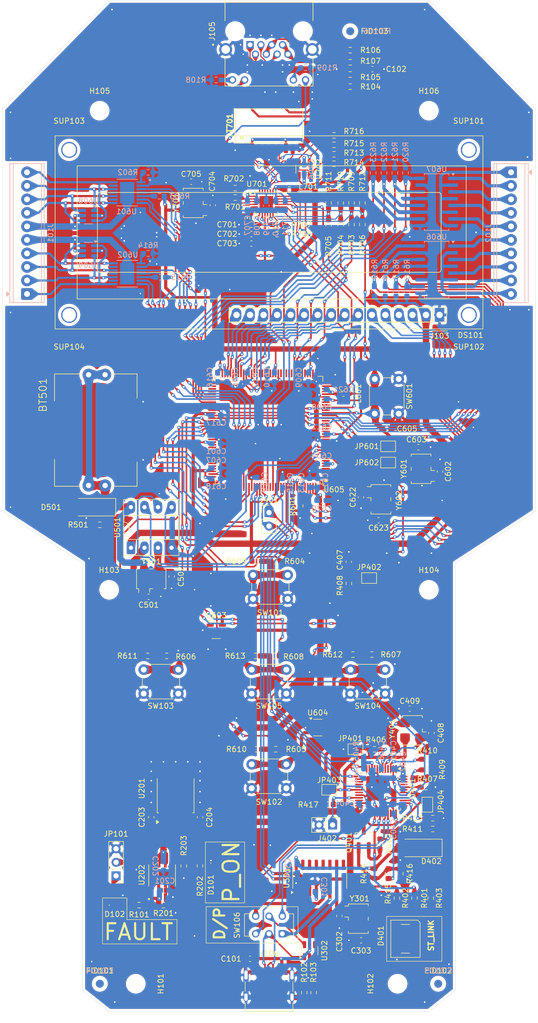
<source format=kicad_pcb>
(kicad_pcb (version 20241229) (generator "pcbnew") (generator_version "9.0")
  (layers (0 "F.Cu" signal) (2 "B.Cu" signal) (13 "F.Paste" user) (15 "B.Paste" user) (5 "F.SilkS" user "F.Silkscreen") (7 "B.SilkS" user "B.Silkscreen") (1 "F.Mask" user) (3 "B.Mask" user) (25 "Edge.Cuts" user))
  (net 0 "")
  (net 1 "GNDREF")
  (net 2 "/RTC/V_BAT")
  (net 3 "VDD")
  (net 4 "Net-(C102-Pad1)")
  (net 5 "Net-(U201-IN)")
  (net 6 "Net-(U301-XI)")
  (net 7 "Net-(U301-XO)")
  (net 8 "+3V3")
  (net 9 "Net-(U401-NRST)")
  (net 10 "Net-(JP402-A)")
  (net 11 "Net-(U401-PD0)")
  (net 12 "Net-(U401-PD1)")
  (net 13 "Net-(U501-X1)")
  (net 14 "Net-(U501-X2)")
  (net 15 "/DEBUGGER/MCO")
  (net 16 "/DEBUGGER/NRST")
  (net 17 "/MCU/VDDA")
  (net 18 "/ETHERNET/XTAL1{slash}CLKIN")
  (net 19 "/ETHERNET/XTAL2")
  (net 20 "/ETHERNET/3V3_Filtered")
  (net 21 "/POWER_SUPPLY/ON{slash}OFF")
  (net 22 "Net-(D102-A)")
  (net 23 "Net-(D102-K)")
  (net 24 "Net-(D401-A1)")
  (net 25 "Net-(D401-A2)")
  (net 26 "Net-(D401-K2)")
  (net 27 "Net-(D402-K)")
  (net 28 "/D_D0")
  (net 29 "/D_D7")
  (net 30 "/D_E")
  (net 31 "/D_RW")
  (net 32 "/D_D2")
  (net 33 "/D_D5")
  (net 34 "/D_D4")
  (net 35 "/D_RS")
  (net 36 "/D_D3")
  (net 37 "/D_A")
  (net 38 "/D_D1")
  (net 39 "/D_VO")
  (net 40 "/D_D6")
  (net 41 "/D_K")
  (net 42 "/MCU/OUT_3")
  (net 43 "/MCU/OUT_2")
  (net 44 "/MCU/VS_B")
  (net 45 "/MCU/OUT_5")
  (net 46 "/MCU/OUT_0")
  (net 47 "/MCU/OUT_1")
  (net 48 "/MCU/OUT_6")
  (net 49 "/MCU/OUT_4")
  (net 50 "/MCU/OUT_7")
  (net 51 "/MCU/VS_A")
  (net 52 "/MCU/IN_6")
  (net 53 "/MCU/IN_4")
  (net 54 "/MCU/IN_1")
  (net 55 "/MCU/RET_B")
  (net 56 "/MCU/IN_5")
  (net 57 "/MCU/IN_0")
  (net 58 "/MCU/IN_7")
  (net 59 "/MCU/IN_3")
  (net 60 "/MCU/RET_A")
  (net 61 "/MCU/IN_2")
  (net 62 "/ETHERNET/TX-")
  (net 63 "/ETHERNET/RX-")
  (net 64 "/ETHERNET/LED1{slash}NINT{slash}NPME{slash}*REGOFF")
  (net 65 "/ETHERNET/LED2{slash}NINT{slash}NPME{slash}*NINTSEL")
  (net 66 "/ETHERNET/RX+")
  (net 67 "/ETHERNET/TX+")
  (net 68 "/DEBUGGER/STLK_RX")
  (net 69 "/DEBUGGER/STLK_TX")
  (net 70 "Net-(J402-Pin_1)")
  (net 71 "/POWER_SUPPLY/FAULT")
  (net 72 "Net-(JP403-B)")
  (net 73 "Net-(JP404-B)")
  (net 74 "Net-(Q401-E)")
  (net 75 "Net-(Q401-B)")
  (net 76 "/ETHERNET/CT4")
  (net 77 "/ETHERNET/CT3")
  (net 78 "/DEBUGGER/PWR_ENn")
  (net 79 "Net-(U202-SET)")
  (net 80 "/DEBUGGER/LED_STLINK")
  (net 81 "Net-(U401-PA0)")
  (net 82 "Net-(U401-BOOT0)")
  (net 83 "Net-(U401-PA8)")
  (net 84 "Net-(U401-PC13)")
  (net 85 "Net-(U401-PC14)")
  (net 86 "/DEBUGGER/USB_DP")
  (net 87 "/DEBUGGER/USB_RENUMn")
  (net 88 "Net-(U601-TM)")
  (net 89 "Net-(U601-ST)")
  (net 90 "/MCU/B_UP")
  (net 91 "/MCU/B_DWN")
  (net 92 "/MCU/B_L")
  (net 93 "/MCU/B_R")
  (net 94 "/MCU/B_C")
  (net 95 "/MCU/PD15")
  (net 96 "/MCU/PD14")
  (net 97 "/MCU/PD13")
  (net 98 "/MCU/PD12")
  (net 99 "/MCU/PD8")
  (net 100 "/MCU/PD9")
  (net 101 "/MCU/PD10")
  (net 102 "/MCU/PD11")
  (net 103 "Net-(U701-RBIAS)")
  (net 104 "Net-(U701-RXD1{slash}*MODE1)")
  (net 105 "/ETHERNET/RXD1{slash}MODE1")
  (net 106 "/ETHERNET/RXD0{slash}MODE0")
  (net 107 "Net-(U701-RXD0{slash}*MODE0)")
  (net 108 "/ETHERNET/CRS_DV{slash}MODE2")
  (net 109 "Net-(U701-CRS_DV{slash}*MODE2)")
  (net 110 "Net-(U701-NINT{slash}REFCLKO)")
  (net 111 "/ETHERNET/NINT{slash}REFCLKO")
  (net 112 "Net-(U701-RXER{slash}*PHYAD0)")
  (net 113 "/ETHERNET/MDIO")
  (net 114 "/ETHERNET/TXP")
  (net 115 "/ETHERNET/TXN")
  (net 116 "/ETHERNET/RXP")
  (net 117 "/ETHERNET/RXN")
  (net 118 "/DEBUGGER/USB_DM")
  (net 119 "/USB-UART/UD+")
  (net 120 "/USB-UART/UD-")
  (net 125 "/MCU/RX0")
  (net 131 "/MCU/TX0")
  (net 153 "/DEBUGGER/SWO")
  (net 154 "/MCU/SCL_RTC")
  (net 155 "/MCU/CS_RTC")
  (net 156 "/MCU/SDA_RTC")
  (net 157 "/MCU/PD3")
  (net 158 "/MCU/PD0")
  (net 159 "/MCU/PD1")
  (net 160 "/MCU/PD2")
  (net 161 "/MCU/PD6")
  (net 162 "/MCU/PD5")
  (net 163 "/MCU/PD7")
  (net 164 "/MCU/PD4")
  (net 166 "/ETHERNET/TXD1")
  (net 167 "/ETHERNET/TXEN")
  (net 168 "/ETHERNET/TXD0")
  (net 169 "/ETHERNET/MDC")
  (net 171 "/D-")
  (net 172 "/D+")
  (net 173 "/CC2")
  (net 174 "/CC1")
  (net 175 "Net-(JP602-B)")
  (net 176 "Net-(JP601-B)")
  (net 177 "/MCU/RCC_OSC32_IN")
  (net 178 "/MCU/RCC_OSC32_OUT")
  (net 179 "Net-(JP601-A)")
  (net 208 "Net-(U605-PG5)")
  (net 234 "Net-(U605-PG6)")
  (net 238 "Net-(U602-ST)")
  (net 239 "Net-(U602-TM)")
  (net 240 "Net-(U605-PG4)")
  (net 241 "Net-(U605-PG3)")
  (net 242 "Net-(U605-PG2)")
  (net 245 "Net-(U605-BOOT0)")
  (net 248 "Net-(J105-Pad11)")
  (net 249 "Net-(J105-Pad9)")
  (net 250 "Net-(J105-Pad4)")
  (net 251 "Net-(J105-Pad7)")
  (net 252 "Net-(U605-VCAP_1)")
  (net 253 "Net-(U605-VBAT)")
  (footprint "Connector_PinHeader_2.54mm:PinHeader_1x02_P2.54mm_Vertical" (layer "F.Cu") (at 174.184 158.027)
    (property "Reference" "J401")
    (property "Value" "Conn_01x02")
  )
  (footprint "Connector_PinHeader_2.54mm:PinHeader_1x02_P2.54mm_Vertical" (layer "F.Cu") (at 186.122 216.706 -90)
    (property "Reference" "J402")
    (property "Value" "Conn_01x02")
  )
  (footprint "LED_SMD:LED_Inolux_IN-PI554FCH_PLCC4_5.0x5.0mm_P3.2mm" (layer "F.Cu") (at 199.784 238.088 -90)
    (property "Reference" "D401")
    (property "Value" "LED_Dual_AAKK")
  )
  (footprint "Resistor_SMD:R_0603_1608Metric_Pad0.98x0.95mm_HandSolder" (layer "F.Cu") (at 161.236 224.404 -90)
    (property "Reference" "R202")
    (property "Value" "220")
  )
  (footprint "Capacitor_SMD:C_0603_1608Metric_Pad1.08x0.95mm_HandSolder" (layer "F.Cu") (at 159.576 95.872)
    (property "Reference" "C705")
    (property "Value" "30pF/50V")
  )
  (footprint "Resistor_SMD:R_0603_1608Metric_Pad0.98x0.95mm_HandSolder" (layer "F.Cu") (at 167.834 98.85)
    (property "Reference" "R701")
    (property "Value" "10k")
  )
  (footprint "MountingHole:MountingHole_3.2mm_M3_ISO14580" (layer "F.Cu") (at 204.184 82.538)
    (property "Reference" "H106")
    (property "Value" "MountingHole")
  )
  (footprint "MountingHole:MountingHole_3.2mm_M3_ISO14580" (layer "F.Cu") (at 204.184 172.538)
    (property "Reference" "H104")
    (property "Value" "MountingHole")
  )
  (footprint "Resistor_SMD:R_0603_1608Metric_Pad0.98x0.95mm_HandSolder" (layer "F.Cu") (at 189.678 103.93 90)
    (property "Reference" "R703")
    (property "Value" "33")
  )
  (footprint "Capacitor_SMD:C_0603_1608Metric_Pad1.08x0.95mm_HandSolder" (layer "F.Cu") (at 194.746 159.472 180)
    (property "Reference" "C623")
    (property "Value" "4.3pF/50V")
  )
  (footprint "MountingHole:MountingHole_3.2mm_M3_ISO14580" (layer "F.Cu") (at 142.406 82.538)
    (property "Reference" "H105")
    (property "Value" "MountingHole")
  )
  (footprint "Resistor_SMD:R_0603_1608Metric_Pad0.98x0.95mm_HandSolder" (layer "F.Cu") (at 204.918 217.468 180)
    (property "Reference" "R411")
    (property "Value" "2k7")
  )
  (footprint "Package_TO_SOT_SMD:TO-252-2" (layer "F.Cu") (at 156.658 211.118 90)
    (property "Reference" "U201")
    (property "Value" "AZ1117CH2-3.3")
  )
  (footprint "Resistor_SMD:R_0603_1608Metric_Pad0.98x0.95mm_HandSolder" (layer "F.Cu") (at 175.708 103.93)
    (property "Reference" "R707")
    (property "Value" "12k1")
  )
  (footprint "Fiducial:Fiducial_1.5mm_Mask3mm" (layer "F.Cu") (at 142.434 246.538)
    (property "Reference" "FID101")
    (property "Value" "Fiducial")
  )
  (footprint "Resistor_SMD:R_0603_1608Metric_Pad0.98x0.95mm_HandSolder" (layer "F.Cu") (at 189.424 78.022)
    (property "Reference" "R104")
    (property "Value" "27")
  )
  (footprint "Resistor_SMD:R_0603_1608Metric_Pad0.98x0.95mm_HandSolder" (layer "F.Cu") (at 191.71 103.93 -90)
    (property "Reference" "R706")
    (property "Value" "33")
  )
  (footprint "Resistor_SMD:R_0603_1608Metric_Pad0.98x0.95mm_HandSolder" (layer "F.Cu") (at 175.454 202.482)
    (property "Reference" "R605")
    (property "Value" "10k")
  )
  (footprint "Resistor_SMD:R_0603_1608Metric_Pad0.98x0.95mm_HandSolder" (layer "F.Cu") (at 203.778 204.36 180)
    (property "Reference" "R410")
    (property "Value" "10k")
  )
  (footprint "Ethernet_RCO:SQFN24_4X4MC_MCH" (layer "F.Cu") (at 173.676 99.866)
    (property "Reference" "U701")
    (property "Value" "LAN8742A-CZ-TR")
  )
  (footprint "MountingHole:MountingHole_3.2mm_M3_ISO14580" (layer "F.Cu") (at 144.184 172.538)
    (property "Reference" "H103")
    (property "Value" "MountingHole")
  )
  (footprint "Ethernet_Filters:H1102NL" (layer "F.Cu") (at 174.184 85.388)
    (property "Reference" "T701")
    (property "Value" "H1102NL")
  )
  (footprint "Fiducial:Fiducial_1.5mm_Mask3mm" (layer "F.Cu") (at 189.424 67.608)
    (property "Reference" "FID103")
    (property "Value" "Fiducial")
  )
  (footprint "Button_Switch_THT:SW_PUSH_6mm_H13mm" (layer "F.Cu") (at 157.166 192.032 180)
    (property "Reference" "SW103")
    (property "Value" "SW_Push")
  )
  (footprint "Capacitor_SMD:C_0603_1608Metric_Pad1.08x0.95mm_HandSolder" (layer "F.Cu") (at 204.664 199.434 90)
    (property "Reference" "C408")
    (property "Value" "22pF/50V")
  )
  (footprint "Resistor_SMD:R_0603_1608Metric_Pad0.98x0.95mm_HandSolder" (layer "F.Cu") (at 171.898 167.176)
    (property "Reference" "R609")
    (property "Value" "10k")
  )
  (footprint "Resistor_SMD:R_0603_1608Metric_Pad0.98x0.95mm_HandSolder" (layer "F.Cu") (at 171.644 184.956)
    (property "Reference" "R613")
    (property "Value" "10k")
  )
  (footprint "Resistor_SMD:R_0603_1608Metric_Pad0.98x0.95mm_HandSolder" (layer "F.Cu") (at 196.536 225.85 -90)
    (property "Reference" "R415")
    (property "Value" "100")
  )
  (footprint "Resistor_SMD:R_0603_1608Metric_Pad0.98x0.95mm_HandSolder" (layer "F.Cu") (at 185.36 103.93 90)
    (property "Reference" "R705")
    (property "Value" "33")
  )
  (footprint "Diode_SMD:D_SMA_Handsoldering" (layer "F.Cu") (at 140.91 157.016 180)
    (property "Reference" "D501")
    (property "Value" "D")
  )
  (footprint "Resistor_SMD:R_0603_1608Metric_Pad0.98x0.95mm_HandSolder" (layer "F.Cu") (at 204.918 215.436)
    (property "Reference" "R413")
    (property "Value" "4k7")
  )
  (footprint "Resistor_SMD:R_0603_1608Metric_Pad0.98x0.95mm_HandSolder" (layer "F.Cu") (at 203.648 209.594 180)
    (property "Reference" "R407")
    (property "Value" "10k")
  )
  (footprint "Capacitor_SMD:C_0603_1608Metric_Pad1.08x0.95mm_HandSolder" (layer "F.Cu") (at 152.092 215.26 90)
    (property "Reference" "C203")
    (property "Value" "10uF/50V")
  )
  (footprint "Capacitor_SMD:C_0603_1608Metric_Pad1.08x0.95mm_HandSolder" (layer "F.Cu") (at 170.882 107.486 180)
    (property "Reference" "C703")
    (property "Value" "100nF/50V")
  )
  (footprint "Package_DIP:DIP-8_W7.62mm_Socket_LongPads" (layer "F.Cu") (at 148.276 164.636 90)
    (property "Reference" "U501")
    (property "Value" "DS1302Z+")
  )
  (footprint "Resistor_SMD:R_0603_1608Metric_Pad0.98x0.95mm_HandSolder" (layer "F.Cu") (at 185.36 212.896 180)
    (property "Reference" "R417")
    (property "Value" "4k7")
  )
  (footprint "USB_RCO:USB_C_Receptacle_Palconn_UTC16-G" (layer "F.Cu") (at 174.184 246.819)
    (property "Reference" "J106")
    (property "Value" "USB_C_Receptacle_USB2.0_16P")
  )
  (footprint "PCB_Support:Support_1x01_L1.0mmxH2.5mm_Vertical" (layer "F.Cu") (at 136.684 120.8955 180)
    (property "Reference" "SUP104")
    (property "Value" "Support_L10mmxH2.5mm")
  )
  (footprint "Package_TO_SOT_SMD:SOT-23-6" (layer "F.Cu") (at 164.278 180.13)
    (property "Reference" "U603")
    (property "Value" "SRV05-4")
  )
  (footprint "Resistor_SMD:R_0603_1608Metric_Pad0.98x0.95mm_HandSolder" (layer "F.Cu") (at 189.424 73.45)
    (property "Reference" "R107")
    (property "Value" "27")
  )
  (footprint "Button_Switch_THT:SW_PUSH_6mm_H13mm" (layer "F.Cu") (at 177.434 209.812 180)
    (property "Reference" "SW102")
    (property "Value" "SW_Push")
  )
  (footprint "Package_TO_SOT_SMD:SOT-23-6" (layer "F.Cu") (at 181.804 240.328 90)
    (property "Reference" "U302")
    (property "Value" "SRV05-4")
  )
  (footprint "Oscillator:Oscillator_SMD_EuroQuartz_XO53-4Pin_5.0x3.2mm_HandSoldering" (layer "F.Cu") (at 152.086 170.478)
    (property "Reference" "Y501")
    (property "Value" "ASE-xxxMHz")
  )
  (footprint "Jumper:SolderJumper-2_P1.3mm_Open_TrianglePad1.0x1.5mm" (layer "F.Cu") (at 190.416 202.482)
    (property "Reference" "JP401")
    (property "Value" "Jumper_2_Open")
  )
  (footprint "Resistor_SMD:R_0603_1608Metric_Pad0.98x0.95mm_HandSolder" (layer "F.Cu") (at 142.434 160.318 180)
    (property "Reference" "R501")
    (property "Value" "500k")
  )
  (footprint "Resistor_SMD:R_0603_1608Metric_Pad0.98x0.95mm_HandSolder" (layer "F.Cu") (at 191.71 99.866 90)
    (property "Reference" "R712")
    (property "Value" "10k")
  )
  (footprint "Resistor_SMD:R_0603_1608Metric_Pad0.98x0.95mm_HandSolder" (layer "F.Cu") (at 151.4275 184.956)
    (property "Reference" "R611")
    (property "Value" "10k")
  )
  (footprint "Resistor_SMD:R_0603_1608Metric_Pad0.98x0.95mm_HandSolder" (layer "F.Cu") (at 198.184 230.4505 -90)
    (property "Reference" "R402")
    (property "Value" "0")
  )
  (footprint "Resistor_SMD:R_0603_1608Metric_Pad0.98x0.95mm_HandSolder" (layer "F.Cu") (at 187.646 103.93 90)
    (property "Reference" "R704")
    (property "Value" "33")
  )
  (footprint "Resistor_SMD:R_0603_1608Metric_Pad0.98x0.95mm_HandSolder" (layer "F.Cu") (at 175.454 167.176)
    (property "Reference" "R604")
    (property "Value" "10k")
  )
  (footprint "Resistor_SMD:R_0603_1608Metric_Pad0.98x0.95mm_HandSolder" (layer "F.Cu") (at 175.2 184.956)
    (property "Reference" "R608")
    (property "Value" "10k")
  )
  (footprint "Capacitor_SMD:C_0603_1608Metric_Pad1.08x0.95mm_HandSolder" (layer "F.Cu") (at 163.64 100.2905 90)
    (property "Reference" "C704")
    (property "Value" "30pF/50V")
  )
  (footprint "Resistor_SMD:R_0603_1608Metric_Pad0.98x0.95mm_HandSolder" (layer "F.Cu") (at 167.834 97.072 180)
    (property "Reference" "R702")
    (property "Value" "12k1")
  )
  (footprint "Battery_Holder_RCO:BAT_BAT-HLD-002-THM" (layer "F.Cu") (at 141.926 142.538 -90)
    (property "Reference" "BT501")
    (property "Value" "BAT-HLD-002-THM")
  )
  (footprint "Resistor_SMD:R_0603_1608Metric_Pad0.98x0.95mm_HandSolder" (layer "F.Cu") (at 193.996 225.85 90)
    (property "Reference" "R414")
    (property "Value" "10k")
  )
  (footprint "Button_Switch_THT:SW_PUSH_6mm_H5mm" (layer "F.Cu") (at 198.532 132.938 -90)
    (property "Reference" "SW601")
    (property "Value" "SW_Push")
  )
  (footprint "Connector_PinHeader_2.54mm:PinHeader_1x03_P2.54mm_Vertical" (layer "F.Cu") (at 145.483 226.265 180)
    (property "Reference" "JP101")
    (property "Value" "Jumper_3_Open")
  )
  (footprint "Capacitor_SMD:C_0603_1608Metric_Pad1.08x0.95mm_HandSolder" (layer "F.Cu") (at 193.5885 74.72)
    (property "Reference" "C102")
    (property "Value" "TC1206KKX7RDBB102")
  )
  (footprint "Package_QFP:LQFP-48_7x7mm_P0.5mm" (layer "F.Cu") (at 195.266 210.356 -90)
    (property "Reference" "U401")
    (property "Value" "STM32F103CBTx")
  )
  (footprint "Package_TO_SOT_SMD:SOT-23W_Handsoldering" (layer "F.Cu") (at 191.964 219.246 90)
    (property "Reference" "Q401")
    (property "Value" "SS8050")
  )
  (footprint "Current_Limiter:SOIC127P600X175-8N" (layer "F.Cu") (at 154.124 226.182 90)
    (property "Reference" "U202")
    (property "Value" "ST890CDR")
  )
  (footprint "PCB_Support:Support_1x01_L1.0mmxH2.5mm_Vertical" (layer "F.Cu") (at 211.6831 89.8948 180)
    (property "Reference" "SUP101")
    (property "Value" "Support_L10mmxH2.5mm")
  )
  (footprint "Package_SO:SOIC-16_3.9x9.9mm_P1.27mm" (layer "F.Cu") (at 183.709 226.677 90)
    (property "Reference" "U301")
    (property "Value" "CH340G")
  )
  (footprint "Resistor_SMD:R_0603_1608Metric_Pad0.98x0.95mm_HandSolder" (layer "F.Cu") (at 204.534 230.4505 90)
    (property "Reference" "R403")
    (property "Value" "100")
  )
  (footprint "Capacitor_SMD:C_0603_1608Metric_Pad1.08x0.95mm_HandSolder" (layer "F.Cu") (at 206.2815 150.3115 90)
    (property "Reference" "C602")
    (property "Value" "4.3pF/50V")
  )
  (footprint "Jumper:SolderJumper-2_P1.3mm_Bridged_Pad1.0x1.5mm" (layer "F.Cu") (at 192.9715 170.3275)
    (property "Reference" "JP402")
    (property "Value" "Jumper_2_Bridged")
  )
  (footprint "Fiducial:Fiducial_1.5mm_Mask3mm" (layer "F.Cu") (at 205.934 246.538)
    (property "Reference" "FID102")
    (property "Value" "Fiducial")
  )
  (footprint "Resistor_SMD:R_0603_1608Metric_Pad0.98x0.95mm_HandSolder" (layer "F.Cu") (at 149.801 231.77)
    (property "Reference" "R101")
    (property "Value" "330")
  )
  (footprint "Capacitor_SMD:C_0603_1608Metric_Pad1.08x0.95mm_HandSolder" (layer "F.Cu") (at 187.392 233.803678 -90)
    (property "Reference" "C302")
    (property "Value" "22pF/50V")
  )
  (footprint "Oscillator:Oscillator_SMD_EuroQuartz_XO53-4Pin_5.0x3.2mm_HandSoldering" (layer "F.Cu") (at 201.108 198.926 90)
    (property "Reference" "Y401")
    (property "Value" "ASE-xxxMHz")
  )
  (footprint "Resistor_SMD:R_0603_1608Metric_Pad0.98x0.95mm_HandSolder" (layer "F.Cu") (at 189.424 71.164)
    (property "Reference" "R106")
    (property "Value" "27")
  )
  (footprint "Capacitor_SMD:C_0603_1608Metric_Pad1.08x0.95mm_HandSolder" (layer "F.Cu") (at 151.596 173.848)
    (property "Reference" "C501")
    (property "Value" "22pF/50V")
  )
  (footprint "Resistor_SMD:R_0603_1608Metric_Pad0.98x0.95mm_HandSolder" (layer "F.Cu") (at 186.376 88.944)
    (property "Reference" "R715")
    (property "Value" "50")
  )
  (footprint "Capacitor_SMD:C_0603_1608Metric_Pad1.08x0.95mm_HandSolder" (layer "F.Cu") (at 191.444 155.154 -90)
    (property "Reference" "C622")
    (property "Value" "4.3pF/50V")
  )
  (footprint "Capacitor_SMD:C_0603_1608Metric_Pad1.08x0.95mm_HandSolder" (layer "F.Cu") (at 155.914 170.038 -90)
    (property "Reference" "C502")
    (property "Value" "22pF/50V")
  )
  (footprint "Ethernet_RCO:AMPHENOL_RJHSE-5384" (layer "F.Cu") (at 174.184 67.608 180)
    (property "Reference" "J105")
    (property "Value" "RJHSE-5384")
  )
  (footprint "Oscillator:Oscillator_SMD_EuroQuartz_XO53-4Pin_5.0x3.2mm_HandSoldering" (layer "F.Cu") (at 195.184 155.538 -90)
    (property "Reference" "Y602")
    (property "Value" "ASE-xxxMHz")
  )
  (footprint "Button_Switch_THT:SW_PUSH_6mm_H13mm" (layer "F.Cu") (at 195.976 192.032 180)
    (property "Reference" "SW104")
    (property "Value" "SW_Push")
  )
  (footprint "PCB_Support:Support_1x01_L1.0mmxH2.5mm_Vertical" (layer "F.Cu") (at 136.68452 89.8948 180)
    (property "Reference" "SUP103")
    (property "Value" "Support_L10mmxH2.5mm")
  )
  (footprint "LED_SMD:LED_0201_0603Metric_Pad0.64x0.40mm_HandSolder" (layer "F.Cu") (at 145.228 231.77)
    (property "Reference" "D102")
    (property "Value" "LED")
  )
  (footprint "Package_TO_SOT_SMD:SOT-23-6" (layer "F.Cu") (at 180.788 93.516 -90)
    (property "Reference" "U702")
    (property "Value" "SRV05-4")
  )
  (footprint "Resistor_SMD:R_0603_1608Metric_Pad0.98x0.95mm_HandSolder" (layer "F.Cu") (at 189.678 99.866 90)
    (property "Reference" "R709")
    (property "Value" "10k")
  )
  (footprint "Resistor_SMD:R_0603_1608Metric_Pad0.98x0.95mm_HandSolder" (layer "F.Cu") (at 171.898 202.482)
    (property "Reference" "R610")
    (property "Value" "10k")
  )
  (footprint "Jumper:SolderJumper-2_P1.3mm_Bridged_Pad1.0x1.5mm" (layer "F.Cu") (at 203.902 212.896 -90)
    (property "Reference" "JP404")
    (property "Value" "Jumper_2_Bridged")
  )
  (footprint "LED_SMD:LED_0201_0603Metric_Pad0.64x0.40mm_HandSolder" (layer "F.Cu") (at 163.268 224.912 -90)
    (property "Reference" "D101")
    (property "Value" "LED")
  )
  (footprint "Button_Switch_THT:SW_PUSH_6mm_H13mm" (layer "F.Cu") (at 177.434 192.032 180)
    (property "Reference" "SW105")
    (property "Value" "SW_Push")
  )
  (footprint "Oscillator:Oscillator_SMD_EuroQuartz_XO53-4Pin_5.0x3.2mm_HandSoldering" (layer "F.Cu") (at 202.7255 149.8035 90)
    (property "Reference" "Y601")
    (property "Value" "ASE-xxxMHz")
  )
  (footprint "Resistor_SMD:R_0603_1608Metric_Pad0.98x0.95mm_HandSolder" (layer "F.Cu") (at 175.708 105.708 180)
    (property "Reference" "R708")
    (property "Value" "1k5")
  )
  (footprint "Capacitor_SMD:C_0603_1608Metric_Pad1.08x0.95mm_HandSolder" (layer "F.Cu") (at 200.6 194.862)
    (property "Reference" "C409")
    (property "Value" "22pF/50V")
  )
  (footprint "Resistor_SMD:R_0603_1608Metric_Pad0.98x0.95mm_HandSolder" (layer "F.Cu") (at 189.932 184.702)
    (property "Reference" "R612")
    (property "Value" "10k")
  )
  (footprint "Capacitor_SMD:C_0603_1608Metric_Pad1.08x0.95mm_HandSolder" (layer "F.Cu") (at 189.17 167.2795 -90)
    (property "Reference" "C407")
    (property "Value" "22pF/50V")
  )
  (footprint "PCB_Support:Support_1x01_L1.0mmxH2.5mm_Vertical" (layer "F.Cu") (at 211.6831 120.8955 180)
    (property "Reference" "SUP102")
    (property "Value" "Support_L10mmxH2.5mm")
  )
  (footprint "Oscillator:Oscillator_SMD_EuroQuartz_XO53-4Pin_5.0x3.2mm_HandSoldering" (layer "F.Cu") (at 190.948 234.311678 -90)
    (property "Reference" "Y301")
    (property "Value" "ASE-xxxMHz")
  )
  (footprint "Capacitor_SMD:C_0603_1608Metric_Pad1.08x0.95mm_HandSolder" (layer "F.Cu") (at 191.456 238.375678 180)
    (property "Reference" "C303")
    (property "Value" "22pF/50V")
  )
  (footprint "Inductor_SMD:L_0603_1608Metric_Pad1.05x0.95mm_HandSolder" (layer "F.Cu") (at 188.154 135.68 180)
    (property "Reference" "L601")
    (property "Value" "L")
  )
  (footprint "Library:PinHeader_1x16_P2.54mm_Vertical" (layer "F.Cu") (at 206.184 120.8955 -90)
    (property "Reference" "J104" (hide yes))
    (property "Value" "Conn_01x16_Pin")
  )
  (footprint "Resistor_SMD:R_0603_1608Metric_Pad0.98x0.95mm_HandSolder" (layer "F.Cu") (at 180.026 156.762 90)
    (property "Reference" "R601")
    (property "Value" "10k")
  )
  (footprint "Diode_SMD:D_SMA_Handsoldering" (layer "F.Cu") (at 202.164 221.024 180)
    (property "Reference" "D402")
    (property "Value" "D")
  )
  (footprint "Jumper:SolderJumper-2_P1.3mm_Bridged_Pad1.0x1.5mm" (layer "F.Cu") (at 185.502 210.102)
    (property "Reference" "JP403")
    (property "Value" "Jumper_2_Bridged")
  )
  (footprint "Button_Switch_THT:SW_CK_JS202011CQN_DPDT_Straight" (layer "F.Cu") (at 176.684 237.1445 180)
    (property "Reference" "SW106")
    (property "Value" "SW_DPDT_x2")
  )
  (footprint "Resistor_SMD:R_0603_1608Metric_Pad0.98x0.95mm_HandSolder" (layer "F.Cu") (at 154.9835 184.956)
    (property "Reference" "R606")
    (property "Value" "10k")
  )
  (footprint "Resistor_SMD:R_0603_1608Metric_Pad0.98x0.95mm_HandSolder" (layer "F.Cu") (at 186.376 92.5)
    (property "Reference" "R714")
    (property "Value" "50")
  )
  (footprint "Capacitor_SMD:C_0603_1608Metric_Pad1.08x0.95mm_HandSolder" (layer "F.Cu") (at 170.882 105.708 180)
    (property "Reference" "C702")
    (property "Value" "1uF/50V X5R")
  )
  (footprint "Personalized_Display:WC1602A" (layer "F.Cu") (at 206.184 120.8955 180)
    (property "Reference" "DS101")
    (property "Value" "WC1602A")
  )
  (footprint "Resistor_SMD:R_0603_1608Metric_Pad0.98x0.95mm_HandSolder" (layer "F.Cu") (at 195.012 220.262 90)
    (property "Reference" "R412")
    (property "Value" "1k5")
  )
  (footprint "Resistor_SMD:R_0603_1608Metric_Pad0.98x0.95mm_HandSolder" (layer "F.Cu") (at 158.188 224.404 -90)
    (property "Reference" "R203")
    (property "Value" "10k")
  )
  (footprint "Resistor_SMD:R_0603_1608Metric_Pad0.98x0.95mm_HandSolder" (layer "F.Cu") (at 185.36 99.866 90)
    (property "Reference" "R711")
    (property "Value" "10k")
  )
  (footprint "Package_TO_SOT_SMD:SOT-23-6" (layer "F.Cu") (at 183.328 198.418)
    (property "Reference" "U604")
    (property "Value" "SRV05-4")
  )
  (footprint "MountingHole:MountingHole_3.2mm_M3_ISO14580" (layer "F.Cu") (at 198.314 246.538)
    (property "Reference" "H102")
    (property "Value" "MountingHole")
  )
  (footprint "Resistor_SMD:R_0603_1608Metric_Pad0.98x0.95mm_HandSolder" (layer "F.Cu") (at 154.378 231.77)
    (property "Reference" "R201")
    (property "Value" "10k")
  )
  (footprint "Resistor_SMD:R_0603_1608Metric_Pad0.98x0.95mm_HandSolder" (layer "F.Cu") (at 186.376 90.722)
    (property "Reference" "R713")
    (property "Value" "50")
  )
  (footprint "Connector_PinSocket_2.54mm:PinSocket_1x16_P2.54mm_Vertical" (layer "F.Cu") (at 206.184 120.8955 -90)
    (property "Reference" "J103")
    (property "Value" "Conn_01x16_Pin")
  )
  (footprint "Button_Switch_THT:SW_PUSH_6mm_H13mm" (layer "F.Cu") (at 177.688 174.252 180)
    (property "Reference" "SW101")
    (property "Value" "SW_Push")
  )
  (footprint "Resistor_SMD:R_0603_1608Metric_Pad0.98x0.95mm_HandSolder" (layer "F.Cu") (at 203.778 206.362 180)
    (property "Reference" "R409")
    (property "Value" "10k")
  )
  (footprint "Resistor_SMD:R_0603_1608Metric_Pad0.98x0.95mm_HandSolder" (layer "F.Cu") (at 186.376 87.166)
    (property "Reference" "R716")
    (property "Value" "50")
  )
  (footprint "Capacitor_SMD:C_0603_1608Metric_Pad1.08x0.95mm_HandSolder" (layer "F.Cu") (at 196.282 142.284)
    (property "Reference" "C605")
    (property "Value" "100nF/50V")
  )
  (footprint "Capacitor_SMD:C_0603_1608Metric_Pad1.08x0.95mm_HandSolder" (layer "F.Cu") (at 161.236 215.26 90)
    (property "Reference" "C204")
    (property "Value" "22uF/50V")
  )
  (footprint "Resistor_SMD:R_0603_1608Metric_Pad0.98x0.95mm_HandSolder" (layer "F.Cu") (at 193.488 184.702)
    (property "Reference" "R607")
    (property "Value" "10k")
  )
  (footprint "Resistor_SMD:R_0603_1608Metric_Pad0.98x0.95mm_HandSolder" (layer "F.Cu") (at 189.424 75.736)
    (property "Reference" "R105")
    (property "Value" "27")
  )
  (footprint "Oscillator:Oscillator_SMD_EuroQuartz_XO53-4Pin_5.0x3.2mm_HandSoldering" (layer "F.Cu") (at 159.96 99.866 90)
    (property "Reference" "Y701")
    (property "Value" "ASE-xxxMHz")
  )
  (footprint "Resistor_SMD:R_0603_1608Metric_Pad0.98x0.95mm_HandSolder" (layer "F.Cu") (at 189.17 171.3435 90)
    (property "Reference" "R408")
    (property "Value" "100")
  )
  (footprint "Resistor_SMD:R_0603_1608Metric_Pad0.98x0.95mm_HandSolder" (layer "F.Cu") (at 193.984 202.494 180)
    (property "Reference" "R406")
    (property "Value" "10k")
  )
  (footprint "Resistor_SMD:R_0603_1608Metric_Pad0.98x0.95mm_HandSolder" (layer "F.Cu") (at 187.646 99.866 90)
    (property "Reference" "R710")
    (property "Value" "10k")
  )
  (footprint "Package_QFP:LQFP-144_20x20mm_P0.5mm" (layer "F.Cu") (at 174.184 142.538 180)
    (property "Reference" "U605")
    (property "Value" "STM32F412ZGTx")
  )
  (footprint "Capacitor_SMD:C_0603_1608Metric_Pad1.08x0.95mm_HandSolder" (layer "F.Cu") (at 170.628 241.852 180)
    (property "Reference" "C101")
    (property "Value" "100nF/50V")
  )
  (footprint "Resistor_SMD:R_0603_1608Metric_Pad0.98x0.95mm_HandSolder" (layer "F.Cu") (at 201.486 230.4505 -90)
    (property "Reference" "R401")
    (property "Value" "100")
  )
  (footprint "Jumper:SolderJumper-2_P1.3mm_Open_TrianglePad1.0x1.5mm" (layer "F.Cu") (at 196.536 148.634)
    (property "Reference" "JP602")
    (property "Value" "Jumper_2_Open")
  )
  (footprint "MountingHole:MountingHole_3.2mm_M3_ISO14580" (layer "F.Cu") (at 149.184 246.538)
    (property "Reference" "H101")
    (property "Value" "MountingHole")
  )
  (footprint "Capacitor_SMD:C_0603_1608Metric_Pad1.08x0.95mm_HandSolder" (layer "F.Cu") (at 202.2175 145.7395)
    (property "Reference" "C603")
    (property "Value" "4.3pF/50V")
  )
  (footprint "Resistor_SMD:R_0603_1608Metric_Pad0.98x0.95mm_HandSolder" (layer "F.Cu") (at 182.566 248.202 -90)
    (property "Reference" "R103")
    (property "Value" "5k1")
  )
  (footprint "Inductor_SMD:L_0603_1608Metric_Pad1.05x0.95mm_HandSolder" (layer "F.Cu") (at 177.994 97.326 180)
    (property "Reference" "L701")
    (property "Value" "L")
  )
  (footprint "Resistor_SMD:R_0603_1608Metric_Pad0.98x0.95mm_HandSolder" (layer "F.Cu") (at 180.788 248.202 -90)
    (property "Reference" "R102")
    (property "Value" "5k1")
  )
  (footprint "Jumper:SolderJumper-2_P1.3mm_Open_TrianglePad1.0x1.5mm" (layer "F.Cu") (at 196.536 145.586)
    (property "Reference" "JP601")
    (property "Value" "Jumper_2_Open")
  )
  (footprint "Resistor_SMD:R_0603_1608Metric_Pad0.98x0.95mm_HandSolder" (layer "F.Cu") (at 198.822 225.85 90)
    (property "Reference" "R416")
    (property "Value" "36k")
  )
  (footprint "Capacitor_SMD:C_0603_1608Metric_Pad1.08x0.95mm_HandSolder" (layer "F.Cu") (at 170.882 103.93 180)
    (property "Reference" "C701")
    (property "Value" "470pF/50V")
  )
  (footprint "Capacitor_SMD:C_0603_1608Metric_Pad1.08x0.95mm_HandSolder" (layer "B.Cu") (at 184.09 134.918)
    (property "Reference" "C621")
    (property "Value" "100nF/50V")
  )
  (footprint "Capacitor_SMD:C_0603_1608Metric_Pad1.08x0.95mm_HandSolder" (layer "B.Cu") (at 166.31 132.632 90)
    (property "Reference" "C606")
    (property "Value" "2.2uF/50V")
  )
  (footprint "Fiducial:Fiducial_1.5mm_Mask3mm" (layer "B.Cu") (at 205.934 246.538 180)
    (property "Reference" "FID105")
    (property "Value" "Fiducial")
  )
  (footprint "Resistor_SMD:R_0603_1608Metric_Pad0.98x0.95mm_HandSolder" (layer "B.Cu") (at 153.61 98.596 180)
    (property "Reference" "R603")
    (property "Value" "2k2")
  )
  (footprint "Capacitor_SMD:C_0603_1608Metric_Pad1.08x0.95mm_HandSolder" (layer "B.Cu") (at 164.278 145.078)
    (property "Reference" "C601")
    (property "Value" "2.2uF/50V")
  )
  (footprint "Package_TO_SOT_SMD:SOT-23-6" (layer "B.Cu") (at 140.3205 108.84 180)
    (property "Reference" "U609")
    (property "Value" "SRV05-4")
  )
  (footprint "Capacitor_SMD:C_0603_1608Metric_Pad1.08x0.95mm_HandSolder" (layer "B.Cu") (at 171.898 100.374 -90)
    (property "Reference" "C708")
    (property "Value" "100nF/50V")
  )
  (footprint "Capacitor_SMD:C_0603_1608Metric_Pad1.08x0.95mm_HandSolder" (layer "B.Cu") (at 181.804 152.444 90)
    (property "Reference" "C613")
    (property "Value" "100nF/50V")
  )
  (footprint "Capacitor_SMD:C_0603_1608Metric_Pad1.08x0.95mm_HandSolder" (layer "B.Cu") (at 170.12 100.374 -90)
    (property "Reference" "C707")
    (property "Value" "100nF/50V")
  )
  (footprint "Capacitor_SMD:C_0603_1608Metric_Pad1.08x0.95mm_HandSolder" (layer "B.Cu") (at 154.378 224.404 -90)
    (property "Reference" "C202")
    (property "Value" "100nF/50V")
  )
  (footprint "Package_SO:SOP-16_4.4x10.4mm_P1.27mm" (layer "B.Cu") (at 205.6405 112.396 180)
    (property "Reference" "U606")
    (property "Value" "TLP290-4")
  )
  (footprint "Fiducial:Fiducial_1.5mm_Mask3mm" (layer "B.Cu") (at 142.434 246.538 180)
    (property "Reference" "FID104")
    (property "Value" "Fiducial")
  )
  (footprint "Fiducial:Fiducial_1.5mm_Mask3mm" (layer "B.Cu") (at 189.424 67.608 180)
    (property "Reference" "FID106")
    (property "Value" "Fiducial")
  )
  (footprint "Industrial_Power_Switch:SOP65P600X115-15N" (layer "B.Cu") (at 147.565 113.158 180)
    (property "Reference" "U602")
    (property "Value" "ITS4090QEPDXUMA1")
  )
  (footprint "Capacitor_SMD:C_0603_1608Metric_Pad1.08x0.95mm_HandSolder" (layer "B.Cu") (at 175.2 132.632 -90)
    (property "Reference" "C610")
    (property "Value" "100nF/50V")
  )
  (footprint "Capacitor_SMD:C_0603_1608Metric_Pad1.08x0.95mm_HandSolder" (layer "B.Cu") (at 171.898 152.2905 90)
    (property "Reference" "C619")
    (property "Value" "100nF/50V")
  )
  (footprint "Capacitor_SMD:C_0603_1608Metric_Pad1.08x0.95mm_HandSolder" (layer "B.Cu") (at 195.266 207.054 -90)
    (property "Reference" "C406")
    (property "Value" "100nF/50V")
  )
  (footprint "Capacitor_SMD:C_0603_1608Metric_Pad1.08x0.95mm_HandSolder" (layer "B.Cu") (at 170.12 132.632 -90)
    (property "Reference" "C612")
    (property "Value" "100nF/50V")
  )
  (footprint "Resistor_SMD:R_0603_1608Metric_Pad0.98x0.95mm_HandSolder" (layer "B.Cu") (at 151.4965 109.348)
    (property "Reference" "R614")
    (property "Value" "2k2")
  )
  (footprint "Capacitor_SMD:C_0603_1608Metric_Pad1.08x0.95mm_HandSolder" (layer "B.Cu") (at 164.278 139.744)
    (property "Reference" "C617")
    (property "Value" "100nF/50V")
  )
  (footprint "Capacitor_SMD:C_0603_1608Metric_Pad1.08x0.95mm_HandSolder" (layer "B.Cu") (at 154.632 228.976)
    (property "Reference" "C201")
    (property "Value" "100nF/50V")
  )
  (footprint "Resistor_SMD:R_0603_1608Metric_Pad0.98x0.95mm_HandSolder" (layer "B.Cu") (at 199.7985 94.2115 90)
    (property "Reference" "R620")
    (property "Value" "2k2")
  )
  (footprint "Capacitor_SMD:C_0603_1608Metric_Pad1.08x0.95mm_HandSolder" (layer "B.Cu") (at 197.552 213.658 90)
    (property "Reference" "C403")
    (property "Value" "100nF/50V")
  )
  (footprint "Resistor_SMD:R_0603_1608Metric_Pad0.98x0.95mm_HandSolder" (layer "B.Cu") (at 195.7645 94.2115 90)
    (property "Reference" "R622")
    (property "Value" "2k2")
  )
  (footprint "Capacitor_SMD:C_0603_1608Metric_Pad1.08x0.95mm_HandSolder" (layer "B.Cu") (at 184.09 155.746 180)
    (property "Reference" "C620")
    (property "Value" "4.7uF/50V X5R")
  )
  (footprint "Capacitor_SMD:C_0603_1608Metric_Pad1.08x0.95mm_HandSolder" (layer "B.Cu") (at 176.724 152.444 90)
    (property "Reference" "C615")
    (property "Value" "100nF/50V")
  )
  (footprint "Resistor_SMD:R_0603_1608Metric_Pad0.98x0.95mm_HandSolder" (layer "B.Cu") (at 151.4965 94.108)
    (property "Reference" "R602")
    (property "Value" "2k2")
  )
  (footprint "Capacitor_SMD:C_0603_1608Metric_Pad1.08x0.95mm_HandSolder" (layer "B.Cu") (at 183.328 152.444 90)
    (property "Reference" "C614")
    (property "Value" "100nF/50V")
  )
  (footprint "Capacitor_SMD:C_0603_1608Metric_Pad1.08x0.95mm_HandSolder" (layer "B.Cu") (at 184.09 148.888)
    (property "Reference" "C604")
    (property "Value" "1uF/50V X5R")
  )
  (footprint "Resistor_SMD:R_0603_1608Metric_Pad0.98x0.95mm_HandSolder" (layer "B.Cu") (at 193.9565 116.4835 -90)
    (property "Reference" "R619")
    (property "Value" "2k2")
  )
  (footprint "Resistor_SMD:R_0603_1608Metric_Pad0.98x0.95mm_HandSolder" (layer "B.Cu") (at 200.0525 116.4835 -90)
    (property "Reference" "R616")
    (property "Value" "2k2")
  )
  (footprint "Capacitor_SMD:C_0603_1608Metric_Pad1.08x0.95mm_HandSolder" (layer "B.Cu") (at 180.788 93.516 90)
    (property "Reference" "C706")
    (property "Value" "100nF/50V")
  )
  (footprint "Capacitor_SMD:C_0603_1608Metric_Pad1.08x0.95mm_HandSolder" (layer "B.Cu") (at 164.532 132.632 -90)
    (property "Reference" "C616")
    (property "Value" "100nF/50V")
  )
  (footprint "Resistor_SMD:R_0603_1608Metric_Pad0.98x0.95mm_HandSolder" (layer "B.Cu") (at 164.278 76.752 180)
    (property "Reference" "R108")
    (property "Value" "270")
  )
  (footprint "Capacitor_SMD:C_0603_1608Metric_Pad1.08x0.95mm_HandSolder" (layer "B.Cu") (at 191.964 212.642)
    (property "Reference" "C404")
    (property "Value" "100nF/50V")
  )
  (footprint "Resistor_SMD:R_0603_1608Metric_Pad0.98x0.95mm_HandSolder" (layer "B.Cu") (at 181.042 74.466)
    (property "Reference" "R109")
    (property "Value" "270")
  )
  (footprint "Capacitor_SMD:C_0603_1608Metric_Pad1.08x0.95mm_HandSolder" (layer "B.Cu") (at 197.552 207.054 -90)
    (property "Reference" "C401")
    (property "Value" "100nF/50V")
  )
  (footprint "TerminalBlock_Phoenix:TerminalBlock_Phoenix_MPT-0,5-10-2.54_1x10_P2.54mm_Horizontal" (layer "B.Cu") (at 219.6105 94.108 -90)
    (property "Reference" "J102")
    (property "Value" "Conn_01x10_Pin")
  )
  (footprint "Capacitor_SMD:C_0603_1608Metric_Pad1.08x0.95mm_HandSolder" (layer "B.Cu") (at 184.09 143.3 180)
    (property "Reference" "C611")
    (property "Value" "100nF/50V")
  )
  (footprint "Resistor_SMD:R_0603_1608Metric_Pad0.98x0.95mm_HandSolder" (layer "B.Cu") (at 153.864 113.836 180)
    (property "Reference" "R615")
    (property "Value" "2k2")
  )
  (footprint "Capacitor_SMD:C_0603_1608Metric_Pad1.08x0.95mm_HandSolder" (layer "B.Cu") (at 179.518 224.834 -90)
    (property "Reference" "C304")
    (property "Value" "10uF/50V")
  )
  (footprint "Capacitor_SMD:C_0603_1608Metric_Pad1.08x0.95mm_HandSolder" (layer "B.Cu") (at 199.33 209.086 -90)
    (property "Reference" "C402")
    (property "Value" "100nF/50V")
  )
  (footprint "Capacitor_SMD:C_0603_1608Metric_Pad1.08x0.95mm_HandSolder" (layer "B.Cu") (at 175.454 100.374 -90)
    (property "Reference" "C710")
    (property "Value" "100nF/50V")
  )
  (footprint "Package_TO_SOT_SMD:SOT-23-6" (layer "B.Cu") (at 140.3205 102.236 180)
    (property "Reference" "U608")
    (property "Value" "SRV05-4")
  )
  (footprint "Capacitor_SMD:C_0603_1608Metric_Pad1.08x0.95mm_HandSolder" (layer "B.Cu") (at 184.09 136.696 180)
    (property "Reference" "C608")
    (property "Value" "100nF/50V")
  )
  (footprint "Capacitor_SMD:C_0603_1608Metric_Pad1.08x0.95mm_HandSolder" (layer "B.Cu") (at 181.55 132.632 -90)
    (property "Reference" "C609")
    (property "Value" "100nF/50V")
  )
  (footprint "Industrial_Power_Switch:SOP65P600X115-15N" (layer "B.Cu") (at 147.565 97.918 180)
    (property "Reference" "U601")
    (property "Value" "ITS4090QEPDXUMA1")
  )
  (footprint "Package_SO:SOP-16_4.4x10.4mm_P1.27mm" (layer "B.Cu") (at 205.6405 99.696 180)
    (property "Reference" "U607")
    (property "Value" "TLP290-4")
  )
  (footprint "Capacitor_SMD:C_0603_1608Metric_Pad1.08x0.95mm_HandSolder" (layer "B.Cu") (at 177.232 100.374 -90)
    (property "Reference" "C711")
    (property "Value" "100nF/50V")
  )
  (footprint "Capacitor_SMD:C_0603_1608Metric_Pad1.08x0.95mm_HandSolder" (layer "B.Cu") (at 173.676 100.374 -90)
    (property "Reference" "C709")
    (property "Value" "10uF/50V")
  )
  (footprint "Resistor_SMD:R_0603_1608Metric_Pad0.98x0.95mm_HandSolder" (layer "B.Cu") (at 191.964 202.8865 -90)
    (property "Reference" "R405")
    (property "Value" "4k7")
  )
  (footprint "Resistor_SMD:R_0603_1608Metric_Pad0.98x0.95mm_HandSolder" (layer "B.Cu") (at 198.0205 116.4835 -90)
    (property "Reference" "R617")
    (property "Value" "2k2")
  )
  (footprint "Resistor_SMD:R_0603_1608Metric_Pad0.98x0.95mm_HandSolder" (layer "B.Cu") (at 193.7325 94.2115 90)
    (property "Reference" "R623")
    (property "Value" "2k2")
  )
  (footprint "Resistor_SMD:R_0603_1608Metric_Pad0.98x0.95mm_HandSolder" (layer "B.Cu") (at 195.9885 116.4835 -90)
    (property "Reference" "R618")
    (property "Value" "2k2")
  )
  (footprint "TerminalBlock_Phoenix:TerminalBlock_Phoenix_MPT-0,5-10-2.54_1x10_P2.54mm_Horizontal" (layer "B.Cu") (at 128.769 116.968 90)
    (property "Reference" "J101")
    (property "Value" "Conn_01x10_Pin")
  )
  (footprint "Resistor_SMD:R_0603_1608Metric_Pad0.98x0.95mm_HandSolder" (layer "B.Cu") (at 197.7965 94.2115 90)
    (property "Reference" "R621")
    (property "Value" "2k2")
  )
  (footprint "Capacitor_SMD:C_0603_1608Metric_Pad1.08x0.95mm_HandSolder" (layer "B.Cu") (at 182.82 228.39 90)
    (property "Reference" "C301")
    (property "Value" "100nF/50V")
  )
  (footprint "Capacitor_SMD:C_0603_1608Metric_Pad1.08x0.95mm_HandSolder" (layer "B.Cu") (at 164.278 149.65 180)
    (property "Reference" "C607")
    (property "Value" "2.2uF/50V")
  )
  (footprint "Resistor_SMD:R_0603_1608Metric_Pad0.98x0.95mm_HandSolder" (layer "B.Cu") (at 191.964 207.054 -90)
    (property "Reference" "R404")
    (property "Value" "4k7")
  )
  (footprint "Capacitor_SMD:C_0603_1608Metric_Pad1.08x0.95mm_HandSolder" (layer "B.Cu") (at 164.278 151.682)
    (property "Reference" "C618")
    (property "Value" "100nF/50V")
  )
  (gr_rect (start 162.247 219.915) (end 169.613 231.345) (stroke (width 0.1)) (fill no) (layer "F.SilkS"))
  (gr_rect (start 162.389 232.065) (end 179.629 238.904) (stroke (width 0.1)) (fill no) (layer "F.SilkS"))
  (gr_poly (pts (xy 142.942 230.422) (xy 142.942 239.058) (xy 156.912 239.058) (xy 156.912 234.486) (xy 147.514 234.486) (xy 147.514 230.422)) (stroke (width 0.1)) (fill no) (layer "F.SilkS"))
  (gr_rect (start 196.256 233.885) (end 206.622 242.315) (stroke (width 0.1)) (fill no) (layer "F.SilkS"))
  (gr_poly (pts (xy 144.184 61.766) (xy 204.184 61.766) (xy 224.184 82.178) (xy 224.184 157.774) (xy 209.184 167.538) (xy 209.184 247.774) (xy 204.184 251.758) (xy 144.184 251.758) (xy 139.184 247.774) (xy 139.184 167.538) (xy 124.184 157.774) (xy 124.184 82.178)) (stroke (width 0.05)) (fill no) (layer "Edge.Cuts"))
  (gr_text "FAULT" (at 142.942 238.55 0) (layer "F.SilkS") (effects (font (size 3 3) (thickness 0.4)) (justify left bottom)))
  (gr_text "D/P" (at 166.056 238.55 90) (layer "F.SilkS") (effects (font (size 2 2) (thickness 0.4)) (justify left bottom)))
  (gr_text "P_ON" (at 168.851 231.599 90) (layer "F.SilkS") (effects (font (size 3 3) (thickness 0.4)) (justify left bottom)))
  (gr_text "ST_LINK" (at 205.184 240.538 90) (layer "F.SilkS") (effects (font (size 1 1) (thickness 0.25)) (justify left bottom)))
  (segment (start 177.924 244.309) (end 178.504 244.889) (width 0.6) (layer "F.Cu") (net 1))
  (segment (start 161.55775 95.872) (end 161.55775 98.32825) (width 0.6) (layer "F.Cu") (net 1))
  (segment (start 155.914 170.9005) (end 155.914 172.238) (width 1.2) (layer "F.Cu") (net 1))
  (segment (start 164.664 150.788) (end 164.786 150.666) (width 0.3) (layer "F.Cu") (net 1))
  (segment (start 181.042 198.418) (end 182.1905 198.418) (width 0.6) (layer "F.Cu") (net 1))
  (segment (start 141.5215 160.318) (end 141.164 160.318) (width 1) (layer "F.Cu") (net 1))
  (segment (start 177.384 244.309) (end 177.924 244.309) (width 0.6) (layer "F.Cu") (net 1))
  (segment (start 205.8305 215.436) (end 206.95 215.436) (width 1) (layer "F.Cu") (net 1))
  (segment (start 179.264 229.152) (end 174.692 229.152) (width 0.6) (layer "F.Cu") (net 1))
  (segment (start 191.1035 211.106) (end 191.952 211.106) (width 0.3) (layer "F.Cu") (net 1))
  (segment (start 181.55 150.412) (end 181.804 150.158) (width 0.3) (layer "F.Cu") (net 1))
  (segment (start 181.804 241.4655) (end 181.804 242.127999) (width 0.6) (layer "F.Cu") (net 1))
  (segment (start 206.2815 149.449) (end 206.2815 148.0255) (width 1) (layer "F.Cu") (net 1))
  (segment (start 161.738 180.13) (end 163.1405 180.13) (width 0.6) (layer "F.Cu") (net 1))
  (segment (start 198.184 240.538) (end 198.184 241.974) (width 1) (layer "F.Cu") (net 1))
  (segment (start 152.092 212.212) (end 154.446 209.858) (width 1.2) (layer "F.Cu") (net 1))
  (segment (start 160.4385 95.872) (end 161.55775 95.872) (width 0.6) (layer "F.Cu") (net 1))
  (segment (start 168.596 103.93) (end 170.0195 103.93) (width 0.6) (layer "F.Cu") (net 1))
  (segment (start 175.934 153.2005) (end 175.934 152.218) (width 0.3) (layer "F.Cu") (net 1))
  (segment (start 187.83 235.651678) (end 187.392 236.089678) (width 1) (layer "F.Cu") (net 1))
  (segment (start 155.896 172.256) (end 153.804 172.256) (width 1.2) (layer "F.Cu") (net 1))
  (segment (start 194.516 207.042) (end 194.25 207.308) (width 0.3) (layer "F.Cu") (net 1))
  (segment (start 169.7655 241.852) (end 169.7655 244.7905) (width 0.6) (layer "F.Cu") (net 1))
  (segment (start 140.362 144.102) (end 141.926 142.538) (width 1.2) (layer "F.Cu") (net 1))
  (segment (start 184.8465 143.788) (end 183.856 143.788) (width 0.3) (layer "F.Cu") (net 1))
  (segment (start 170.934 131.8755) (end 170.934 132.938) (width 0.3) (layer "F.Cu") (net 1))
  (segment (start 153.426 171.878) (end 153.426 173.342) (width 1.2) (layer "F.Cu") (net 1))
  (segment (start 204.1255 148.4635) (end 205.8435 148.4635) (width 1) (layer "F.Cu") (net 1))
  (segment (start 183.936 136.288) (end 183.582 135.934) (width 0.3) (layer "F.Cu") (net 1))
  (segment (start 144.042 102.236) (end 142.8605 102.236) (width 0.6) (layer "F.Cu") (net 1))
  (segment (start 168.64625 105.708) (end 170.0195 105.708) (width 0.6) (layer "F.Cu") (net 1))
  (segment (start 156.029 228.657) (end 156.029 230.119) (width 1) (layer "F.Cu") (net 1))
  (segment (start 184.8465 136.288) (end 183.936 136.288) (width 0.3) (layer "F.Cu") (net 1))
  (segment (start 142.8605 108.84) (end 144.128 108.84) (width 0.6) (layer "F.Cu") (net 1))
  (segment (start 153.804 172.256) (end 153.426 171.878) (width 1.2) (layer "F.Cu") (net 1))
  (segment (start 181.804 242.127999) (end 179.042999 244.889) (width 0.6) (layer "F.Cu") (net 1))
  (segment (start 190.5935 238.375678) (end 189.17 238.375678) (width 1) (layer "F.Cu") (net 1))
  (segment (start 205.8435 148.4635) (end 206.2815 148.0255) (width 1) (layer "F.Cu") (net 1))
  (segment (start 193.8835 159.472) (end 193.222 159.472) (width 1) (layer "F.Cu") (net 1))
  (segment (start 191.952 211.106) (end 192.472 211.626) (width 0.3) (layer "F.Cu") (net 1))
  (segment (start 141.164 160.318) (end 139.894 159.048) (width 1) (layer "F.Cu") (net 1))
  (segment (start 170.934 153.2005) (end 170.934 151.48) (width 0.3) (layer "F.Cu") (net 1))
  (segment (start 172.4395 101.1025) (end 173.676 99.866) (width 0.3) (layer "F.Cu") (net 1))
  (segment (start 161.36 98.526) (end 163.57625 98.526) (width 0.6) (layer "F.Cu") (net 1))
  (segment (start 197.516 214.5185) (end 197.516 213.622) (width 0.3) (layer "F.Cu") (net 1))
  (segment (start 161.236 212.466) (end 158.628 209.858) (width 1.2) (layer "F.Cu") (net 1))
  (segment (start 197.1445 142.284) (end 198.532 140.8965) (width 1) (layer "F.Cu") (net 1))
  (segment (start 175.934 152.218) (end 176.724 151.428) (width 0.3) (layer "F.Cu") (net 1))
  (segment (start 137.354 155.96) (end 137.354 147.11) (width 1) (layer "F.Cu") (net 1))
  (segment (start 204.5605 209.594) (end 205.426 209.594) (width 1) (layer "F.Cu") (net 1))
  (segment (start 146.498 104.692) (end 144.042 102.236) (width 0.6) (layer "F.Cu") (net 1))
  (segment (start 198.822 226.7625) (end 199.9885 226.7625) (width 1) (layer "F.Cu") (net 1))
  (segment (start 171.721 101.1025) (end 172.4395 101.1025) (width 0.3) (layer "F.Cu") (net 1))
  (segment (start 194.016 206.1935) (end 194.016 207.074) (width 0.3) (layer "F.Cu") (net 1))
  (segment (start 178.5595 249.1145) (end 178.504 249.059) (width 1) (layer "F.Cu") (net 1))
  (segment (start 176.724 150.412) (end 181.55 150.412) (width 0.3) (layer "F.Cu") (net 1))
  (segment (start 203.08 145.7395) (end 204.5035 145.7395) (width 1) (layer "F.Cu") (net 1))
  (segment (start 176.724 151.428) (end 176.724 150.412) (width 0.3) (layer "F.Cu") (net 1))
  (segment (start 191.1035 212.606) (end 192.254 212.606) (width 0.3) (layer "F.Cu") (net 1))
  (segment (start 179.042999 244.889) (end 178.504 244.889) (width 0.6) (layer "F.Cu") (net 1))
  (segment (start 189.548 235.651678) (end 189.548 237.997678) (width 1) (layer "F.Cu") (net 1))
  (segment (start 182.434 132.754) (end 183.074 133.394) (width 0.3) (layer "F.Cu") (net 1))
  (segment (start 193.488 190.036) (end 193.742 190.036) (width 0.6) (layer "F.Cu") (net 1))
  (segment (start 163.5215 144.288) (end 164.758 144.288) (width 0.3) (layer "F.Cu") (net 1))
  (segment (start 158.628 209.858) (end 156.658 209.858) (width 1.2) (layer "F.Cu") (net 1))
  (segment (start 138.41 157.016) (end 138.41 157.564) (width 1) (layer "F.Cu") (net 1))
  (segment (start 180.026 157.6745) (end 180.026 159.048) (width 1) (layer "F.Cu") (net 1))
  (segment (start 166.9215 97.072) (end 166.9215 98.85) (width 0.6) (layer "F.Cu") (net 1))
  (segment (start 199.9885 226.7625) (end 200.092 226.866) (width 1) (layer "F.Cu") (net 1))
  (segment (start 166.9215 97.072) (end 166.9215 95.9055) (width 0.6) (layer "F.Cu") (net 1))
  (segment (start 170.934 151.48) (end 170.882 151.428) (width 0.3) (layer "F.Cu") (net 1))
  (segment (start 199.4285 208.106) (end 198.35 208.106) (width 0.3) (layer "F.Cu") (net 1))
  (segment (start 144.128 108.84) (end 146.498 106.47) (width 0.6) (layer "F.Cu") (net 1))
  (segment (start 170.984 244.309) (end 170.444 244.309) (width 0.6) (layer "F.Cu") (net 1))
  (segment (start 175.934 132.858) (end 176.216 133.14) (width 0.3) (layer "F.Cu") (net 1))
  (segment (start 152.4585 173.848) (end 153.796 173.848) (width 1.2) (layer "F.Cu") (net 1))
  (segment (start 171.7075 101.116) (end 171.664 101.116) (width 0.3) (layer "F.Cu") (net 1))
  (segment (start 137.354 147.11) (end 141.926 142.538) (width 1) (layer "F.Cu") (net 1))
  (segment (start 198.532 140.8965) (end 198.532 139.438) (width 1) (layer "F.Cu") (net 1))
  (segment (start 165.017 138.788) (end 163.5215 138.788) (width 0.3) (layer "F.Cu") (net 1))
  (segment (start 194.016 207.074) (end 194.25 207.308) (width 0.3) (layer "F.Cu") (net 1))
  (segment (start 204.1255 148.4635) (end 204.1255 146.1175) (width 1) (layer "F.Cu") (net 1))
  (segment (start 153.796 173.848) (end 153.864 173.78) (width 1.2) (layer "F.Cu") (net 1))
  (segment (start 171.7075 101.116) (end 171.721 101.1025) (width 0.3) (layer "F.Cu") (net 1))
  (segment (start 182.566 249.1145) (end 178.5595 249.1145) (width 1) (layer "F.Cu") (net 1))
  (segment (start 165.167 138.938) (end 165.017 138.788) (width 0.3) (layer "F.Cu") (net 1))
  (segment (start 183.856 143.788) (end 183.328 144.316) (width 0.3) (layer "F.Cu") (net 1))
  (segment (start 163.57625 98.526) (end 163.64 98.46225) (width 0.6) (layer "F.Cu") (net 1))
  (segment (start 193.222 159.472) (end 192.714 159.472) (width 1) (layer "F.Cu") (net 1))
  (segment (start 153.426 173.342) (end 153.864 173.78) (width 1.2) (layer "F.Cu") (net 1))
  (segment (start 202.508 197.586) (end 204.226 197.586) (width 1) (layer "F.Cu") (net 1))
  (segment (start 189.548 237.997678) (end 189.17 238.375678) (width 1) (layer "F.Cu") (net 1))
  (segment (start 170.444 244.309) (end 169.864 244.889) (width 0.6) (layer "F.Cu") (net 1))
  (segment (start 166.9215 95.9055) (end 166.818 95.802) (width 0.6) (layer "F.Cu") (net 1))
  (segment (start 179.264 229.152) (end 179.264 227.628) (width 0.6) (layer "F.Cu") (net 1))
  (segment (start 169.7655 244.7905) (end 169.864 244.889) (width 0.6) (layer "F.Cu") (net 1))
  (segment (start 182.434 131.8755) (end 182.434 132.754) (width 0.3) (layer "F.Cu") (net 1))
  (segment (start 156.029 230.119) (end 156.156 230.246) (width 1) (layer "F.Cu") (net 1))
  (segment (start 158.188 225.3165) (end 158.188 226.69) (width 1) (layer "F.Cu") (net 1))
  (segment (start 204.1255 146.1175) (end 204.5035 145.7395) (width 1) (layer "F.Cu") (net 1))
  (segment (start 192.254 212.606) (end 192.472 212.388) (width 0.3) (layer "F.Cu") (net 1))
  (segment (start 180.788 92.3785) (end 180.788 91.3625) (width 0.6) (layer "F.Cu") (net 1))
  (segment (start 177.486 103.93) (end 176.6205 103.93) (width 0.6) (layer "F.Cu") (net 1))
  (segment (start 198.314 208.07) (end 198.35 208.106) (width 0.3) (layer "F.Cu") (net 1))
  (segment (start 193.784 156.878) (end 191.752 156.878) (width 1) (layer "F.Cu") (net 1))
  (segment (start 164.786 144.316) (end 164.758 144.288) (width 0.3) (layer "F.Cu") (net 1))
  (segment (start 194.516 206.1935) (end 194.516 207.042) (width 0.3) (layer "F.Cu") (net 1))
  (segment (start 192.472 212.388) (end 192.472 211.626) (width 0.3) (layer "F.Cu") (net 1))
  (segment (start 196.79 212.896) (end 196.536 212.896) (width 0.3) (layer "F.Cu") (net 1))
  (segment (start 168.64625 107.486) (end 170.0195 107.486) (width 0.6) (layer "F.Cu") (net 1))
  (segment (start 193.784 156.878) (end 193.784 158.91) (width 1) (layer "F.Cu") (net 1))
  (segment (start 189.691 202.482) (end 188.154 202.482) (width 1) (layer "F.Cu") (net 1))
  (segment (start 177.994 104.438) (end 177.486 103.93) (width 0.6) (layer "F.Cu") (net 1))
  (segment (start 189.548 235.651678) (end 187.83 235.651678) (width 1) (layer "F.Cu") (net 1))
  (segment (start 171.664 101.116) (end 170.12 102.66) (width 0.3) (layer "F.Cu") (net 1))
  (segment (start 161.236 214.3975) (end 161.236 212.466) (width 1.2) (layer "F.Cu") (net 1))
  (segment (start 163.64 98.46225) (end 163.64 99.428) (width 0.6) (layer "F.Cu") (net 1))
  (segment (start 191.752 156.878) (end 191.444 157.186) (width 1) (layer "F.Cu") (net 1))
  (segment (start 163.268 224.5045) (end 163.268 223.388) (width 0.4) (layer "F.Cu") (net 1))
  (segment (start 191.71 191.814) (end 193.488 190.036) (width 0.6) (layer "F.Cu") (net 1))
  (segment (start 201.4625 194.862) (end 202.886 194.862) (width 1) (layer "F.Cu") (net 1))
  (segment (start 197.516 213.622) (end 196.79 212.896) (width 0.3) (layer "F.Cu") (net 1))
  (segment (start 161.55775 98.32825) (end 161.36 98.526) (width 0.6) (layer "F.Cu") (net 1))
  (segment (start 204.226 197.586) (end 204.664 197.148) (width 1) (layer "F.Cu") (net 1))
  (segment (start 138.41 157.016) (end 137.354 155.96) (width 1) (layer "F.Cu") (net 1))
  (segment (start 191.444 156.0165) (end 191.444 157.186) (width 1) (layer "F.Cu") (net 1))
  (segment (start 193.784 158.91) (end 193.222 159.472) (width 1) (layer "F.Cu") (net 1))
  (segment (start 170.934 132.938) (end 171.136 133.14) (width 0.3) (layer "F.Cu") (net 1))
  (segment (start 202.886 194.862) (end 202.886 197.208) (width 1) (layer "F.Cu") (net 1))
  (segment (start 204.664 198.5715) (end 204.664 197.148) (width 1) (layer "F.Cu") (net 1))
  (segment (start 187.392 234.666178) (end 187.392 236.089678) (width 1) (layer "F.Cu") (net 1))
  (segment (start 198.568 194.862) (end 198.314 194.862) (width 0.6) (layer "F.Cu") (net 1))
  (segment (start 175.934 131.8755) (end 175.934 132.858) (width 0.3) (layer "F.Cu") (net 1))
  (segment (start 152.092 214.3975) (end 152.092 212.212) (width 1.2) (layer "F.Cu") (net 1))
  (segment (start 154.446 209.858) (end 156.658 209.858) (width 1.2) (layer "F.Cu") (net 1))
  (segment (start 138.41 157.564) (end 139.894 159.048) (width 1) (layer "F.Cu") (net 1))
  (segment (start 155.914 172.238) (end 155.896 172.256) (width 1.2) (layer "F.Cu") (net 1))
  (segment (start 202.886 197.208) (end 202.508 197.586) (width 1) (layer "F.Cu") (net 1))
  (segment (start 194.451 74.72) (end 195.774 74.72) (width 0.6) (layer "F.Cu") (net 1))
  (segment (start 189.17 166.417) (end 189.17 165.398) (width 1) (layer "F.Cu") (net 1))
  (segment (start 198.314 194.862) (end 196.536 196.64) (width 0.6) (layer "F.Cu") (net 1))
  (segment (start 163.5215 150.788) (end 164.664 150.788) (width 0.3) (layer "F.Cu") (net 1))
  (via (at 195.266 229.914) (size 0.6) (drill 0.3) (layers "F.Cu" "B.Cu") (net 1))
  (via (at 171.136 133.14) (size 0.6) (drill 0.3) (layers "F.Cu" "B.Cu") (net 1))
  (via (at 186.884 144.57) (size 0.6) (drill 0.3) (layers "F.Cu" "B.Cu") (net 1))
  (via (at 158.188 226.69) (size 0.6) (drill 0.3) (layers "F.Cu" "B.Cu") (net 1))
  (via (at 152.092 212.49263) (size 0.6) (drill 0.3) (layers "F.Cu" "B.Cu") (net 1))
  (via (at 147.006 104.184) (size 0.6) (drill 0.3) (layers "F.Cu" "B.Cu") (net 1))
  (via (at 168.088 196.64) (size 0.6) (drill 0.3) (layers "F.Cu" "B.Cu") (net 1))
  (via (at 140.402 166.668) (size 0.6) (drill 0.3) (layers "F.Cu" "B.Cu") (net 1))
  (via (at 171.36373 220.437679) (size 0.6) (drill 0.3) (layers "F.Cu" "B.Cu") (net 1))
  (via (at 153.864 173.78) (size 0.6) (drill 0.3) (layers "F.Cu" "B.Cu") (net 1))
  (via (at 183.328 144.316) (size 0.6) (drill 0.3) (layers "F.Cu" "B.Cu") (net 1))
  (via (at 203.394 249.98) (size 0.6) (drill 0.3) (layers "F.Cu" "B.Cu") (net 1))
  (via (at 167.834 134.41) (size 0.6) (drill 0.3) (layers "F.Cu" "B.Cu") (net 1))
  (via (at 144.72 63.544) (size 0.6) (drill 0.3) (layers "F.Cu" "B.Cu") (net 1))
  (via (at 200.092 226.866) (size 0.6) (drill 0.3) (layers "F.Cu" "B.Cu") (net 1))
  (via (at 155.896 172.256) (size 0.6) (drill 0.3) (layers "F.Cu" "B.Cu") (net 1))
  (via (at 176.47 112.82) (size 0.6) (drill 0.3) (layers "F.Cu" "B.Cu") (net 1))
  (via (at 161.236 212.466) (size 0.6) (drill 0.3) (layers "F.Cu" "B.Cu") (net 1))
  (via (at 163.64 98.46225) (size 0.6) (drill 0.3) (layers "F.Cu" "B.Cu") (net 1))
  (via (at 163.262 169.462) (size 0.6) (drill 0.3) (layers "F.Cu" "B.Cu") (net 1))
  (via (at 193.488 209.594) (size 0.6) (drill 0.3) (layers "F.Cu" "B.Cu") (net 1))
  (via (at 146.498 106.47) (size 0.6) (drill 0.3) (layers "F.Cu" "B.Cu") (net 1))
  (via (at 176.47 141.522) (size 0.6) (drill 0.3) (layers "F.Cu" "B.Cu") (net 1))
  (via (at 153.102 111.296) (size 0.6) (drill 0.3) (layers "F.Cu" "B.Cu") (net 1))
  (via (at 177.74 200.704) (size 0.6) (drill 0.3) (layers "F.Cu" "B.Cu") (net 1))
  (via (at 198.35 208.106) (size 0.6) (drill 0.3) (layers "F.Cu" "B.Cu") (net 1))
  (via (at 168.54575 103.93) (size 0.6) (drill 0.3) (layers "F.Cu" "B.Cu") (net 1))
  (via (at 166.818 116.122) (size 0.6) (drill 0.3) (layers "F.Cu" "B.Cu") (net 1))
  (via (at 168.596 107.486) (size 0.6) (drill 0.3) (layers "F.Cu" "B.Cu") (net 1))
  (via (at 181.042 198.418) (size 0.6) (drill 0.3) (layers "F.Cu" "B.Cu") (net 1))
  (via (at 187.138 155.746) (size 0.6) (drill 0.3) (layers "F.Cu" "B.Cu") (net 1))
  (via (at 165.167 138.938) (size 0.6) (drill 0.3) (layers "F.Cu" "B.Cu") (net 1))
  (via (at 192.714 159.472) (size 0.6) (drill 0.3) (layers "F.Cu" "B.Cu") (net 1))
  (via (at 166.056 183.686) (size 0.6) (drill 0.3) (layers "F.Cu" "B.Cu") (net 1))
  (via (at 185.614 175.05) (size 0.6) (drill 0.3) (layers "F.Cu" "B.Cu") (net 1))
  (via (at 150.054 116.884) (size 0.6) (drill 0.3) (layers "F.Cu" "B.Cu") (net 1))
  (via (at 125.67 120.44) (size 0.6) (drill 0.3) (layers "F.Cu" "B.Cu") (net 1))
  (via (at 164.758 144.288) (size 0.6) (drill 0.3) (layers "F.Cu" "B.Cu") (net 1))
  (via (at 170.882 151.428) (size 0.6) (drill 0.3) (layers "F.Cu" "B.Cu") (net 1))
  (via (at 207.966 242.868) (size 0.6) (drill 0.3) (layers "F.Cu" "B.Cu") (net 1))
  (via (at 125.67 91.484) (size 0.6) (drill 0.3) (layers "F.Cu" "B.Cu") (net 1))
  (via (at 172.66 68.37) (size 0.6) (drill 0.3) (layers "F.Cu" "B.Cu") (net 1))
  (via (at 206.2815 148.0255) (size 0.6) (drill 0.3) (layers "F.Cu" "B.Cu") (net 1))
  (via (at 196.536 212.896) (size 0.6) (drill 0.3) (layers "F.Cu" "B.Cu") (net 1))
  (via (at 200.6 106.216) (size 0.6) (drill 0.3) (layers "F.Cu" "B.Cu") (net 1))
  (via (at 204.664 197.148) (size 0.6) (drill 0.3) (layers "F.Cu" "B.Cu") (net 1))
  (via (at 213.046 105.3955) (size 0.6) (drill 0.3) (layers "F.Cu" "B.Cu") (net 1))
  (via (at 153.61 154.476) (size 0.6) (drill 0.3) (layers "F.Cu" "B.Cu") (net 1))
  (via (at 179.772 80.816) (size 0.6) (drill 0.3) (layers "F.Cu" "B.Cu") (net 1))
  (via (at 152.092 204.846) (size 0.6) (drill 0.3) (layers "F.Cu" "B.Cu") (net 1))
  (via (at 178.756 79.038) (size 0.6) (drill 0.3) (layers "F.Cu" "B.Cu") (net 1))
  (via (at 161.236 204.846) (size 0.6) (drill 0.3) (layers "F.Cu" "B.Cu") (net 1))
  (via (at 153.102 106.216) (size 0.6) (drill 0.3) (layers "F.Cu" "B.Cu") (net 1))
  (via (at 202.886 194.862) (size 0.6) (drill 0.3) (layers "F.Cu" "B.Cu") (net 1))
  (via (at 196.282 165.652) (size 0.6) (drill 0.3) (layers "F.Cu" "B.Cu") (net 1))
  (via (at 150.562 148.126) (size 0.6) (drill 0.3) (layers "F.Cu" "B.Cu") (net 1))
  (via (at 204.664 165.652) (size 0.6) (drill 0.3) (layers "F.Cu" "B.Cu") (net 1))
  (via (at 173.422 79.038) (size 0.6) (drill 0.3) (layers "F.Cu" "B.Cu") (net 1))
  (via (at 125.67 157.016) (size 0.6) (drill 0.3) (layers "F.Cu" "B.Cu") (net 1))
  (via (at 161.236 210.434) (size 0.6) (drill 0.3) (layers "F.Cu" "B.Cu") (net 1))
  (via (at 198.822 217.976) (size 0.6) (drill 0.3) (layers "F.Cu" "B.Cu") (net 1))
  (via (at 181.804 86.404) (size 0.6) (drill 0.3) (layers "F.Cu" "B.Cu") (net 1))
  (via (at 156.664 204.846) (size 0.6) (drill 0.3) (layers "F.Cu" "B.Cu") (net 1))
  (via (at 161.738 180.13) (size 0.6) (drill 0.3) (layers "F.Cu" "B.Cu") (net 1))
  (via (at 156.658 233.216) (size 0.6) (drill 0.3) (layers "F.Cu" "B.Cu") (net 1))
  (via (at 163.516 161.588) (size 0.6) (drill 0.3) (layers "F.Cu" "B.Cu") (net 1))
  (via (at 166.056 155.492) (size 0.6) (drill 0.3) (layers "F.Cu" "B.Cu") (net 1))
  (via (at 180.026 159.048) (size 0.6) (drill 0.3) (layers "F.Cu" "B.Cu") (net 1))
  (via (at 154.88 96.056) (size 0.6) (drill 0.3) (layers "F.Cu" "B.Cu") (net 1))
  (via (at 202.886 152.952) (size 0.6) (drill 0.3) (layers "F.Cu" "B.Cu") (net 1))
  (via (at 146.752 229.914) (size 0.6) (drill 0.3) (layers "F.Cu" "B.Cu") (net 1))
  (via (at 204.5035 145.7395) (size 0.6) (drill 0.3) (layers "F.Cu" "B.Cu") (net 1))
  (via (at 165.294 141.522) (size 0.6) (drill 0.3) (layers "F.Cu" "B.Cu") (net 1))
  (via (at 180.026 89.452) (size 0.6) (drill 0.3) (layers "F.Cu" "B.Cu") (net 1))
  (via (at 139.894 159.048) (size 0.6) (drill 0.3) (layers "F.Cu" "B.Cu") (net 1))
  (via (at 219.396 119.932) (size 0.6) (drill 0.3) (layers "F.Cu" "B.Cu") (net 1))
  (via (at 160.468 103.676) (size 0.6) (drill 0.3) (layers "F.Cu" "B.Cu") (net 1))
  (via (at 159.96 166.16) (size 0.6) (drill 0.3) (layers "F.Cu" "B.Cu") (net 1))
  (via (at 205.426 209.594) (size 0.6) (drill 0.3) (layers "F.Cu" "B.Cu") (net 1))
  (via (at 198.822 223.31) (size 0.6) (drill 0.3) (layers "F.Cu" "B.Cu") (net 1))
  (via (at 168.85 70.148) (size 0.6) (drill 0.3) (layers "F.Cu" "B.Cu") (net 1))
  (via (at 160.214 237.534) (size 0.6) (drill 0.3) (layers "F.Cu" "B.Cu") (net 1))
  (via (at 154.378 204.846) (size 0.6) (drill 0.3) (layers "F.Cu" "B.Cu") (net 1))
  (via (at 186.63 132.124) (size 0.6) (drill 0.3) (layers "F.Cu" "B.Cu") (net 1))
  (via (at 183.328 129.076) (size 0.6) (drill 0.3) (layers "F.Cu" "B.Cu") (net 1))
  (via (at 188.154 202.482) (size 0.6) (drill 0.3) (layers "F.Cu" "B.Cu") (net 1))
  (via (at 152.092 206.624) (size 0.6) (drill 0.3) (layers "F.Cu" "B.Cu") (net 1))
  (via (at 168.596 105.708) (size 0.6) (drill 0.3) (layers "F.Cu" "B.Cu") (net 1))
  (via (at 170.12 73.958) (size 0.6) (drill 0.3) (layers "F.Cu" "B.Cu") (net 1))
  (via (at 152.092 210.434) (size 0.6) (drill 0.3) (layers "F.Cu" "B.Cu") (net 1))
  (via (at 176.724 150.412) (size 0.6) (drill 0.3) (layers "F.Cu" "B.Cu") (net 1))
  (via (at 181.55 245.408) (size 0.6) (drill 0.3) (layers "F.Cu" "B.Cu") (net 1))
  (via (at 191.444 157.186) (size 0.6) (drill 0.3) (layers "F.Cu" "B.Cu") (net 1))
  (via (at 162.754 183.686) (size 0.6) (drill 0.3) (layers "F.Cu" "B.Cu") (net 1))
  (via (at 153.102 105.454) (size 0.6) (drill 0.3) (layers "F.Cu" "B.Cu") (net 1))
  (via (at 197.806 186.48) (size 0.6) (drill 0.3) (layers "F.Cu" "B.Cu") (net 1))
  (via (at 160.214 172.51) (size 0.6) (drill 0.3) (layers "F.Cu" "B.Cu") (net 1))
  (via (at 187.392 236.089678) (size 0.6) (drill 0.3) (layers "F.Cu" "B.Cu") (net 1))
  (via (at 206.696 155.746) (size 0.6) (drill 0.3) (layers "F.Cu" "B.Cu") (net 1))
  (via (at 158.95 204.846) (size 0.6) (drill 0.3) (layers "F.Cu" "B.Cu") (net 1))
  (via (at 196.536 209.594) (size 0.6) (drill 0.3) (layers "F.Cu" "B.Cu") (net 1))
  (via (at 194.25 207.308) (size 0.6) (drill 0.3) (layers "F.Cu" "B.Cu") (net 1))
  (via (at 203.394 63.544) (size 0.6) (drill 0.3) (layers "F.Cu" "B.Cu") (net 1))
  (via (at 142.8605 102.236) (size 0.6) (drill 0.3) (layers "F.Cu" "B.Cu") (net 1))
  (via (at 212.538 142.03) (size 0.6) (drill 0.3) (layers "F.Cu" "B.Cu") (net 1))
  (via (at 176.724 75.228) (size 0.6) (drill 0.3) (layers "F.Cu" "B.Cu") (net 1))
  (via (at 161.236 208.402) (size 0.6) (drill 0.3) (layers "F.Cu" "B.Cu") (net 1))
  (via (at 198.568 194.862) (size 0.6) (drill 0.3) (layers "F.Cu" "B.Cu") (net 1))
  (via (at 195.774 74.72) (size 0.6) (drill 0.3) (layers "F.Cu" "B.Cu") (net 1))
  (via (at 172.152 141.522) (size 0.6) (drill 0.3) (layers "F.Cu" "B.Cu") (net 1))
  (via (at 189.17 238.375678) (size 0.6) (drill 0.3) (layers "F.Cu" "B.Cu") (net 1))
  (via (at 183.328 75.736) (size 0.6) (drill 0.3) (layers "F.Cu" "B.Cu") (net 1))
  (via (at 145.228 249.98) (size 0.6) (drill 0.3) (layers "F.Cu" "B.Cu") (net 1))
  (via (at 146.498 104.692) (size 0.6) (drill 0.3) (layers "F.Cu" "B.Cu") (net 1))
  (via (at 177.994 104.438) (size 0.6) (drill 0.3) (layers "F.Cu" "B.Cu") (net 1))
  (via (at 157.166 183.94) (size 0.6) (drill 0.3) (layers "F.Cu" "B.Cu") (net 1))
  (via (at 142.8605 108.84) (size 0.6) (drill 0.3) (layers "F.Cu" "B.Cu") (net 1))
  (via (at 222.952 82.848) (size 0.6) (drill 0.3) (layers "F.Cu" "B.Cu") (net 1))
  (via (at 174.692 135.172) (size 0.6) (drill 0.3) (layers "F.Cu" "B.Cu") (net 1))
  (via (at 189.17 165.398) (size 0.6) (drill 0.3) (layers "F.Cu" "B.Cu") (net 1))
  (via (at 161.236 206.624) (size 0.6) (drill 0.3) (layers "F.Cu" "B.Cu") (net 1))
  (via (at 176.216 133.14) (size 0.6) (drill 0.3) (layers "F.Cu" "B.Cu") (net 1))
  (via (at 169.358 71.926) (size 0.6) (drill 0.3) (layers "F.Cu" "B.Cu") (net 1))
  (via (at 176.724 73.958) (size 0.6) (drill 0.3) (layers "F.Cu" "B.Cu") (net 1))
  (via (at 170.628 68.37) (size 0.6) (drill 0.3) (layers "F.Cu" "B.Cu") (net 1))
  (via (at 206.95 215.436) (size 0.6) (drill 0.3) (layers "F.Cu" "B.Cu") (net 1))
  (via (at 164.786 199.942) (size 0.6) (drill 0.3) (layers "F.Cu" "B.Cu") (net 1))
  (via (at 164.786 150.666) (size 0.6) (drill 0.3) (layers "F.Cu" "B.Cu") (net 1))
  (via (at 187.138 177.336) (size 0.6) (drill 0.3) (layers "F.Cu" "B.Cu") (net 1))
  (via (at 171.644 145.078) (size 0.6) (drill 0.3) (layers "F.Cu" "B.Cu") (net 1))
  (via (at 170.12 102.66) (size 0.6) (drill 0.3) (layers "F.Cu" "B.Cu") (net 1))
  (via (at 163.262 175.558) (size 0.6) (drill 0.3) (layers "F.Cu" "B.Cu") (net 1))
  (via (at 182.312 79.038) (size 0.6) (drill 0.3) (layers "F.Cu" "B.Cu") (net 1))
  (via (at 149.292 225.088) (size 0.6) (drill 0.3) (layers "F.Cu" "B.Cu") (net 1))
  (via (at 198.184 241.974) (size 0.6) (drill 0.3) (layers "F.Cu" "B.Cu") (net 1))
  (via (at 161.55775 95.872) (size 0.6) (drill 0.3) (layers "F.Cu" "B.Cu") (net 1))
  (via (at 181.804 165.652) (size 0.6) (drill 0.3) (layers "F.Cu" "B.Cu") (net 1))
  (via (at 195.774 151.936) (size 0.6) (drill 0.3) (layers "F.Cu" "B.Cu") (net 1))
  (via (at 183.582 135.934) (size 0.6) (drill 0.3) (layers "F.Cu" "B.Cu") (net 1))
  (via (at 161.23 160.064) (size 0.6) (drill 0.3) (layers "F.Cu" "B.Cu") (net 1))
  (via (at 182.312 80.308) (size 0.6) (drill 0.3) (layers "F.Cu" "B.Cu") (net 1))
  (via (at 140.91 242.36) (size 0.6) (drill 0.3) (layers "F.Cu" "B.Cu") (net 1))
  (via (at 166.818 95.802) (size 0.6) (drill 0.3) (layers "F.Cu" "B.Cu") (net 1))
  (via (at 174.692 229.152) (size 0.6) (drill 0.3) (layers "F.Cu" "B.Cu") (net 1))
  (via (at 174.692 68.37) (size 0.6) (drill 0.3) (layers "F.Cu" "B.Cu") (net 1))
  (via (at 183.074 133.394) (size 0.6) (drill 0.3) (layers "F.Cu" "B.Cu") (net 1))
  (via (at 191.71 191.814) (size 0.6) (drill 0.3) (layers "F.Cu" "B.Cu") (net 1))
  (via (at 174.438 220.516) (size 0.6) (drill 0.3) (layers "F.Cu" "B.Cu") (net 1))
  (via (at 198.568 167.43) (size 0.6) (drill 0.3) (layers "F.Cu" "B.Cu") (net 1))
  (via (at 125.67 82.848) (size 0.6) (drill 0.3) (layers "F.Cu" "B.Cu") (net 1))
  (via (at 160.976 115.36) (size 0.6) (drill 0.3) (layers "F.Cu" "B.Cu") (net 1))
  (via (at 167.834 89.96) (size 0.6) (drill 0.3) (layers "F.Cu" "B.Cu") (net 1))
  (via (at 179.264 227.628) (size 0.6) (drill 0.3) (layers "F.Cu" "B.Cu") (net 1))
  (via (at 182.215128 161.953893) (size 0.6) (drill 0.3) (layers "F.Cu" "B.Cu") (net 1))
  (via (at 156.156 230.246) (size 0.6) (drill 0.3) (layers "F.Cu" "B.Cu") (net 1))
  (via (at 174.184 91.738) (size 0.6) (drill 0.3) (layers "F.Cu" "B.Cu") (net 1))
  (via (at 209.744 137.204) (size 0.6) (drill 0.3) (layers "F.Cu" "B.Cu") (net 1))
  (via (at 180.788 91.3625) (size 0.6) (drill 0.3) (layers "F.Cu" "B.Cu") (net 1))
  (via (at 163.268 223.388) (size 0.6) (drill 0.3) (layers "F.Cu" "B.Cu") (net 1))
  (via (at 181.804 188.004) (size 0.6) (drill 0.3) (layers "F.Cu" "B.Cu") (net 1))
  (via (at 177.994 73.958) (size 0.6) (drill 0.3) (layers "F.Cu" "B.Cu") (net 1))
  (via (at 147.006 106.978) (size 0.6) (drill 0.3) (layers "F.Cu" "B.Cu") (net 1))
  (via (at 170.12 75.228) (size 0.6) (drill 0.3) (layers "F.Cu" "B.Cu") (net 1))
  (via (at 193.742 190.036) (size 0.6) (drill 0.3) (layers "F.Cu" "B.Cu") (net 1))
  (via (at 172.914 73.958) (size 0.6) (drill 0.3) (layers "F.Cu" "B.Cu") (net 1))
  (via (at 192.472 211.626) (size 0.6) (drill 0.3) (layers "F.Cu" "B.Cu") (net 1))
  (via (at 152.092 208.402) (size 0.6) (drill 0.3) (layers "F.Cu" "B.Cu") (net 1))
  (via (at 181.804 150.158) (size 0.6) (drill 0.3) (layers "F.Cu" "B.Cu") (net 1))
  (via (at 150.562 137.204) (size 0.6) (drill 0.3) (layers "F.Cu" "B.Cu") (net 1))
  (via (at 150.054 101.644) (size 0.6) (drill 0.3) (layers "F.Cu" "B.Cu") (net 1))
  (via (at 186.884 74.72) (size 0.6) (drill 0.3) (layers "F.Cu" "B.Cu") (net 1))
  (via (at 196.536 196.64) (size 0.6) (drill 0.3) (layers "F.Cu" "B.Cu") (net 1))
  (via (at 176.216 147.872) (size 0.6) (drill 0.3) (layers "F.Cu" "B.Cu") (net 1))
  (via (at 175.454 79.038) (size 0.6) (drill 0.3) (layers "F.Cu" "B.Cu") (net 1))
  (via (at 222.952 119.932) (size 0.6) (drill 0.3) (layers "F.Cu" "B.Cu") (net 1))
  (via (at 170.628 94.786) (size 0.6) (drill 0.3) (layers "F.Cu" "B.Cu") (net 1))
  (via (at 179.772 135.172) (size 0.6) (drill 0.3) (layers "F.Cu" "B.Cu") (net 1))
  (via (at 222.698 91.23) (size 0.6) (drill 0.3) (layers "F.Cu" "B.Cu") (net 1))
  (segment (start 157.42 166.16) (end 159.96 166.16) (width 0.6) (layer "B.Cu") (net 1))
  (segment (start 192.472 212.2875) (end 192.8265 212.642) (width 0.3) (layer "B.Cu") (net 1))
  (segment (start 198.35 208.106) (end 197.7415 208.106) (width 0.3) (layer "B.Cu") (net 1))
  (segment (start 175.8615 133.4945) (end 176.216 133.14) (width 0.3) (layer "B.Cu") (net 1))
  (segment (start 183.2275 148.888) (end 183.074 148.888) (width 1) (layer "B.Cu") (net 1))
  (segment (start 169.864 249.059) (end 169.864 244.889) (width 1) (layer "B.Cu") (net 1))
  (segment (start 164.758 144.288) (end 164.758 144.6955) (width 0.3) (layer "B.Cu") (net 1))
  (segment (start 151.113498 111.858) (end 150.18 111.858) (width 0.4) (layer "B.Cu") (net 1))
  (segment (start 171.898 151.428) (end 170.882 151.428) (width 0.6) (layer "B.Cu") (net 1))
  (segment (start 195.535 213.897) (end 196.536 212.896) (width 1) (layer "B.Cu") (net 1))
  (segment (start 179.3645 227.5275) (end 179.264 227.628) (width 1) (layer "B.Cu") (net 1))
  (segment (start 204.2435 114.301) (end 204.3705 114.428) (width 0.6) (layer "B.Cu") (net 1))
  (segment (start 193.581372 213.897) (end 195.535 213.897) (width 1) (layer "B.Cu") (net 1))
  (segment (start 152.409 95.733) (end 151.524 96.618) (width 0.4) (layer "B.Cu") (net 1))
  (segment (start 195.266 207.9165) (end 195.266 212.025628) (width 1) (layer "B.Cu") (net 1))
  (segment (start 204.3705 101.728) (end 204.3705 103.252) (width 0.6) (layer "B.Cu") (net 1))
  (segment (start 192.8265 213.142128) (end 193.581372 213.897) (width 1) (layer "B.Cu") (net 1))
  (segment (start 151.524 96.618) (end 150.18 96.618) (width 0.4) (layer "B.Cu") (net 1))
  (segment (start 202.553 111.761) (end 204.2435 111.761) (width 0.6) (layer "B.Cu") (net 1))
  (segment (start 164.758 144.6955) (end 165.1405 145.078) (width 0.3) (layer "B.Cu") (net 1))
  (segment (start 152.409 109.348) (end 152.409 110.562498) (width 0.4) (layer "B.Cu") (net 1))
  (segment (start 176.724 151.5815) (end 176.724 150.412) (width 0.6) (layer "B.Cu") (net 1))
  (segment (start 204.3705 114.428) (end 204.3705 111.888) (width 0.6) (layer "B.Cu") (net 1))
  (segment (start 196.536 212.896) (end 197.4515 212.896) (width 1) (layer "B.Cu") (net 1))
  (segment (start 203.465499 96.521) (end 204.3705 97.426001) (width 0.6) (layer "B.Cu") (net 1))
  (segment (start 199.33 209.9485) (end 198.5 209.1185) (width 0.3) (layer "B.Cu") (net 1))
  (segment (start 192.472 211.626) (end 192.472 212.2875) (width 0.3) (layer "B.Cu") (net 1))
  (segment (start 204.3705 111.888) (end 204.3705 110.126001) (width 0.6) (layer "B.Cu") (net 1))
  (segment (start 194.25 207.308) (end 194.6575 207.308) (width 0.3) (layer "B.Cu") (net 1))
  (segment (start 141.458 108.84) (end 142.8605 108.84) (width 0.6) (layer "B.Cu") (net 1))
  (segment (start 204.3705 110.126001) (end 203.465499 109.221) (width 0.6) (layer "B.Cu") (net 1))
  (segment (start 203.4815 116.841) (end 204.3705 115.952) (width 0.6) (layer "B.Cu") (net 1))
  (segment (start 169.2045 134.41) (end 170.12 133.4945) (width 0.6) (layer "B.Cu") (net 1))
  (segment (start 141.458 102.236) (end 142.8605 102.236) (width 0.6) (layer "B.Cu") (net 1))
  (segment (start 204.3705 115.952) (end 204.3705 114.428) (width 0.6) (layer "B.Cu") (net 1))
  (segment (start 183.582 136.3415) (end 183.2275 136.696) (width 0.3) (layer "B.Cu") (net 1))
  (segment (start 152.409 110.562498) (end 151.113498 111.858) (width 0.4) (layer "B.Cu") (net 1))
  (segment (start 202.553 96.521) (end 203.465499 96.521) (width 0.6) (layer "B.Cu") (net 1))
  (segment (start 179.518 225.6965) (end 179.518 227.374) (width 1) (layer "B.Cu") (net 1))
  (segment (start 202.553 99.061) (end 204.2435 99.061) (width 0.6) (layer "B.Cu") (net 1))
  (segment (start 183.074 148.888) (end 181.804 150.158) (width 1) (layer "B.Cu") (net 1))
  (segment (start 177.232 101.2365) (end 175.454 101.2365) (width 1) (layer "B.Cu") (net 1))
  (segment (start 171.136 133.14) (end 170.4745 133.14) (width 0.3) (layer "B.Cu") (net 1))
  (segment (start 194.6575 207.308) (end 195.266 207.9165) (width 0.3) (layer "B.Cu") (net 1))
  (segment (start 165.167 139.7175) (end 165.1405 139.744) (width 0.3) (layer "B.Cu") (net 1))
  (segment (start 203.465499 109.221) (end 202.553 109.221) (width 0.6) (layer "B.Cu") (net 1))
  (segment (start 202.553 114.301) (end 204.2435 114.301) (width 0.6) (layer "B.Cu") (net 1))
  (segment (start 183.2275 144.2155) (end 183.328 144.316) (width 1) (layer "B.Cu") (net 1))
  (segment (start 156.156 230.246) (end 156.156 229.6375) (width 1) (layer "B.Cu") (net 1))
  (segment (start 198.5 208.256) (end 198.35 208.106) (width 0.3) (layer "B.Cu") (net 1))
  (segment (start 183.582 135.934) (end 183.582 136.3415) (width 0.3) (layer "B.Cu") (net 1))
  (segment (start 170.12 101.2365) (end 170.12 102.66) (width 1) (layer "B.Cu") (net 1))
  (segment (start 182.82 227.5275) (end 179.3645 227.5275) (width 1) (layer "B.Cu") (net 1))
  (segment (start 198.5 209.1185) (end 198.5 208.256) (width 0.3) (layer "B.Cu") (net 1))
  (segment (start 156.156 229.6375) (end 155.4945 228.976) (width 1) (layer "B.Cu") (net 1))
  (segment (start 202.553 116.841) (end 203.4815 116.841) (width 0.6) (layer "B.Cu") (net 1))
  (segment (start 202.553 104.141) (end 203.4815 104.141) (width 0.6) (layer "B.Cu") (net 1))
  (segment (start 184.9525 155.746) (end 187.138 155.746) (width 1) (layer "B.Cu") (net 1))
  (segment (start 195.266 212.025628) (end 196.136372 212.896) (width 1) (layer "B.Cu") (net 1))
  (segment (start 203.4815 104.141) (end 204.3705 103.252) (width 0.6) (layer "B.Cu") (net 1))
  (segment (start 180.788 91.3625) (end 180.788 92.6535) (width 0.6) (layer "B.Cu") (net 1))
  (segment (start 166.31 133.4945) (end 166.4105 133.4945) (width 0.6) (layer "B.Cu") (net 1))
  (segment (start 175.2 133.4945) (end 175.8615 133.4945) (width 0.3) (layer "B.Cu") (net 1))
  (segment (start 152.409 94.108) (end 152.409 95.733) (width 0.4) (layer "B.Cu") (net 1))
  (segment (start 179.518 227.374) (end 179.264 227.628) (width 1) (layer "B.Cu") (net 1))
  (segment (start 204.3705 99.188) (end 204.3705 101.728) (width 0.6) (layer "B.Cu") (net 1))
  (segment (start 192.8265 212.642) (end 192.8265 213.142128) (width 1) (layer "B.Cu") (net 1))
  (segment (start 167.326 134.41) (end 169.2045 134.41) (width 0.6) (layer "B.Cu") (net 1))
  (segment (start 166.4105 133.4945) (end 167.326 134.41) (width 0.6) (layer "B.Cu") (net 1))
  (segment (start 204.2435 99.061) (end 204.3705 99.188) (width 0.6) (layer "B.Cu") (net 1))
  (segment (start 175.454 101.2365) (end 173.676 101.2365) (width 1) (layer "B.Cu") (net 1))
  (segment (start 197.7415 208.106) (end 197.552 207.9165) (width 0.3) (layer "B.Cu") (net 1))
  (segment (start 183.2275 143.3) (end 181.804 143.3) (width 1) (layer "B.Cu") (net 1))
  (segment (start 178.504 244.889) (end 178.504 249.059) (width 1) (layer "B.Cu") (net 1))
  (segment (start 183.2275 143.3) (end 183.2275 144.2155) (width 1) (layer "B.Cu") (net 1))
  (segment (start 196.136372 212.896) (end 196.536 212.896) (width 1) (layer "B.Cu") (net 1))
  (segment (start 197.552 207.9165) (end 195.266 207.9165) (width 1) (layer "B.Cu") (net 1))
  (segment (start 169.864 249.059) (end 178.504 249.059) (width 1) (layer "B.Cu") (net 1))
  (segment (start 202.553 101.601) (end 204.2435 101.601) (width 0.6) (layer "B.Cu") (net 1))
  (segment (start 183.582 135.934) (end 183.582 135.2725) (width 0.3) (layer "B.Cu") (net 1))
  (segment (start 183.582 135.2725) (end 183.2275 134.918) (width 0.3) (layer "B.Cu") (net 1))
  (segment (start 170.4745 133.14) (end 170.12 133.4945) (width 0.3) (layer "B.Cu") (net 1))
  (segment (start 204.3705 97.426001) (end 204.3705 99.188) (width 0.6) (layer "B.Cu") (net 1))
  (segment (start 197.4515 212.896) (end 197.552 212.7955) (width 1) (layer "B.Cu") (net 1))
  (segment (start 165.167 138.938) (end 165.167 139.7175) (width 0.3) (layer "B.Cu") (net 1))
  (segment (start 204.2435 111.761) (end 204.3705 111.888) (width 0.6) (layer "B.Cu") (net 1))
  (segment (start 204.2435 101.601) (end 204.3705 101.728) (width 0.6) (layer "B.Cu") (net 1))
  (segment (start 173.676 101.2365) (end 171.898 101.2365) (width 1) (layer "B.Cu") (net 1))
  (segment (start 155.896 164.636) (end 157.42 166.16) (width 0.6) (layer "B.Cu") (net 1))
  (segment (start 171.898 101.2365) (end 170.12 101.2365) (width 1) (layer "B.Cu") (net 1))
  (segment (start 150.746 169.078) (end 150.746 167.5) (width 1.2) (layer "F.Cu") (net 2))
  (segment (start 143.426 157) (end 143.41 157.016) (width 1.2) (layer "F.Cu") (net 2))
  (segment (start 148.276 157.016) (end 143.41 157.016) (width 1.2) (layer "F.Cu") (net 2))
  (segment (start 143.41 157.016) (end 143.41 160.2545) (width 1.2) (layer "F.Cu") (net 2))
  (segment (start 143.41 160.2545) (end 143.3465 160.318) (width 1.2) (layer "F.Cu") (net 2))
  (segment (start 150.746 167.5) (end 150.816 167.43) (width 1.2) (layer "F.Cu") (net 2))
  (segment (start 143.526 152.938) (end 140.426 152.938) (width 1.2) (layer "F.Cu") (net 2))
  (segment (start 143.426 152.938) (end 143.426 157) (width 1.2) (layer "F.Cu") (net 2))
  (via (at 150.816 167.43) (size 0.6) (drill 0.3) (layers "F.Cu" "B.Cu") (net 2))
  (segment (start 146.244 166.668) (end 147.006 167.43) (width 1.2) (layer "B.Cu") (net 2))
  (segment (start 148.276 157.016) (end 146.244 159.048) (width 1.2) (layer "B.Cu") (net 2))
  (segment (start 140.426 152.938) (end 140.426 132.138) (width 1.2) (layer "B.Cu") (net 2))
  (segment (start 146.244 159.048) (end 146.244 166.668) (width 1.2) (layer "B.Cu") (net 2))
  (segment (start 140.426 132.138) (end 143.526 132.138) (width 1.2) (layer "B.Cu") (net 2))
  (segment (start 147.006 167.43) (end 150.816 167.43) (width 1.2) (layer "B.Cu") (net 2))
  (segment (start 153.4655 231.77) (end 153.4655 230.6505) (width 1) (layer "F.Cu") (net 3))
  (segment (start 153.489 230.373) (end 153.489 228.657) (width 0.6) (layer "F.Cu") (net 3))
  (segment (start 153.616 230.5) (end 153.489 230.373) (width 0.6) (layer "F.Cu") (net 3))
  (segment (start 152.418 230.5) (end 152.219 230.301) (width 0.6) (layer "F.Cu") (net 3))
  (segment (start 153.616 230.5) (end 152.418 230.5) (width 0.6) (layer "F.Cu") (net 3))
  (segment (start 171.4905 241.852) (end 171.4905 240.6825) (width 1) (layer "F.Cu") (net 3))
  (segment (start 171.784 244.309) (end 171.784 242.1455) (width 0.6) (layer "F.Cu") (net 3))
  (segment (start 171.784 242.1455) (end 171.4905 241.852) (width 0.6) (layer "F.Cu") (net 3))
  (segment (start 152.219 230.301) (end 152.219 228.657) (width 0.6) (layer "F.Cu") (net 3))
  (segment (start 179.264 224.202) (end 179.264 222.802) (width 0.6) (layer "F.Cu") (net 3))
  (segment (start 159.452 239.058) (end 153.4655 233.0715) (width 1) (layer "F.Cu") (net 3))
  (segment (start 176.47 241.813) (end 171.5295 241.813) (width 0.6) (layer "F.Cu") (net 3))
  (segment (start 192.98 224.834) (end 193.8925 224.834) (width 0.6) (layer "F.Cu") (net 3))
  (segment (start 193.996 224.9375) (end 197.9095 221.024) (width 0.6) (layer "F.Cu") (net 3))
  (segment (start 171.5295 241.813) (end 171.4905 241.852) (width 0.6) (layer "F.Cu") (net 3))
  (segment (start 153.4655 233.0715) (end 153.4655 231.77) (width 1) (layer "F.Cu") (net 3))
  (segment (start 197.9095 221.024) (end 199.664 221.024) (width 0.6) (layer "F.Cu") (net 3))
  (segment (start 176.584 241.927) (end 176.47 241.813) (width 0.6) (layer "F.Cu") (net 3))
  (segment (start 181.804 240.303) (end 181.804 239.1905) (width 0.6) (layer "F.Cu") (net 3))
  (segment (start 153.4655 231.77) (end 150.7135 231.77) (width 1) (layer "F.Cu") (net 3))
  (segment (start 153.4655 230.6505) (end 153.616 230.5) (width 1) (layer "F.Cu") (net 3))
  (segment (start 176.584 244.309) (end 176.584 241.927) (width 0.6) (layer "F.Cu") (net 3))
  (segment (start 171.4905 240.6825) (end 169.866 239.058) (width 1) (layer "F.Cu") (net 3))
  (segment (start 193.8925 224.834) (end 193.996 224.9375) (width 0.6) (layer "F.Cu") (net 3))
  (segment (start 169.866 239.058) (end 159.452 239.058) (width 1) (layer "F.Cu") (net 3))
  (via (at 176.47 241.813) (size 0.6) (drill 0.3) (layers "F.Cu" "B.Cu") (net 3))
  (via (at 179.264 222.802) (size 0.6) (drill 0.3) (layers "F.Cu" "B.Cu") (net 3))
  (via (at 192.98 224.834) (size 0.6) (drill 0.3) (layers "F.Cu" "B.Cu") (net 3))
  (via (at 153.616 230.5) (size 0.6) (drill 0.3) (layers "F.Cu" "B.Cu") (net 3))
  (via (at 181.804 240.303) (size 0.6) (drill 0.3) (layers "F.Cu" "B.Cu") (net 3))
  (segment (start 181.804 240.303) (end 181.804 235.756) (width 0.6) (layer "B.Cu") (net 3))
  (segment (start 153.616 229.1295) (end 153.7695 228.976) (width 1) (layer "B.Cu") (net 3))
  (segment (start 180.3805 224.834) (end 179.518 223.9715) (width 0.6) (layer "B.Cu") (net 3))
  (segment (start 180.319 241.813) (end 181.804 240.328) (width 0.6) (layer "B.Cu") (net 3))
  (segment (start 179.264 222.802) (end 179.264 223.7175) (width 0.6) (layer "B.Cu") (net 3))
  (segment (start 186.884 224.834) (end 192.98 224.834) (width 0.6) (layer "B.Cu") (net 3))
  (segment (start 181.804 240.328) (end 181.804 240.303) (width 0.6) (layer "B.Cu") (net 3))
  (segment (start 186.884 224.834) (end 180.3805 224.834) (width 0.6) (layer "B.Cu") (net 3))
  (segment (start 181.804 235.756) (end 186.884 230.676) (width 0.6) (layer "B.Cu") (net 3))
  (segment (start 153.616 230.5) (end 153.616 229.1295) (width 1) (layer "B.Cu") (net 3))
  (segment (start 176.47 241.813) (end 180.319 241.813) (width 0.6) (layer "B.Cu") (net 3))
  (segment (start 179.264 223.7175) (end 179.518 223.9715) (width 0.6) (layer "B.Cu") (net 3))
  (segment (start 186.884 230.676) (end 186.884 224.834) (width 0.6) (layer "B.Cu") (net 3))
  (segment (start 190.3365 71.164) (end 191.202 71.164) (width 0.6) (layer "F.Cu") (net 4))
  (segment (start 190.3365 73.45) (end 191.456 73.45) (width 0.6) (layer "F.Cu") (net 4))
  (segment (start 190.3365 78.022) (end 191.202 78.022) (width 0.6) (layer "F.Cu") (net 4))
  (segment (start 191.202 71.164) (end 191.456 71.418) (width 0.6) (layer "F.Cu") (net 4))
  (segment (start 191.456 73.45) (end 191.456 71.418) (width 0.6) (layer "F.Cu") (net 4))
  (segment (start 191.456 75.736) (end 191.456 74.72) (width 0.6) (layer "F.Cu") (net 4))
  (segment (start 190.3365 75.736) (end 191.456 75.736) (width 0.6) (layer "F.Cu") (net 4))
  (segment (start 192.726 74.72) (end 191.456 74.72) (width 0.6) (layer "F.Cu") (net 4))
  (segment (start 191.202 78.022) (end 191.456 77.768) (width 0.6) (layer "F.Cu") (net 4))
  (segment (start 191.456 74.72) (end 191.456 73.45) (width 0.6) (layer "F.Cu") (net 4))
  (segment (start 191.456 77.768) (end 191.456 75.736) (width 0.6) (layer "F.Cu") (net 4))
  (segment (start 154.378 216.158) (end 154.378 221.864) (width 1.2) (layer "F.Cu") (net 5))
  (segment (start 153.489 223.707) (end 153.489 222.753) (width 1) (layer "F.Cu") (net 5))
  (segment (start 154.759 222.245) (end 154.378 221.864) (width 1) (layer "F.Cu") (net 5))
  (segment (start 153.489 222.753) (end 154.378 221.864) (width 1) (layer "F.Cu") (net 5))
  (segment (start 154.378 216.158) (end 152.1275 216.158) (width 1.2) (layer "F.Cu") (net 5))
  (segment (start 152.1275 216.158) (end 152.092 216.1225) (width 1.2) (layer "F.Cu") (net 5))
  (segment (start 154.759 223.707) (end 154.759 222.245) (width 1) (layer "F.Cu") (net 5))
  (via (at 154.378 221.864) (size 0.6) (drill 0.3) (layers "F.Cu" "B.Cu") (net 5))
  (segment (start 154.378 221.864) (end 154.378 223.5415) (width 1) (layer "B.Cu") (net 5))
  (segment (start 187.392 232.941178) (end 189.5175 232.941178) (width 0.6) (layer "F.Cu") (net 6))
  (segment (start 189.5175 232.941178) (end 189.548 232.971678) (width 0.6) (layer "F.Cu") (net 6))
  (segment (start 186.884 232.433178) (end 187.392 232.941178) (width 0.6) (layer "F.Cu") (net 6))
  (segment (start 186.884 229.152) (end 186.884 232.433178) (width 0.6) (layer "F.Cu") (net 6))
  (segment (start 192.348 238.346178) (end 192.3185 238.375678) (width 0.6) (layer "F.Cu") (net 7))
  (segment (start 190.948 232.132676) (end 190.948 234.251678) (width 0.6) (layer "F.Cu") (net 7))
  (segment (start 189.571002 230.755678) (end 190.948 232.132676) (width 0.6) (layer "F.Cu") (net 7))
  (segment (start 190.948 234.251678) (end 192.348 235.651678) (width 0.6) (layer "F.Cu") (net 7))
  (segment (start 188.154 230.501678) (end 188.408 230.755678) (width 0.6) (layer "F.Cu") (net 7))
  (segment (start 188.408 230.755678) (end 189.571002 230.755678) (width 0.6) (layer "F.Cu") (net 7))
  (segment (start 188.154 229.152) (end 188.154 230.501678) (width 0.6) (layer "F.Cu") (net 7))
  (segment (start 192.348 235.651678) (end 192.348 238.346178) (width 0.6) (layer "F.Cu") (net 7))
  (segment (start 151.832 189.782) (end 150.054 189.782) (width 0.6) (layer "F.Cu") (net 8))
  (segment (start 182.934 154.59) (end 183.074 154.73) (width 0.3) (layer "F.Cu") (net 8))
  (segment (start 181.934 131.8755) (end 181.934 130.724) (width 0.3) (layer "F.Cu") (net 8))
  (segment (start 180.788 193.846) (end 182.312 192.322) (width 1.2) (layer "F.Cu") (net 8))
  (segment (start 188.408 214.172) (end 188.408 206.546) (width 0.6) (layer "F.Cu") (net 8))
  (segment (start 171.136 156) (end 170.882 155.746) (width 0.4) (layer "F.Cu") (net 8))
  (segment (start 176.216 198.418) (end 180.788 193.846) (width 1.2) (layer "F.Cu") (net 8))
  (segment (start 181.934 131.8755) (end 181.934 127.676) (width 0.3) (layer "F.Cu") (net 8))
  (segment (start 174.946 111.042) (end 177.994 111.042) (width 1) (layer "F.Cu") (net 8))
  (segment (start 199.4285 207.606) (end 199.4285 207.1525) (width 0.3) (layer "F.Cu") (net 8))
  (segment (start 197.552 216.706) (end 198.06 216.198) (width 0.4) (layer "F.Cu") (net 8))
  (segment (start 157.166 195.116) (end 151.832 189.782) (width 0.6) (layer "F.Cu") (net 8))
  (segment (start 164.024 116.122) (end 169.104 111.042) (width 1) (layer "F.Cu") (net 8))
  (segment (start 162.246 195.116) (end 157.166 195.116) (width 0.6) (layer "F.Cu") (net 8))
  (segment (start 182.82 97.326) (end 184.217 95.929) (width 0.6) (layer "F.Cu") (net 8))
  (segment (start 193.0715 202.494) (end 193.0715 203.9145) (width 0.6) (layer "F.Cu") (net 8))
  (segment (start 179.3395 216.1225) (end 181.296 214.166) (width 1.2) (layer "F.Cu") (net 8))
  (segment (start 183.803001 198.418) (end 183.328 197.942999) (width 0.4) (layer "F.Cu") (net 8))
  (segment (start 161.484 161.842) (end 159.96 161.842) (width 1.2) (layer "F.Cu") (net 8))
  (segment (start 161.236 216.1225) (end 161.236 223.4915) (width 1.2) (layer "F.Cu") (net 8))
  (segment (start 169.104 198.418) (end 176.216 198.418) (width 1.2) (layer "F.Cu") (net 8))
  (segment (start 159.96 150.158) (end 159.96 144.824) (width 0.6) (layer "F.Cu") (net 8))
  (segment (start 201.3255 151.1435) (end 201.3255 153.9075) (width 0.6) (layer "F.Cu") (net 8))
  (segment (start 158.56 101.206) (end 154.8685 101.206) (width 0.6) (layer "F.Cu") (net 8))
  (segment (start 181.934 127.676) (end 182.312 127.298) (width 0.3) (layer "F.Cu") (net 8))
  (segment (start 161.236 216.1225) (end 161.711 216.1225) (width 1.2) (layer "F.Cu") (net 8))
  (segment (start 198.016 214.972) (end 198.016 215.69) (width 0.3) (layer "F.Cu") (net 8))
  (segment (start 178.869 97.326) (end 182.82 97.326) (width 0.4) (layer "F.Cu") (net 8))
  (segment (start 184.8465 143.288) (end 186.364 143.288) (width 0.3) (layer "F.Cu") (net 8))
  (segment (start 154.7985 115.7865) (end 156.658 117.646) (width 0.6) (layer "F.Cu") (net 8))
  (segment (start 191.456 136.823) (end 191.456 135.68) (width 0.4) (layer "F.Cu") (net 8))
  (segment (start 198.016 216.154) (end 198.06 216.198) (width 0.3) (layer "F.Cu") (net 8))
  (segment (start 208.982 156) (end 208.982 146.856) (width 1.2) (layer "F.Cu") (net 8))
  (segment (start 170.882 127.298) (end 170.12 127.298) (width 1) (layer "F.Cu") (net 8))
  (segment (start 192.726 216.198) (end 193.234 216.706) (width 0.4) (layer "F.Cu") (net 8))
  (segment (start 165.001997 130.815997) (end 165.434 131.248) (width 0.3) (layer "F.Cu") (net 8))
  (segment (start 183.074 154.73) (end 183.836 154.73) (width 0.3) (layer "F.Cu") (net 8))
  (segment (start 183.836 167.938) (end 183.836 163.874) (width 1.2) (layer "F.Cu") (net 8))
  (segment (start 182.934 154.476) (end 182.934 154.59) (width 0.3) (layer "F.Cu") (net 8))
  (segment (start 191.456 135.68) (end 191.456 127.298) (width 0.4) (layer "F.Cu") (net 8))
  (segment (start 182.82 106.216) (end 182.82 97.326) (width 1) (layer "F.Cu") (net 8))
  (segment (start 189.932 206.292) (end 189.297 205.657) (width 0.3) (layer "F.Cu") (net 8))
  (segment (start 192.348 228.266) (end 197.936 228.266) (width 0.4) (layer "F.Cu") (net 8))
  (segment (start 162.246 150.158) (end 162.246 151.428) (width 0.3) (layer "F.Cu") (net 8))
  (segment (start 164.0995 216.1225) (end 165.548 214.674) (width 1.2) (layer "F.Cu") (net 8))
  (segment (start 198.822 216.198) (end 202.774 212.246) (width 0.4) (layer "F.Cu") (net 8))
  (segment (start 183.328 196.386) (end 180.788 193.846) (width 0.4) (layer "F.Cu") (net 8))
  (segment (start 159.96 150.158) (end 159.96 161.842) (width 0.6) (layer "F.Cu") (net 8))
  (segment (start 173.422 107.486) (end 173.422 105.708) (width 0.4) (layer "F.Cu") (net 8))
  (segment (start 154.7985 101.136) (end 154.7985 100.2925) (width 0.6) (layer "F.Cu") (net 8))
  (segment (start 171.7445 103.93) (end 173.426 103.93) (width 0.4) (layer "F.Cu") (net 8))
  (segment (start 165.001997 130.346) (end 165.001997 130.815997) (width 0.3) (layer "F.Cu") (net 8))
  (segment (start 171.434 153.2005) (end 171.434 154.178) (width 0.3) (layer "F.Cu") (net 8))
  (segment (start 173.426 104.18) (end 173.426 103.93) (width 0.4) (layer "F.Cu") (net 8))
  (segment (start 189.0195 184.702) (end 183.836 184.702) (width 1) (layer "F.Cu") (net 8))
  (segment (start 189.424 216.198) (end 191.964 216.198) (width 0.4) (layer "F.Cu") (net 8))
  (segment (start 170.935 154.677) (end 170.935 155.693) (width 0.3) (layer "F.Cu") (net 8))
  (segment (start 170.9855 202.482) (end 169.612 202.482) (width 1) (layer "F.Cu") (net 8))
  (segment (start 160.761 139.451) (end 162.207 139.451) (width 0.6) (layer "F.Cu") (net 8))
  (segment (start 176.434 153.2005) (end 176.434 154.186) (width 0.3) (layer "F.Cu") (net 8))
  (segment (start 149.8 161.842) (end 148.276 163.366) (width 1.2) (layer "F.Cu") (net 8))
  (segment (start 203.116 154.198) (end 206.95 158.032) (width 0.6) (layer "F.Cu") (net 8))
  (segment (start 173.426 104.18) (end 173.422 104.184) (width 0.2) (layer "F.Cu") (net 8))
  (segment (start 185.36 95.929) (end 189.043 95.929) (width 0.6) (layer "F.Cu") (net 8))
  (segment (start 198.822 206.038) (end 199.4285 206.038) (width 0.3) (layer "F.Cu") (net 8))
  (segment (start 201.108 163.874) (end 206.95 158.032) (width 1.2) (layer "F.Cu") (net 8))
  (segment (start 203.648 141.522) (end 203.648 127.298) (width 1.2) (layer "F.Cu") (net 8))
  (segment (start 191.1035 213.5595) (end 191.202 213.658) (width 0.3) (layer "F.Cu") (net 8))
  (segment (start 175.434 130.346) (end 175.434 131.8755) (width 0.3) (layer "F.Cu") (net 8))
  (segment (start 185.36 97.58) (end 185.36 95.929) (width 0.6) (layer "F.Cu") (net 8))
  (segment (start 189.297 205.657) (end 190.948 204.006) (width 0.6) (layer "F.Cu") (net 8))
  (segment (start 158.938 216.158) (end 161.2005 216.158) (width 1.2) (layer "F.Cu") (net 8))
  (segment (start 162.282 144.788) (end 162.246 144.824) (width 0.3) (layer "F.Cu") (net 8))
  (segment (start 159.96 161.842) (end 149.8 161.842) (width 1.2) (layer "F.Cu") (net 8))
  (segment (start 171.7445 107.486) (end 173.422 107.486) (width 0.4) (layer "F.Cu") (net 8))
  (segment (start 203.644 120.8955) (end 203.644 127.294) (width 1.2) (layer "F.Cu") (net 8))
  (segment (start 170.7315 184.956) (end 170.7315 180.2335) (width 0.6) (layer "F.Cu") (net 8))
  (segment (start 199.708 203.882) (end 199.708 200.266) (width 0.6) (layer "F.Cu") (net 8))
  (segment (start 190.688 214.172) (end 191.202 213.658) (width 1.2) (layer "F.Cu") (net 8))
  (segment (start 184.4475 212.896) (end 184.4475 214.0685) (width 1) (layer "F.Cu") (net 8))
  (segment (start 196.584 154.198) (end 201.616 154.198) (width 0.6) (layer "F.Cu") (net 8))
  (segment (start 165.548 214.674) (end 165.548 201.974) (width 1.2) (layer "F.Cu") (net 8))
  (segment (start 148.276 163.366) (end 148.276 164.636) (width 1.2) (layer "F.Cu") (net 8))
  (segment (start 189.029 135.68) (end 191.456 135.68) (width 0.3) (layer "F.Cu") (net 8))
  (segment (start 182.934 153.2005) (end 182.934 154.476) (width 0.3) (layer "F.Cu") (net 8))
  (segment (start 188.408 214.172) (end 189.424 214.172) (width 1.2) (layer "F.Cu") (net 8))
  (segment (start 167.326 200.196) (end 162.246 195.116) (width 0.6) (layer "F.Cu") (net 8))
  (segment (start 161.2005 216.158) (end 161.236 216.1225) (width 1.2) (layer "F.Cu") (net 8))
  (segment (start 189.17 127.298) (end 191.456 127.298) (width 1) (layer "F.Cu") (net 8))
  (segment (start 189.678 97.58) (end 191.202 97.58) (width 0.6) (layer "F.Cu") (net 8))
  (segment (start 169.104 111.042) (end 173.422 111.042) (width 1) (layer "F.Cu") (net 8))
  (segment (start 198.822 206.038) (end 198.1715 206.038) (width 0.3) (layer "F.Cu") (net 8))
  (segment (start 189.424 214.172) (end 190.688 214.172) (width 1.2) (layer "F.Cu") (net 8))
  (segment (start 170.12 127.298) (end 165.04 127.298) (width 1) (layer "F.Cu") (net 8))
  (segment (start 171.7445 105.708) (end 173.422 105.708) (width 0.4) (layer "F.Cu") (net 8))
  (segment (start 192.348 229.79) (end 192.348 232.971678) (width 1.2) (layer "F.Cu") (net 8))
  (segment (start 193.234 216.706) (end 197.552 216.706) (width 0.4) (layer "F.Cu") (net 8))
  (segment (start 189.043 95.929) (end 191.456 93.516) (width 0.6) (layer "F.Cu") (net 8))
  (segment (start 191.964 216.198) (end 192.726 216.198) (width 0.4) (layer "F.Cu") (net 8))
  (segment (start 163.516 163.874) (end 161.484 161.842) (width 1.2) (layer "F.Cu") (net 8))
  (segment (start 202.774 212.246) (end 203.902 212.246) (width 0.4) (layer "F.Cu") (net 8))
  (segment (start 192.348 228.266) (end 192.348 229.79) (width 1.2) (layer "F.Cu") (net 8))
  (segment (start 182.566 154.476) (end 182.934 154.476) (width 0.3) (layer "F.Cu") (net 8))
  (segment (start 183.328 197.942999) (end 183.328 196.386) (width 0.4) (layer "F.Cu") (net 8))
  (segment (start 191.202 97.58) (end 191.71 98.088) (width 0.6) (layer "F.Cu") (net 8))
  (segment (start 148.53 185.718) (end 149.292 184.956) (width 0.6) (layer "F.Cu") (net 8))
  (segment (start 199.4285 204.1615) (end 199.584 204.006) (width 0.3) (layer "F.Cu") (net 8))
  (segment (start 173.422 105.708) (end 173.422 104.184) (width 0.4) (layer "F.Cu") (net 8))
  (segment (start 176.724 154.476) (end 176.724 154.73) (width 0.4) (layer "F.Cu") (net 8))
  (segment (start 184.4655 198.418) (end 183.803001 198.418) (width 0.4) (layer "F.Cu") (net 8))
  (segment (start 189.424 226.866) (end 190.948 226.866) (width 1.2) (layer "F.Cu") (net 8))
  (segment (start 199.4285 206.038) (end 199.4285 204.1615) (width 0.3) (layer "F.Cu") (net 8))
  (segment (start 173.426 101.8345) (end 173.426 103.93) (width 0.2) (layer "F.Cu") (net 8))
  (segment (start 165.04 130.307997) (end 165.04 127.298) (width 0.3) (layer "F.Cu") (net 8))
  (segment (start 191.141 202.482) (end 193.0595 202.482) (width 0.3) (layer "F.Cu") (net 8))
  (segment (start 183.836 163.874) (end 201.108 163.874) (width 1.2) (layer "F.Cu") (net 8))
  (segment (start 188.408 206.546) (end 189.297 205.657) (width 0.6) (layer "F.Cu") (net 8))
  (segment (start 174.7955 105.708) (end 173.422 105.708) (width 0.4) (layer "F.Cu") (net 8))
  (segment (start 199.584 204.006) (end 199.708 203.882) (width 0.6) (layer "F.Cu") (net 8))
  (segment (start 165.04 127.298) (end 164.024 126.282) (width 1) (layer "F.Cu") (net 8))
  (segment (start 191.456 127.298) (end 203.648 127.298) (width 1) (layer "F.Cu") (net 8))
  (segment (start 170.628 130.6) (end 170.434 130.794) (width 0.3) (layer "F.Cu") (net 8))
  (segment (start 170.434 127.612) (end 170.12 127.298) (width 0.3) (layer "F.Cu") (net 8))
  (segment (start 164.0995 216.1225) (end 179.3395 216.1225) (width 1.2) (layer "F.Cu") (net 8))
  (segment (start 173.422 111.042) (end 174.946 111.042) (width 1) (layer "F.Cu") (net 8))
  (segment (start 176.724 154.73) (end 175.454 156) (width 0.4) (layer "F.Cu") (net 8))
  (segment (start 199.4285 207.1525) (end 199.33 207.054) (width 0.3) (layer "F.Cu") (net 8))
  (segment (start 193.0595 202.482) (end 193.0715 202.494) (width 0.3) (layer "F.Cu") (net 8))
  (segment (start 185.36 97.58) (end 187.646 97.58) (width 0.6) (layer "F.Cu") (net 8))
  (segment (start 162.386 151.288) (end 162.246 151.428) (width 0.3) (layer "F.Cu") (net 8))
  (segment (start 159.96 144.824) (end 159.96 140.252) (width 0.6) (layer "F.Cu") (net 8))
  (segment (start 198.184 228.514) (end 198.184 229.538) (width 0.4) (layer "F.Cu") (net 8))
  (segment (start 187.912 143.288) (end 191.456 139.744) (width 0.4) (layer "F.Cu") (net 8))
  (segment (start 163.77 117.646) (end 164.024 117.9) (width 0.6) (layer "F.Cu") (net 8))
  (segment (start 203.648 127.298) (end 203.644 127.294) (width 1.2) (layer "F.Cu") (net 8))
  (segment (start 182.312 192.322) (end 183.836 190.798) (width 1.2) (layer "F.Cu") (net 8))
  (segment (start 184.217 95.929) (end 185.36 95.929) (width 0.6) (layer "F.Cu") (net 8))
  (segment (start 175.434 127.532) (end 175.2 127.298) (width 0.3) (layer "F.Cu") (net 8))
  (segment (start 177.994 111.042) (end 182.82 106.216) (width 1) (layer "F.Cu") (net 8))
  (segment (start 170.628 130.6) (end 170.882 130.346) (width 0.3) (layer "F.Cu") (net 8))
  (segment (start 162.207 139.451) (end 162.246 139.49) (width 0.6) (layer "F.Cu") (net 8))
  (segment (start 191.329 136.95) (end 191.456 136.823) (width 0.3) (layer "F.Cu") (net 8))
  (segment (start 198.06 216.198) (end 198.822 216.198) (width 0.4) (layer "F.Cu") (net 8))
  (segment (start 201.616 154.198) (end 203.116 154.198) (width 0.6) (layer "F.Cu") (net 8))
  (segment (start 185.36 98.9535) (end 185.36 97.58) (width 0.6) (layer "F.Cu") (net 8))
  (segment (start 190.948 226.866) (end 192.348 228.266) (width 1.2) (layer "F.Cu") (net 8))
  (segment (start 186.364 143.288) (end 187.912 143.288) (width 0.3) (layer "F.Cu") (net 8))
  (segment (start 171.136 163.874) (end 163.516 163.874) (width 1.2) (layer "F.Cu") (net 8))
  (segment (start 198.1715 206.038) (end 198.016 206.1935) (width 0.3) (layer "F.Cu") (net 8))
  (segment (start 181.296 214.166) (end 181.302 214.172) (width 1.2) (layer "F.Cu") (net 8))
  (segment (start 189.424 214.172) (end 189.424 216.198) (width 1.2) (layer "F.Cu") (net 8))
  (segment (start 175.2 127.298) (end 170.882 127.298) (width 1) (layer "F.Cu") (net 8))
  (segment (start 150.054 189.782) (end 148.53 188.258) (width 0.6) (layer "F.Cu") (net 8))
  (segment (start 193.0715 203.9145) (end 192.98 204.006) (width 0.6) (layer "F.Cu") (net 8))
  (segment (start 170.9855 167.176) (end 170.882 167.0725) (width 0.6) (layer "F.Cu") (net 8))
  (segment (start 170.882 167.0725) (end 170.882 155.746) (width 0.6) (layer "F.Cu") (net 8))
  (segment (start 164.024 117.9) (end 164.024 116.122) (width 1) (layer "F.Cu") (net 8))
  (segment (start 161.236 216.1225) (end 164.0995 216.1225) (width 1.2) (layer "F.Cu") (net 8))
  (segment (start 184.344 214.172) (end 188.408 214.172) (width 1.2) (layer "F.Cu") (net 8))
  (segment (start 169.612 202.482) (end 167.326 200.196) (width 1) (layer "F.Cu") (net 8))
  (segment (start 175.454 156) (end 171.136 156) (width 0.4) (layer "F.Cu") (net 8))
  (segment (start 190.948 204.006) (end 192.98 204.006) (width 0.6) (layer "F.Cu") (net 8))
  (segment (start 175.434 131.8755) (end 175.434 127.532) (width 0.3) (layer "F.Cu") (net 8))
  (segment (start 198.016 214.5185) (end 198.016 215.69) (width 0.3) (layer "F.Cu") (net 8))
  (segment (start 184.283095 226.866) (end 189.424 226.866) (width 0.6) (layer "F.Cu") (net 8))
  (segment (start 170.882 130.346) (end 170.882 127.298) (width 0.3) (layer "F.Cu") (net 8))
  (segment (start 187.646 97.58) (end 189.678 97.58) (width 0.6) (layer "F.Cu") (net 8))
  (segment (start 182.312 127.298) (end 175.2 127.298) (width 1) (layer "F.Cu") (net 8))
  (segment (start 181.934 130.724) (end 182.058 130.6) (width 0.3) (layer "F.Cu") (net 8))
  (segment (start 183.836 180.13) (end 183.836 167.938) (width 1.2) (layer "F.Cu") (net 8))
  (segment (start 208.982 146.856) (end 203.648 141.522) (width 1.2) (layer "F.Cu") (net 8))
  (segment (start 165.001997 130.346) (end 165.04 130.307997) (width 0.3) (layer "F.Cu") (net 8))
  (segment (start 197.936 228.266) (end 198.184 228.514) (width 0.4) (layer "F.Cu") (net 8))
  (segment (start 165.434 131.248) (end 165.434 131.8755) (width 0.3) (layer "F.Cu") (net 8))
  (segment (start 186.376 143.3) (end 186.364 143.288) (width 0.3) (layer "F.Cu") (net 8))
  (segment (start 181.302 214.172) (end 184.344 214.172) (width 1.2) (layer "F.Cu") (net 8))
  (segment (start 189.678 98.9535) (end 189.678 97.58) (width 0.6) (layer "F.Cu") (net 8))
  (segment (start 159.96 140.252) (end 160.761 139.451) (width 0.6) (layer "F.Cu") (net 8))
  (segment (start 198.016 215.69) (end 198.016 216.154) (width 0.3) (layer "F.Cu") (net 8))
  (segment (start 170.882 155.746) (end 170.97 155.658) (width 0.3) (layer "F.Cu") (net 8))
  (segment (start 206.95 158.032) (end 208.982 156) (width 1.2) (layer "F.Cu") (net 8))
  (segment (start 185.96 136.788) (end 186.122 136.95) (width 0.3) (layer "F.Cu") (net 8))
  (segment (start 201.3255 153.9075) (end 201.616 154.198) (width 0.6) (layer "F.Cu") (net 8))
  (segment (start 164.024 126.282) (end 164.024 117.9) (width 1) (layer "F.Cu") (net 8))
  (segment (start 170.628 180.13) (end 183.836 180.13) (width 0.6) (layer "F.Cu") (net 8))
  (segment (start 148.53 188.258) (end 148.53 185.718) (width 0.6) (layer "F.Cu") (net 8))
  (segment (start 162.246 144.824) (end 159.96 144.824) (width 0.3) (layer "F.Cu") (net 8))
  (segment (start 183.074 229.152) (end 183.074 228.075095) (width 0.6) (layer "F.Cu") (net 8))
  (segment (start 183.836 163.874) (end 183.836 154.73) (width 0.6) (layer "F.Cu") (net 8))
  (segment (start 162.448 139.288) (end 162.246 139.49) (width 0.3) (layer "F.Cu") (net 8))
  (segment (start 184.8465 136.788) (end 185.96 136.788) (width 0.3) (layer "F.Cu") (net 8))
  (segment (start 162.246 150.158) (end 159.96 150.158) (width 0.6) (layer "F.Cu") (net 8))
  (segment (start 198.06 204.006) (end 199.584 204.006) (width 0.6) (layer "F.Cu") (net 8))
  (segment (start 167.326 200.196) (end 169.104 198.418) (width 1.2) (layer "F.Cu") (net 8))
  (segment (start 156.658 117.646) (end 163.77 117.646) (width 0.6) (layer "F.Cu") (net 8))
  (segment (start 186.122 136.95) (end 191.329 136.95) (width 0.3) (layer "F.Cu") (net 8))
  (segment (start 163.5215 150.288) (end 162.376 150.288) (width 0.3) (layer "F.Cu") (net 8))
  (segment (start 163.5215 139.288) (end 162.448 139.288) (width 0.3) (layer "F.Cu") (net 8))
  (segment (start 154.7985 113.836) (end 155.896 113.836) (width 0.6) (layer "F.Cu") (net 8))
  (segment (start 189.424 216.198) (end 189.424 226.866) (width 1.2) (layer "F.Cu") (net 8))
  (segment (start 191.964 217.546) (end 191.964 216.198) (width 0.4) (layer "F.Cu") (net 8))
  (segment (start 191.71 98.088) (end 191.71 98.9535) (width 0.6) (layer "F.Cu") (net 8))
  (segment (start 170.434 130.794) (end 170.434 131.8755) (width 0.3) (layer "F.Cu") (net 8))
  (segment (start 163.5215 151.288) (end 162.386 151.288) (width 0.3) (layer "F.Cu") (net 8))
  (segment (start 184.4475 214.0685) (end 184.344 214.172) (width 1) (layer "F.Cu") (net 8))
  (segment (start 165.548 201.974) (end 167.326 200.196) (width 1.2) (layer "F.Cu") (net 8))
  (segment (start 170.935 155.693) (end 170.882 155.746) (width 0.3) (layer "F.Cu") (net 8))
  (segment (start 191.1035 213.106) (end 191.1035 213.5595) (width 0.3) (layer "F.Cu") (net 8))
  (segment (start 163.5215 144.788) (end 162.282 144.788) (width 0.3) (layer "F.Cu") (net 8))
  (segment (start 170.7315 180.2335) (end 170.628 180.13) (width 0.6) (layer "F.Cu") (net 8))
  (segment (start 191.456 139.744) (end 191.456 136.823) (width 0.4) (layer "F.Cu") (net 8))
  (segment (start 171.434 154.178) (end 170.935 154.677) (width 0.3) (layer "F.Cu") (net 8))
  (segment (start 154.7985 113.836) (end 154.7985 115.7865) (width 0.6) (layer "F.Cu") (net 8))
  (segment (start 154.7985 101.136) (end 154.7985 113.836) (width 0.6) (layer "F.Cu") (net 8))
  (segment (start 192.98 204.006) (end 198.06 204.006) (width 0.6) (layer "F.Cu") (net 8))
  (segment (start 187.646 98.9535) (end 187.646 97.58) (width 0.6) (layer "F.Cu") (net 8))
  (segment (start 182.434 153.2005) (end 182.434 154.344) (width 0.3) (layer "F.Cu") (net 8))
  (segment (start 154.7985 100.2925) (end 154.626 100.12) (width 0.6) (layer "F.Cu") (net 8))
  (segment (start 173.422 111.042) (end 173.422 107.486) (width 0.4) (layer "F.Cu") (net 8))
  (segment (start 199.4285 207.606) (end 199.4285 206.038) (width 0.3) (layer "F.Cu") (net 8))
  (segment (start 183.836 190.798) (end 183.836 184.702) (width 1.2) (layer "F.Cu") (net 8))
  (segment (start 182.312 127.298) (end 189.17 127.298) (width 1) (layer "F.Cu") (net 8))
  (segment (start 183.074 229.152) (end 183.074 230.676) (width 0.6) (layer "F.Cu") (net 8))
  (segment (start 154.8685 101.206) (end 154.7985 101.136) (width 0.6) (layer "F.Cu") (net 8))
  (segment (start 162.376 150.288) (end 162.246 150.158) (width 0.3) (layer "F.Cu") (net 8))
  (segment (start 183.836 163.874) (end 171.136 163.874) (width 1.2) (layer "F.Cu") (net 8))
  (segment (start 149.292 184.956) (end 150.515 184.956) (width 0.6) (layer "F.Cu") (net 8))
  (segment (start 182.434 154.344) (end 182.566 154.476) (width 0.3) (layer "F.Cu") (net 8))
  (segment (start 165.4155 180.13) (end 170.628 180.13) (width 0.6) (layer "F.Cu") (net 8))
  (segment (start 183.074 228.075095) (end 184.283095 226.866) (width 0.6) (layer "F.Cu") (net 8))
  (segment (start 183.836 184.702) (end 183.836 180.13) (width 1.2) (layer "F.Cu") (net 8))
  (segment (start 176.434 154.186) (end 176.724 154.476) (width 0.3) (layer "F.Cu") (net 8))
  (via (at 155.896 113.836) (size 0.6) (drill 0.3) (layers "F.Cu" "B.Cu") (net 8))
  (via (at 182.058 130.6) (size 0.6) (drill 0.3) (layers "F.Cu" "B.Cu") (net 8))
  (via (at 170.882 155.746) (size 0.6) (drill 0.3) (layers "F.Cu" "B.Cu") (net 8))
  (via (at 191.456 93.516) (size 0.6) (drill 0.3) (layers "F.Cu" "B.Cu") (net 8))
  (via (at 199.33 207.054) (size 0.6) (drill 0.3) (layers "F.Cu" "B.Cu") (net 8))
  (via (at 162.246 139.49) (size 0.6) (drill 0.3) (layers "F.Cu" "B.Cu") (net 8))
  (via (at 165.001997 130.346) (size 0.6) (drill 0.3) (layers "F.Cu" "B.Cu") (net 8))
  (via (at 183.074 230.676) (size 0.6) (drill 0.3) (layers "F.Cu" "B.Cu") (net 8))
  (via (at 191.202 213.658) (size 0.6) (drill 0.3) (layers "F.Cu" "B.Cu") (net 8))
  (via (at 186.122 136.95) (size 0.6) (drill 0.3) (layers "F.Cu" "B.Cu") (net 8))
  (via (at 154.626 100.12) (size 0.6) (drill 0.3) (layers "F.Cu" "B.Cu") (net 8))
  (via (at 162.246 150.158) (size 0.6) (drill 0.3) (layers "F.Cu" "B.Cu") (net 8))
  (via (at 183.836 154.73) (size 0.6) (drill 0.3) (layers "F.Cu" "B.Cu") (net 8))
  (via (at 198.822 206.038) (size 0.6) (drill 0.3) (layers "F.Cu" "B.Cu") (net 8))
  (via (at 198.016 215.69) (size 0.6) (drill 0.3) (layers "F.Cu" "B.Cu") (net 8))
  (via (at 189.932 206.292) (size 0.6) (drill 0.3) (layers "F.Cu" "B.Cu") (net 8))
  (via (at 176.724 154.476) (size 0.6) (drill 0.3) (layers "F.Cu" "B.Cu") (net 8))
  (via (at 186.364 143.288) (size 0.6) (drill 0.3) (layers "F.Cu" "B.Cu") (net 8))
  (via (at 170.628 130.6) (size 0.6) (drill 0.3) (layers "F.Cu" "B.Cu") (net 8))
  (via (at 162.246 151.428) (size 0.6) (drill 0.3) (layers "F.Cu" "B.Cu") (net 8))
  (via (at 162.282 144.788) (size 0.6) (drill 0.3) (layers "F.Cu" "B.Cu") (net 8))
  (via (at 175.434 130.346) (size 0.6) (drill 0.3) (layers "F.Cu" "B.Cu") (net 8))
  (segment (start 195.774 91.738) (end 197.806 91.738) (width 0.4) (layer "B.Cu") (net 8))
  (segment (start 195.7645 93.299) (end 195.7645 91.7475) (width 0.4) (layer "B.Cu") (net 8))
  (segment (start 170.374 131.5155) (end 170.12 131.7695) (width 0.3) (layer "B.Cu") (net 8))
  (segment (start 191.202 213.658) (end 191.202 212.7425) (width 0.3) (layer "B.Cu") (net 8))
  (segment (start 198.822 206.038) (end 199.33 206.546) (width 1) (layer "B.Cu") (net 8))
  (segment (start 198.0205 117.396) (end 198.0205 118.6225) (width 0.4) (layer "B.Cu") (net 8))
  (segment (start 183.2275 155.746) (end 183.2275 154.73) (width 0.3) (layer "B.Cu") (net 8))
  (segment (start 170.374 130.854) (end 170.374 131.5155) (width 0.3) (layer "B.Cu") (net 8))
  (segment (start 175.434 130.6) (end 175.2 130.834) (width 0.3) (layer "B.Cu") (net 8))
  (segment (start 199.7985 92.7145) (end 199.7985 93.299) (width 0.4) (layer "B.Cu") (net 8))
  (segment (start 185.868 136.696) (end 184.9525 136.696) (width 0.3) (layer "B.Cu") (net 8))
  (segment (start 163.1255 144.788) (end 163.4155 145.078) (width 0.3) (layer "B.Cu") (net 8))
  (segment (start 200.092 118.662) (end 200.0525 118.6225) (width 0.4) (layer "B.Cu") (net 8))
  (segment (start 175.434 130.346) (end 175.434 130.6) (width 0.3) (layer "B.Cu") (net 8))
  (segment (start 154.626 98.6995) (end 154.5225 98.596) (width 0.6) (layer "B.Cu") (net 8))
  (segment (start 193.9565 117.6065) (end 195.012 118.662) (width 0.4) (layer "B.Cu") (net 8))
  (segment (start 193.7325 93.299) (end 193.7325 91.738) (width 0.4) (layer "B.Cu") (net 8))
  (segment (start 171.644 153.407) (end 171.898 153.153) (width 0.3) (layer "B.Cu") (net 8))
  (segment (start 165.001997 130.346) (end 165.04 130.384003) (width 0.3) (layer "B.Cu") (net 8))
  (segment (start 203.644 120.8955) (end 203.644 120.629923) (width 0.4) (layer "B.Cu") (net 8))
  (segment (start 162.246 139.49) (end 162.5 139.744) (width 0.3) (layer "B.Cu") (net 8))
  (segment (start 198.6685 206.1915) (end 198.822 206.038) (width 1) (layer "B.Cu") (net 8))
  (segment (start 191.456 93.516) (end 191.456 93.008) (width 0.4) (layer "B.Cu") (net 8))
  (segment (start 197.552 215.226) (end 197.552 214.5205) (width 0.3) (layer "B.Cu") (net 8))
  (segment (start 195.7645 91.7475) (end 195.774 91.738) (width 0.4) (layer "B.Cu") (net 8))
  (segment (start 195.9885 117.396) (end 195.9885 118.6225) (width 0.4) (layer "B.Cu") (net 8))
  (segment (start 170.882 154.73) (end 171.644 153.968) (width 0.3) (layer "B.Cu") (net 8))
  (segment (start 163.1615 151.428) (end 163.4155 151.682) (width 0.3) (layer "B.Cu") (net 8))
  (segment (start 162.246 150.158) (end 162.9075 150.158) (width 0.3) (layer "B.Cu") (net 8))
  (segment (start 199.33 206.546) (end 199.33 207.054) (width 1) (layer "B.Cu") (net 8))
  (segment (start 162.282 144.788) (end 163.1255 144.788) (width 0.3) (layer "B.Cu") (net 8))
  (segment (start 183.2275 154.73) (end 183.2275 153.407) (width 0.3) (layer "B.Cu") (net 8))
  (segment (start 198.822 91.738) (end 199.7985 92.7145) (width 0.4) (layer "B.Cu") (net 8))
  (segment (start 199.351 207.583) (end 199.351 208.2235) (width 1) (layer "B.Cu") (net 8))
  (segment (start 170.374 131.362) (end 170.12 131.616) (width 0.3) (layer "B.Cu") (net 8))
  (segment (start 184.9645 143.288) (end 184.9525 143.3) (width 0.3) (layer "B.Cu") (net 8))
  (segment (start 198.016 215.69) (end 197.552 215.226) (width 0.3) (layer "B.Cu") (net 8))
  (segment (start 195.9885 118.6225) (end 196.028 118.662) (width 0.4) (layer "B.Cu") (net 8))
  (segment (start 183.2275 153.407) (end 183.328 153.3065) (width 0.3) (layer "B.Cu") (net 8))
  (segment (start 165.04 131.2615) (end 164.532 131.7695) (width 0.3) (layer "B.Cu") (net 8))
  (segment (start 171.644 153.968) (end 171.644 153.407) (width 0.3) (layer "B.Cu") (net 8))
  (segment (start 198.06 118.662) (end 200.092 118.662) (width 0.4) (layer "B.Cu") (net 8))
  (segment (start 191.456 93.008) (end 192.726 91.738) (width 0.4) (layer "B.Cu") (net 8))
  (segment (start 198.0205 118.6225) (end 198.06 118.662) (width 0.4) (layer "B.Cu") (net 8))
  (segment (start 183.074 230.676) (end 183.074 229.5065) (width 0.6) (layer "B.Cu") (net 8))
  (segment (start 191.964 207.9665) (end 191.6065 207.9665) (width 0.3) (layer "B.Cu") (net 8))
  (segment (start 181.804 153.3065) (end 183.328 153.3065) (width 0.4) (layer "B.Cu") (net 8))
  (segment (start 154.626 100.12) (end 154.626 98.6995) (width 0.6) (layer "B.Cu") (net 8))
  (segment (start 182.058 130.6) (end 182.058 131.2615) (width 0.3) (layer "B.Cu") (net 8))
  (segment (start 191.202 212.7425) (end 191.1015 212.642) (width 0.3) (layer "B.Cu") (net 8))
  (segment (start 199.33 207.562) (end 199.351 207.583) (width 1) (layer "B.Cu") (net 8))
  (segment (start 197.806 91.738) (end 198.822 91.738) (width 0.4) (layer "B.Cu") (net 8))
  (segment (start 155.896 113.836) (end 154.7765 113.836) (width 0.6) (layer "B.Cu") (net 8))
  (segment (start 183.074 155.5925) (end 183.2275 155.746) (width 0.3) (layer "B.Cu") (net 8))
  (segment (start 162.5 139.744) (end 163.4155 139.744) (width 0.3) (layer "B.Cu") (net 8))
  (segment (start 197.552 206.1915) (end 198.6685 206.1915) (width 1) (layer "B.Cu") (net 8))
  (segment (start 182.058 131.2615) (end 181.55 131.7695) (width 0.3) (layer "B.Cu") (net 8))
  (segment (start 200.0525 118.6225) (end 200.0525 117.396) (width 0.4) (layer "B.Cu") (net 8))
  (segment (start 162.246 151.428) (end 163.1615 151.428) (width 0.3) (layer "B.Cu") (net 8))
  (segment (start 183.074 229.5065) (end 182.82 229.2525) (width 0.6) (layer "B.Cu") (net 8))
  (segment (start 186.122 136.95) (end 185.868 136.696) (width 0.3) (layer "B.Cu") (net 8))
  (segment (start 199.33 207.054) (end 199.33 207.562) (width 1) (layer "B.Cu") (net 8))
  (segment (start 175.2 130.834) (end 175.2 131.7695) (width 0.3) (layer "B.Cu") (net 8))
  (segment (start 196.028 118.662) (end 198.06 118.662) (width 0.4) (layer "B.Cu") (net 8))
  (segment (start 193.7325 91.738) (end 195.774 91.738) (width 0.4) (layer "B.Cu") (net 8))
  (segment (start 186.364 143.288) (end 184.9645 143.288) (width 0.3) (layer "B.Cu") (net 8))
  (segment (start 197.7965 91.7475) (end 197.806 91.738) (width 0.4) (layer "B.Cu") (net 8))
  (segment (start 201.676077 118.662) (end 200.092 118.662) (width 0.4) (layer "B.Cu") (net 8))
  (segment (start 170.882 155.746) (end 170.882 154.73) (width 0.3) (layer "B.Cu") (net 8))
  (segment (start 192.726 91.738) (end 193.7325 91.738) (width 0.4) (layer "B.Cu") (net 8))
  (segment (start 170.628 130.6) (end 170.374 130.854) (width 0.3) (layer "B.Cu") (net 8))
  (segment (start 191.6065 207.9665) (end 189.932 206.292) (width 0.3) (layer "B.Cu") (net 8))
  (segment (start 197.7965 93.299) (end 197.7965 91.7475) (width 0.4) (layer "B.Cu") (net 8))
  (segment (start 162.9075 150.158) (end 163.4155 149.65) (width 0.3) (layer "B.Cu") (net 8))
  (segment (start 176.724 154.476) (end 176.724 153.153) (width 0.3) (layer "B.Cu") (net 8))
  (segment (start 183.074 153.5605) (end 183.328 153.3065) (width 0.3) (layer "B.Cu") (net 8))
  (segment (start 203.644 120.629923) (end 201.676077 118.662) (width 0.4) (layer "B.Cu") (net 8))
  (segment (start 195.012 118.662) (end 196.028 118.662) (width 0.4) (layer "B.Cu") (net 8))
  (segment (start 193.9565 117.396) (end 193.9565 117.6065) (width 0.4) (layer "B.Cu") (net 8))
  (segment (start 165.04 130.384003) (end 165.04 131.2615) (width 0.3) (layer "B.Cu") (net 8))
  (segment (start 183.836 154.73) (end 183.2275 154.73) (width 0.3) (layer "B.Cu") (net 8))
  (segment (start 195.016 205.318) (end 194.504 204.806) (width 0.3) (layer "F.Cu") (net 9))
  (segment (start 194.9085 202.482) (end 194.8965 202.494) (width 0.3) (layer "F.Cu") (net 9))
  (segment (start 195.016 206.1935) (end 195.016 205.318) (width 0.3) (layer "F.Cu") (net 9))
  (segment (start 196.028 202.482) (end 194.9085 202.482) (width 0.3) (layer "F.Cu") (net 9))
  (via (at 194.504 204.806) (size 0.6) (drill 0.3) (layers "F.Cu" "B.Cu") (net 9))
  (via (at 196.028 202.482) (size 0.6) (drill 0.3) (layers "F.Cu" "B.Cu") (net 9))
  (segment (start 194.504 204.006) (end 196.028 202.482) (width 0.3) (layer "B.Cu") (net 9))
  (segment (start 195.266 205.568) (end 194.504 204.806) (width 0.3) (layer "B.Cu") (net 9))
  (segment (start 195.266 206.1915) (end 195.266 205.568) (width 0.3) (layer "B.Cu") (net 9))
  (segment (start 194.504 204.806) (end 194.504 204.006) (width 0.3) (layer "B.Cu") (net 9))
  (segment (start 189.2735 170.3275) (end 189.17 170.431) (width 0.6) (layer "F.Cu") (net 10))
  (segment (start 189.17 168.142) (end 189.17 170.431) (width 0.6) (layer "F.Cu") (net 10))
  (segment (start 192.3215 170.3275) (end 189.2735 170.3275) (width 0.6) (layer "F.Cu") (net 10))
  (segment (start 204.6335 200.266) (end 204.664 200.2965) (width 1) (layer "F.Cu") (net 11))
  (segment (start 196.016 206.1935) (end 196.016 205.288) (width 0.3) (layer "F.Cu") (net 11))
  (segment (start 202.508 200.266) (end 204.6335 200.266) (width 1) (layer "F.Cu") (net 11))
  (segment (start 196.536 204.768) (end 196.536 204.806) (width 0.3) (layer "F.Cu") (net 11))
  (segment (start 202.508 201.336) (end 202.508 200.266) (width 0.6) (layer "F.Cu") (net 11))
  (segment (start 201.616 202.228) (end 202.508 201.336) (width 0.6) (layer "F.Cu") (net 11))
  (segment (start 196.016 205.288) (end 196.536 204.768) (width 0.3) (layer "F.Cu") (net 11))
  (via (at 196.536 204.806) (size 0.6) (drill 0.3) (layers "F.Cu" "B.Cu") (net 11))
  (via (at 201.616 202.228) (size 0.6) (drill 0.3) (layers "F.Cu" "B.Cu") (net 11))
  (segment (start 196.536 204.806) (end 199.114 202.228) (width 0.3) (layer "B.Cu") (net 11))
  (segment (start 199.114 202.228) (end 201.616 202.228) (width 0.3) (layer "B.Cu") (net 11))
  (segment (start 198.06 197.656) (end 199.638 197.656) (width 0.6) (layer "F.Cu") (net 12))
  (segment (start 195.516 204.772) (end 195.52 204.768) (width 0.3) (layer "F.Cu") (net 12))
  (segment (start 195.516 206.1935) (end 195.516 204.772) (width 0.3) (layer "F.Cu") (net 12))
  (segment (start 199.7375 194.862) (end 199.7375 197.5565) (width 1) (layer "F.Cu") (net 12))
  (segment (start 199.638 197.656) (end 199.708 197.586) (width 0.6) (layer "F.Cu") (net 12))
  (segment (start 195.516 204.772) (end 195.516 204.806) (width 0.3) (layer "F.Cu") (net 12))
  (segment (start 199.7375 197.5565) (end 199.708 197.586) (width 1) (layer "F.Cu") (net 12))
  (via (at 198.06 197.656) (size 0.6) (drill 0.3) (layers "F.Cu" "B.Cu") (net 12))
  (via (at 195.516 204.806) (size 0.6) (drill 0.3) (layers "F.Cu" "B.Cu") (net 12))
  (segment (start 197.044 203.278) (end 197.044 199.434) (width 0.3) (layer "B.Cu") (net 12))
  (segment (start 197.044 198.672) (end 198.06 197.656) (width 0.3) (layer "B.Cu") (net 12))
  (segment (start 197.044 199.434) (end 197.044 198.672) (width 0.3) (layer "B.Cu") (net 12))
  (segment (start 195.516 204.806) (end 197.044 203.278) (width 0.3) (layer "B.Cu") (net 12))
  (segment (start 150.746 171.878) (end 150.746 173.8355) (width 1.2) (layer "F.Cu") (net 13))
  (segment (start 150.746 173.8355) (end 150.7335 173.848) (width 1.2) (layer "F.Cu") (net 13))
  (segment (start 148.784 167.121266) (end 150.816 165.089266) (width 1.2) (layer "F.Cu") (net 13))
  (segment (start 148.784 170.732) (end 148.784 167.121266) (width 1.2) (layer "F.Cu") (net 13))
  (segment (start 149.93 171.878) (end 148.784 170.732) (width 1.2) (layer "F.Cu") (net 13))
  (segment (start 150.746 171.878) (end 149.93 171.878) (width 1.2) (layer "F.Cu") (net 13))
  (segment (start 150.816 165.089266) (end 150.816 164.636) (width 1.2) (layer "F.Cu") (net 13))
  (segment (start 153.426 164.706) (end 153.356 164.636) (width 1.2) (layer "F.Cu") (net 14))
  (segment (start 153.5235 169.1755) (end 153.426 169.078) (width 1.2) (layer "F.Cu") (net 14))
  (segment (start 153.356 169.008) (end 153.426 169.078) (width 1.2) (layer "F.Cu") (net 14))
  (segment (start 155.914 169.1755) (end 153.5235 169.1755) (width 1.2) (layer "F.Cu") (net 14))
  (segment (start 153.356 164.636) (end 153.356 169.008) (width 1.2) (layer "F.Cu") (net 14))
  (segment (start 199.33 153.398) (end 199.268 153.398) (width 0.3) (layer "F.Cu") (net 15))
  (segment (start 199.268 153.398) (end 195.811 149.941) (width 0.3) (layer "F.Cu") (net 15))
  (segment (start 194.25 148.634) (end 189.043 143.427) (width 0.3) (layer "F.Cu") (net 15))
  (segment (start 193.6215 170.3275) (end 198.551 165.398) (width 0.3) (layer "F.Cu") (net 15))
  (segment (start 184.8465 140.288) (end 186.031 140.288) (width 0.3) (layer "F.Cu") (net 15))
  (segment (start 195.811 149.941) (end 195.811 148.634) (width 0.3) (layer "F.Cu") (net 15))
  (segment (start 198.551 165.398) (end 199.33 165.398) (width 0.3) (layer "F.Cu") (net 15))
  (segment (start 199.33 162.604) (end 199.33 154.998) (width 0.3) (layer "F.Cu") (net 15))
  (segment (start 186.031 140.288) (end 188.027 142.284) (width 0.3) (layer "F.Cu") (net 15))
  (segment (start 195.811 148.634) (end 194.25 148.634) (width 0.3) (layer "F.Cu") (net 15))
  (segment (start 188.027 142.284) (end 187.976525 142.233525) (width 0.3) (layer "F.Cu") (net 15))
  (segment (start 189.043 143.427) (end 189.043 143.3) (width 0.3) (layer "F.Cu") (net 15))
  (via (at 199.33 165.398) (size 0.6) (drill 0.3) (layers "F.Cu" "B.Cu") (net 15))
  (via (at 199.33 162.604) (size 0.6) (drill 0.3) (layers "F.Cu" "B.Cu") (net 15))
  (via (at 187.976525 142.233525) (size 0.6) (drill 0.3) (layers "F.Cu" "B.Cu") (net 15))
  (via (at 199.33 154.998) (size 0.6) (drill 0.3) (layers "F.Cu" "B.Cu") (net 15))
  (via (at 189.043 143.3) (size 0.6) (drill 0.3) (layers "F.Cu" "B.Cu") (net 15))
  (via (at 199.33 153.398) (size 0.6) (drill 0.3) (layers "F.Cu" "B.Cu") (net 15))
  (segment (start 199.33 165.398) (end 199.33 162.604) (width 0.3) (layer "B.Cu") (net 15))
  (segment (start 187.976525 142.233525) (end 189.043 143.3) (width 0.3) (layer "B.Cu") (net 15))
  (segment (start 199.33 154.998) (end 199.33 153.398) (width 0.3) (layer "B.Cu") (net 15))
  (segment (start 196.79 189.782) (end 195.52 189.782) (width 0.6) (layer "F.Cu") (net 16))
  (segment (start 210.506 157.27) (end 199.838 167.938) (width 0.6) (layer "F.Cu") (net 16))
  (segment (start 178.244 100.116) (end 175.6445 100.116) (width 0.2) (layer "F.Cu") (net 16))
  (segment (start 195.52 189.782) (end 191.71 193.592) (width 0.6) (layer "F.Cu") (net 16))
  (segment (start 199.838 167.938) (end 199.838 186.734) (width 0.6) (layer "F.Cu") (net 16))
  (segment (start 178.756 100.628) (end 178.244 100.116) (width 0.2) (layer "F.Cu") (net 16))
  (segment (start 190.694 139.236) (end 190.642 139.288) (width 0.3) (layer "F.Cu") (net 16))
  (segment (start 199.838 186.734) (end 196.79 189.782) (width 0.6) (layer "F.Cu") (net 16))
  (segment (start 184.09 100.628) (end 184.344 100.882) (width 0.3) (layer "F.Cu") (net 16))
  (segment (start 193.882 139.288) (end 194.032 139.438) (width 0.3) (layer "F.Cu") (net 16))
  (segment (start 184.852 203.498) (end 184.852 210.102) (width 0.6) (layer "F.Cu") (net 16))
  (segment (start 194.032 132.938) (end 194.032 139.438) (width 1) (layer "F.Cu") (net 16))
  (segment (start 207.966 143.808) (end 210.506 146.348) (width 0.6) (layer "F.Cu") (net 16))
  (segment (start 184.344 111.296) (end 192.218 119.17) (width 0.3) (layer "F.Cu") (net 16))
  (segment (start 196.9435 143.808) (end 195.4195 142.284) (width 0.6) (layer "F.Cu") (net 16))
  (segment (start 191.71 193.592) (end 191.71 196.64) (width 0.6) (layer "F.Cu") (net 16))
  (segment (start 192.218 119.17) (end 192.218 126.282) (width 0.3) (layer "F.Cu") (net 16))
  (segment (start 184.8465 139.288) (end 190.642 139.288) (width 0.3) (layer "F.Cu") (net 16))
  (segment (start 195.4195 142.284) (end 194.032 140.8965) (width 1) (layer "F.Cu") (net 16))
  (segment (start 194.032 130.382) (end 192.218 128.568) (width 0.3) (layer "F.Cu") (net 16))
  (segment (start 210.506 146.348) (end 210.506 157.27) (width 0.6) (layer "F.Cu") (net 16))
  (segment (start 194.032 132.938) (end 194.032 130.382) (width 0.3) (layer "F.Cu") (net 16))
  (segment (start 191.71 196.64) (end 184.852 203.498) (width 0.6) (layer "F.Cu") (net 16))
  (segment (start 194.032 140.8965) (end 194.032 139.438) (width 1) (layer "F.Cu") (net 16))
  (segment (start 184.344 100.882) (end 184.344 111.296) (width 0.3) (layer "F.Cu") (net 16))
  (segment (start 204.156 143.808) (end 196.9435 143.808) (width 0.6) (layer "F.Cu") (net 16))
  (via (at 192.218 128.568) (size 0.6) (drill 0.3) (layers "F.Cu" "B.Cu") (net 16))
  (via (at 178.756 100.628) (size 0.6) (drill 0.3) (layers "F.Cu" "B.Cu") (net 16))
  (via (at 184.09 100.628) (size 0.6) (drill 0.3) (layers "F.Cu" "B.Cu") (net 16))
  (via (at 190.642 139.288) (size 0.6) (drill 0.3) (layers "F.Cu" "B.Cu") (net 16))
  (via (at 207.966 143.808) (size 0.6) (drill 0.3) (layers "F.Cu" "B.Cu") (net 16))
  (via (at 192.218 126.282) (size 0.6) (drill 0.3) (layers "F.Cu" "B.Cu") (net 16))
  (via (at 204.156 143.808) (size 0.6) (drill 0.3) (layers "F.Cu" "B.Cu") (net 16))
  (segment (start 207.966 143.808) (end 204.156 143.808) (width 0.6) (layer "B.Cu") (net 16))
  (segment (start 192.218 128.568) (end 192.218 126.282) (width 0.3) (layer "B.Cu") (net 16))
  (segment (start 184.09 100.628) (end 178.756 100.628) (width 0.3) (layer "B.Cu") (net 16))
  (segment (start 190.642 139.288) (end 190.792 139.438) (width 0.3) (layer "B.Cu") (net 16))
  (segment (start 190.792 139.438) (end 194.032 139.438) (width 0.3) (layer "B.Cu") (net 16))
  (segment (start 185.984 135.288) (end 184.8465 135.288) (width 0.3) (layer "F.Cu") (net 17))
  (segment (start 186.122 135.426) (end 185.984 135.288) (width 0.3) (layer "F.Cu") (net 17))
  (segment (start 187.171 135.788) (end 187.279 135.68) (width 0.3) (layer "F.Cu") (net 17))
  (segment (start 184.8465 135.788) (end 186.122 135.788) (width 0.3) (layer "F.Cu") (net 17))
  (segment (start 186.122 135.788) (end 187.171 135.788) (width 0.3) (layer "F.Cu") (net 17))
  (segment (start 186.122 135.426) (end 186.122 135.788) (width 0.3) (layer "F.Cu") (net 17))
  (via (at 186.122 135.426) (size 0.6) (drill 0.3) (layers "F.Cu" "B.Cu") (net 17))
  (segment (start 185.4605 135.426) (end 184.9525 134.918) (width 0.3) (layer "B.Cu") (net 17))
  (segment (start 186.122 135.426) (end 185.4605 135.426) (width 0.3) (layer "B.Cu") (net 17))
  (segment (start 163.64 101.153) (end 161.413 101.153) (width 1) (layer "F.Cu") (net 18))
  (segment (start 170.893999 100.616001) (end 170.374 101.136) (width 0.2) (layer "F.Cu") (net 18))
  (segment (start 166.818 101.136) (end 166.801 101.153) (width 0.2) (layer "F.Cu") (net 18))
  (segment (start 161.413 101.153) (end 161.36 101.206) (width 1) (layer "F.Cu") (net 18))
  (segment (start 171.7075 100.616001) (end 170.893999 100.616001) (width 0.2) (layer "F.Cu") (net 18))
  (segment (start 166.801 101.153) (end 163.64 101.153) (width 0.2) (layer "F.Cu") (net 18))
  (segment (start 170.374 101.136) (end 166.818 101.136) (width 0.2) (layer "F.Cu") (net 18))
  (segment (start 171.7035 100.12) (end 170.628 100.12) (width 0.2) (layer "F.Cu") (net 19))
  (segment (start 158.56 98.526) (end 158.56 96.0255) (width 1) (layer "F.Cu") (net 19))
  (segment (start 159.9 99.866) (end 158.56 98.526) (width 0.2) (layer "F.Cu") (net 19))
  (segment (start 171.7075 100.116) (end 171.7035 100.12) (width 0.2) (layer "F.Cu") (net 19))
  (segment (start 162.5 99.866) (end 159.9 99.866) (width 0.2) (layer "F.Cu") (net 19))
  (segment (start 162.9005 100.2665) (end 162.5 99.866) (width 0.2) (layer "F.Cu") (net 19))
  (segment (start 170.4815 100.2665) (end 162.9005 100.2665) (width 0.2) (layer "F.Cu") (net 19))
  (segment (start 170.628 100.12) (end 170.4815 100.2665) (width 0.2) (layer "F.Cu") (net 19))
  (segment (start 158.56 96.0255) (end 158.7135 95.872) (width 1) (layer "F.Cu") (net 19))
  (segment (start 188.916 90.722) (end 188.916 92.5) (width 0.4) (layer "F.Cu") (net 20))
  (segment (start 177.359 89.653) (end 177.359 88.055) (width 0.3) (layer "F.Cu") (net 20))
  (segment (start 170.394 98.616) (end 170.12 98.342) (width 0.2) (layer "F.Cu") (net 20))
  (segment (start 174.926 97.346) (end 175.454 96.818) (width 0.2) (layer "F.Cu") (net 20))
  (segment (start 187.392 92.527) (end 188.889 92.527) (width 0.4) (layer "F.Cu") (net 20))
  (segment (start 177.119 97.326) (end 175.962 97.326) (width 0.3) (layer "F.Cu") (net 20))
  (segment (start 187.392 87.166) (end 188.662 87.166) (width 0.4) (layer "F.Cu") (net 20))
  (segment (start 188.889 90.749) (end 188.916 90.722) (width 0.4) (layer "F.Cu") (net 20))
  (segment (start 175.962 97.326) (end 175.454 96.818) (width 0.3) (layer "F.Cu") (net 20))
  (segment (start 188.916 94.278) (end 188.916 87.42) (width 0.6) (layer "F.Cu") (net 20))
  (segment (start 188.662 87.166) (end 188.916 87.42) (width 0.4) (layer "F.Cu") (net 20))
  (segment (start 188.916 92.5) (end 188.916 93.262) (width 0.4) (layer "F.Cu") (net 20))
  (segment (start 187.392 88.971) (end 188.889 88.971) (width 0.4) (layer "F.Cu") (net 20))
  (segment (start 188.889 92.527) (end 188.916 92.5) (width 0.4) (layer "F.Cu") (net 20))
  (segment (start 187.392 90.749) (end 188.889 90.749) (width 0.4) (layer "F.Cu") (net 20))
  (segment (start 171.009 88.055) (end 171.136 87.928) (width 0.3) (layer "F.Cu") (net 20))
  (segment (start 188.916 87.42) (end 188.916 88.944) (width 0.4) (layer "F.Cu") (net 20))
  (segment (start 171.7075 98.616) (end 170.394 98.616) (width 0.2) (layer "F.Cu") (net 20))
  (segment (start 177.359 88.055) (end 177.232 87.928) (width 0.3) (layer "F.Cu") (net 20))
  (segment (start 188.916 88.944) (end 188.916 90.722) (width 0.4) (layer "F.Cu") (net 20))
  (segment (start 188.889 88.971) (end 188.916 88.944) (width 0.4) (layer "F.Cu") (net 20))
  (segment (start 180.788 94.6535) (end 180.788 95.6805) (width 0.6) (layer "F.Cu") (net 20))
  (segment (start 180.8245 95.717) (end 180.788 95.6805) (width 0.4) (layer "F.Cu") (net 20))
  (segment (start 171.009 89.653) (end 171.009 88.055) (width 0.3) (layer "F.Cu") (net 20))
  (segment (start 174.926 97.8975) (end 174.926 97.346) (width 0.2) (layer "F.Cu") (net 20))
  (via (at 170.12 98.342) (size 0.6) (drill 0.3) (layers "F.Cu" "B.Cu") (net 20))
  (via (at 171.136 87.928) (size 0.6) (drill 0.3) (layers "F.Cu" "B.Cu") (net 20))
  (via (at 175.454 96.818) (size 0.6) (drill 0.3) (layers "F.Cu" "B.Cu") (net 20))
  (via (at 180.788 95.6805) (size 0.6) (drill 0.3) (layers "F.Cu" "B.Cu") (net 20))
  (via (at 188.916 94.278) (size 0.6) (drill 0.3) (layers "F.Cu" "B.Cu") (net 20))
  (via (at 177.232 87.928) (size 0.6) (drill 0.3) (layers "F.Cu" "B.Cu") (net 20))
  (segment (start 171.898 99.5115) (end 171.898 98.088) (width 0.3) (layer "B.Cu") (net 20))
  (segment (start 175.454 98.088) (end 173.676 98.088) (width 0.3) (layer "B.Cu") (net 20))
  (segment (start 175.454 98.088) (end 175.454 99.5115) (width 0.3) (layer "B.Cu") (net 20))
  (segment (start 173.676 99.5115) (end 173.676 98.088) (width 0.3) (layer "B.Cu") (net 20))
  (segment (start 180.788 95.6805) (end 180.788 96.818) (width 0.6) (layer "B.Cu") (net 20))
  (segment (start 180.28 87.928) (end 171.136 87.928) (width 0.6) (layer "B.Cu") (net 20))
  (segment (start 175.454 98.088) (end 175.454 96.818) (width 0.3) (layer "B.Cu") (net 20))
  (segment (start 177.232 99.5115) (end 177.232 98.85) (width 0.3) (layer "B.Cu") (net 20))
  (segment (start 183.328 96.818) (end 186.376 96.818) (width 0.6) (layer "B.Cu") (net 20))
  (segment (start 177.232 98.85) (end 176.47 98.088) (width 0.3) (layer "B.Cu") (net 20))
  (segment (start 171.898 98.088) (end 170.374 98.088) (width 0.3) (layer "B.Cu") (net 20))
  (segment (start 173.676 98.088) (end 171.898 98.088) (width 0.3) (layer "B.Cu") (net 20))
  (segment (start 180.788 94.3785) (end 180.788 95.6805) (width 0.6) (layer "B.Cu") (net 20))
  (segment (start 186.376 96.818) (end 188.916 94.278) (width 0.6) (layer "B.Cu") (net 20))
  (segment (start 183.328 96.818) (end 183.328 90.976) (width 0.6) (layer "B.Cu") (net 20))
  (segment (start 183.328 90.976) (end 180.28 87.928) (width 0.6) (layer "B.Cu") (net 20))
  (segment (start 170.374 98.088) (end 170.12 98.342) (width 0.3) (layer "B.Cu") (net 20))
  (segment (start 175.454 96.818) (end 180.788 96.818) (width 0.6) (layer "B.Cu") (net 20))
  (segment (start 170.12 99.5115) (end 170.12 98.342) (width 0.3) (layer "B.Cu") (net 20))
  (segment (start 176.47 98.088) (end 175.454 98.088) (width 0.3) (layer "B.Cu") (net 20))
  (segment (start 180.788 96.818) (end 183.328 96.818) (width 0.6) (layer "B.Cu") (net 20))
  (segment (start 161.239 225.3195) (end 161.236 225.3165) (width 0.4) (layer "F.Cu") (net 21))
  (segment (start 163.268 225.3195) (end 161.239 225.3195) (width 0.4) (layer "F.Cu") (net 21))
  (segment (start 145.6355 231.77) (end 148.8885 231.77) (width 0.4) (layer "F.Cu") (net 22))
  (segment (start 144.8205 230.93) (end 144.8205 226.9275) (width 0.4) (layer "F.Cu") (net 23))
  (segment (start 144.8205 226.9275) (end 145.483 226.265) (width 0.4) (layer "F.Cu") (net 23))
  (segment (start 144.8205 231.77) (end 144.8205 230.93) (width 0.3) (layer "F.Cu") (net 23))
  (segment (start 201.384 231.465) (end 201.486 231.363) (width 1) (layer "F.Cu") (net 24))
  (segment (start 201.384 235.638) (end 201.384 231.465) (width 1) (layer "F.Cu") (net 24))
  (segment (start 198.184 235.638) (end 198.184 231.363) (width 1) (layer "F.Cu") (net 25))
  (segment (start 204.534 236.188) (end 204.534 231.363) (width 1) (layer "F.Cu") (net 26))
  (segment (start 201.384 240.538) (end 201.384 239.338) (width 1) (layer "F.Cu") (net 26))
  (segment (start 201.384 239.338) (end 204.534 236.188) (width 1) (layer "F.Cu") (net 26))
  (segment (start 205.8305 219.8575) (end 204.664 221.024) (width 1) (layer "F.Cu") (net 27))
  (segment (start 205.8305 217.468) (end 205.8305 219.8575) (width 1) (layer "F.Cu") (net 27))
  (segment (start 172.914 129.838) (end 173.422 129.838) (width 0.3) (layer "F.Cu") (net 28))
  (segment (start 171.934 131.8755) (end 171.934 130.818) (width 0.3) (layer "F.Cu") (net 28))
  (segment (start 171.934 130.818) (end 172.914 129.838) (width 0.3) (layer "F.Cu") (net 28))
  (via (at 173.422 129.838) (size 0.6) (drill 0.3) (layers "F.Cu" "B.Cu") (net 28))
  (segment (start 189.1135 122.726) (end 190.944 120.8955) (width 0.3) (layer "B.Cu") (net 28))
  (segment (start 175.708 125.774) (end 176.216 125.266) (width 0.3) (layer "B.Cu") (net 28))
  (segment (start 176.216 125.266) (end 177.733 125.266) (width 0.3) (layer "B.Cu") (net 28))
  (segment (start 178.248 124.751) (end 180.033 124.751) (width 0.3) (layer "B.Cu") (net 28))
  (segment (start 185.8075 123.5485) (end 186.122 123.234) (width 0.3) (layer "B.Cu") (net 28))
  (segment (start 174.946 125.774) (end 175.708 125.774) (width 0.3) (layer "B.Cu") (net 28))
  (segment (start 174.184 129.076) (end 174.184 126.536) (width 0.3) (layer "B.Cu") (net 28))
  (segment (start 183.1345 124.25) (end 183.836 123.5485) (width 0.3) (layer "B.Cu") (net 28))
  (segment (start 180.534 124.25) (end 183.1345 124.25) (width 0.3) (layer "B.Cu") (net 28))
  (segment (start 173.422 129.838) (end 174.184 129.076) (width 0.3) (layer "B.Cu") (net 28))
  (segment (start 186.122 123.234) (end 187.9 123.234) (width 0.3) (layer "B.Cu") (net 28))
  (segment (start 187.9 123.234) (end 188.408 122.726) (width 0.3) (layer "B.Cu") (net 28))
  (segment (start 177.733 125.266) (end 178.248 124.751) (width 0.3) (layer "B.Cu") (net 28))
  (segment (start 180.033 124.751) (end 180.534 124.25) (width 0.3) (layer "B.Cu") (net 28))
  (segment (start 183.836 123.5485) (end 185.8075 123.5485) (width 0.3) (layer "B.Cu") (net 28))
  (segment (start 188.408 122.726) (end 189.1135 122.726) (width 0.3) (layer "B.Cu") (net 28))
  (segment (start 190.944 121.714) (end 190.944 120.8955) (width 0.3) (layer "B.Cu") (net 28))
  (segment (start 174.184 126.536) (end 174.946 125.774) (width 0.3) (layer "B.Cu") (net 28))
  (segment (start 167.434 132.74) (end 167.834 133.14) (width 0.3) (layer "F.Cu") (net 29))
  (segment (start 167.434 131.8755) (end 167.434 132.74) (width 0.3) (layer "F.Cu") (net 29))
  (via (at 167.834 133.14) (size 0.6) (drill 0.3) (layers "F.Cu" "B.Cu") (net 29))
  (segment (start 168.088 132.886) (end 168.088 124.25) (width 0.3) (layer "B.Cu") (net 29))
  (segment (start 167.834 133.14) (end 168.088 132.886) (width 0.3) (layer "B.Cu") (net 29))
  (segment (start 173.164 121.46) (end 173.164 120.8955) (width 0.3) (layer "B.Cu") (net 29))
  (segment (start 171.898 122.726) (end 173.164 121.46) (width 0.3) (layer "B.Cu") (net 29))
  (segment (start 168.088 124.25) (end 169.612 122.726) (width 0.3) (layer "B.Cu") (net 29))
  (segment (start 169.612 122.726) (end 171.898 122.726) (width 0.3) (layer "B.Cu") (net 29))
  (segment (start 187.006 150.788) (end 189.678 153.46) (width 0.3) (layer "F.Cu") (net 30))
  (segment (start 211.776 146.094) (end 205.172 139.49) (width 0.3) (layer "F.Cu") (net 30))
  (segment (start 189.678 158.286) (end 191.964 160.572) (width 0.3) (layer "F.Cu") (net 30))
  (segment (start 184.8465 150.788) (end 187.006 150.788) (width 0.3) (layer "F.Cu") (net 30))
  (segment (start 207.712 161.588) (end 208.728 161.588) (width 0.3) (layer "F.Cu") (net 30))
  (segment (start 189.678 153.46) (end 189.678 158.286) (width 0.3) (layer "F.Cu") (net 30))
  (segment (start 205.172 139.49) (end 205.172 128.06) (width 0.3) (layer "F.Cu") (net 30))
  (segment (start 208.728 161.588) (end 211.776 158.54) (width 0.3) (layer "F.Cu") (net 30))
  (segment (start 211.776 158.54) (end 211.776 146.094) (width 0.3) (layer "F.Cu") (net 30))
  (segment (start 196.79 160.572) (end 197.806 159.556) (width 0.3) (layer "F.Cu") (net 30))
  (segment (start 191.964 160.572) (end 196.79 160.572) (width 0.3) (layer "F.Cu") (net 30))
  (via (at 197.806 159.556) (size 0.6) (drill 0.3) (layers "F.Cu" "B.Cu") (net 30))
  (via (at 207.712 161.588) (size 0.6) (drill 0.3) (layers "F.Cu" "B.Cu") (net 30))
  (via (at 205.172 128.06) (size 0.6) (drill 0.3) (layers "F.Cu" "B.Cu") (net 30))
  (segment (start 197.298 125.266) (end 193.484 121.452) (width 0.3) (layer "B.Cu") (net 30))
  (segment (start 197.806 159.556) (end 205.68 159.556) (width 0.3) (layer "B.Cu") (net 30))
  (segment (start 204.664 125.266) (end 197.298 125.266) (width 0.3) (layer "B.Cu") (net 30))
  (segment (start 205.68 159.556) (end 207.712 161.588) (width 0.3) (layer "B.Cu") (net 30))
  (segment (start 205.172 128.06) (end 205.172 125.774) (width 0.3) (layer "B.Cu") (net 30))
  (segment (start 193.484 121.452) (end 193.484 120.8955) (width 0.3) (layer "B.Cu") (net 30))
  (segment (start 205.172 125.774) (end 204.664 125.266) (width 0.3) (layer "B.Cu") (net 30))
  (segment (start 186.744 151.288) (end 188.916 153.46) (width 0.3) (layer "F.Cu") (net 31))
  (segment (start 184.8465 151.288) (end 186.744 151.288) (width 0.3) (layer "F.Cu") (net 31))
  (segment (start 208.728 162.35) (end 212.284 158.794) (width 0.3) (layer "F.Cu") (net 31))
  (segment (start 212.284 158.794) (end 212.284 145.84) (width 0.3) (layer "F.Cu") (net 31))
  (segment (start 188.916 158.286) (end 191.964 161.334) (width 0.3) (layer "F.Cu") (net 31))
  (segment (start 188.916 153.46) (end 188.916 158.286) (width 0.3) (layer "F.Cu") (net 31))
  (segment (start 206.696 140.252) (end 206.188 139.744) (width 0.3) (layer "F.Cu") (net 31))
  (segment (start 197.044 161.334) (end 197.806 160.572) (width 0.3) (layer "F.Cu") (net 31))
  (segment (start 212.284 145.84) (end 206.696 140.252) (width 0.3) (layer "F.Cu") (net 31))
  (segment (start 206.95 162.35) (end 208.728 162.35) (width 0.3) (layer "F.Cu") (net 31))
  (segment (start 191.964 161.334) (end 197.044 161.334) (width 0.3) (layer "F.Cu") (net 31))
  (segment (start 206.188 139.744) (end 206.188 128.06) (width 0.3) (layer "F.Cu") (net 31))
  (via (at 206.188 128.06) (size 0.6) (drill 0.3) (layers "F.Cu" "B.Cu") (net 31))
  (via (at 206.95 162.35) (size 0.6) (drill 0.3) (layers "F.Cu" "B.Cu") (net 31))
  (via (at 197.806 160.572) (size 0.6) (drill 0.3) (layers "F.Cu" "B.Cu") (net 31))
  (segment (start 196.024 121.706) (end 199.076 124.758) (width 0.3) (layer "B.Cu") (net 31))
  (segment (start 197.806 160.572) (end 205.172 160.572) (width 0.3) (layer "B.Cu") (net 31))
  (segment (start 196.024 120.8955) (end 196.024 121.706) (width 0.3) (layer "B.Cu") (net 31))
  (segment (start 205.172 160.572) (end 206.95 162.35) (width 0.3) (layer "B.Cu") (net 31))
  (segment (start 206.188 126.028) (end 206.188 128.06) (width 0.3) (layer "B.Cu") (net 31))
  (segment (start 199.076 124.758) (end 204.918 124.758) (width 0.3) (layer "B.Cu") (net 31))
  (segment (start 204.918 124.758) (end 206.188 126.028) (width 0.3) (layer "B.Cu") (net 31))
  (segment (start 169.934 131.8755) (end 169.934 133.208) (width 0.3) (layer "F.Cu") (net 32))
  (segment (start 169.934 133.208) (end 171.898 135.172) (width 0.3) (layer "F.Cu") (net 32))
  (via (at 171.898 135.172) (size 0.6) (drill 0.3) (layers "F.Cu" "B.Cu") (net 32))
  (segment (start 172.66 125.52) (end 172.914 125.266) (width 0.3) (layer "B.Cu") (net 32))
  (segment (start 172.66 134.41) (end 172.66 125.52) (width 0.3) (layer "B.Cu") (net 32))
  (segment (start 173.669 125.266) (end 174.184 124.751) (width 0.3) (layer "B.Cu") (net 32))
  (segment (start 180.026 123.234) (end 182.6405 123.234) (width 0.3) (layer "B.Cu") (net 32))
  (segment (start 179.518 123.742) (end 180.026 123.234) (width 0.3) (layer "B.Cu") (net 32))
  (segment (start 182.6405 123.234) (end 183.328 122.5465) (width 0.3) (layer "B.Cu") (net 32))
  (segment (start 171.898 135.172) (end 172.66 134.41) (width 0.3) (layer "B.Cu") (net 32))
  (segment (start 183.328 122.5465) (end 184.213 122.5465) (width 0.3) (layer "B.Cu") (net 32))
  (segment (start 174.184 124.751) (end 175.207 124.751) (width 0.3) (layer "B.Cu") (net 32))
  (segment (start 177.74 123.742) (end 179.518 123.742) (width 0.3) (layer "B.Cu") (net 32))
  (segment (start 177.232 124.25) (end 177.74 123.742) (width 0.3) (layer "B.Cu") (net 32))
  (segment (start 184.213 122.5465) (end 185.864 120.8955) (width 0.3) (layer "B.Cu") (net 32))
  (segment (start 185.864 121.714) (end 185.864 120.8955) (width 0.3) (layer "B.Cu") (net 32))
  (segment (start 172.914 125.266) (end 173.669 125.266) (width 0.3) (layer "B.Cu") (net 32))
  (segment (start 175.708 124.25) (end 177.232 124.25) (width 0.3) (layer "B.Cu") (net 32))
  (segment (start 175.207 124.751) (end 175.708 124.25) (width 0.3) (layer "B.Cu") (net 32))
  (segment (start 168.434 129.784003) (end 169.104 129.114003) (width 0.3) (layer "F.Cu") (net 33))
  (segment (start 168.434 131.8755) (end 168.434 129.784003) (width 0.3) (layer "F.Cu") (net 33))
  (via (at 169.104 129.114003) (size 0.6) (drill 0.3) (layers "F.Cu" "B.Cu") (net 33))
  (segment (start 170.12 124.25) (end 170.628 123.742) (width 0.3) (layer "B.Cu") (net 33))
  (segment (start 174.946 122.726) (end 176.4135 122.726) (width 0.3) (layer "B.Cu") (net 33))
  (segment (start 169.573997 129.114003) (end 170.12 128.568) (width 0.3) (layer "B.Cu") (net 33))
  (segment (start 174.438 123.234) (end 174.946 122.726) (width 0.3) (layer "B.Cu") (net 33))
  (segment (start 178.244 121.714) (end 178.244 120.8955) (width 0.3) (layer "B.Cu") (net 33))
  (segment (start 170.12 128.568) (end 170.12 124.25) (width 0.3) (layer "B.Cu") (net 33))
  (segment (start 169.104 129.114003) (end 169.573997 129.114003) (width 0.3) (layer "B.Cu") (net 33))
  (segment (start 170.628 123.742) (end 172.66 123.742) (width 0.3) (layer "B.Cu") (net 33))
  (segment (start 172.66 123.742) (end 173.168 123.234) (width 0.3) (layer "B.Cu") (net 33))
  (segment (start 173.168 123.234) (end 174.438 123.234) (width 0.3) (layer "B.Cu") (net 33))
  (segment (start 176.4135 122.726) (end 178.244 120.8955) (width 0.3) (layer "B.Cu") (net 33))
  (segment (start 168.934 130.262) (end 169.104 130.092) (width 0.3) (layer "F.Cu") (net 34))
  (segment (start 168.934 131.8755) (end 168.934 130.262) (width 0.3) (layer "F.Cu") (net 34))
  (via (at 169.104 130.092) (size 0.6) (drill 0.3) (layers "F.Cu" "B.Cu") (net 34))
  (segment (start 175.2 123.234) (end 176.724 123.234) (width 0.3) (layer "B.Cu") (net 34))
  (segment (start 170.882 124.758) (end 171.39 124.25) (width 0.3) (layer "B.Cu") (net 34))
  (segment (start 176.724 123.234) (end 177.232 122.726) (width 0.3) (layer "B.Cu") (net 34))
  (segment (start 172.914 124.25) (end 173.422 123.742) (width 0.3) (layer "B.Cu") (net 34))
  (segment (start 177.232 122.726) (end 178.9535 122.726) (width 0.3) (layer "B.Cu") (net 34))
  (segment (start 180.784 121.714) (end 180.784 120.8955) (width 0.3) (layer "B.Cu") (net 34))
  (segment (start 174.692 123.742) (end 175.2 123.234) (width 0.3) (layer "B.Cu") (net 34))
  (segment (start 169.104 130.092) (end 169.612 130.092) (width 0.3) (layer "B.Cu") (net 34))
  (segment (start 173.422 123.742) (end 174.692 123.742) (width 0.3) (layer "B.Cu") (net 34))
  (segment (start 178.9535 122.726) (end 180.784 120.8955) (width 0.3) (layer "B.Cu") (net 34))
  (segment (start 171.39 124.25) (end 172.914 124.25) (width 0.3) (layer "B.Cu") (net 34))
  (segment (start 169.612 130.092) (end 170.882 128.822) (width 0.3) (layer "B.Cu") (net 34))
  (segment (start 170.882 128.822) (end 170.882 124.758) (width 0.3) (layer "B.Cu") (net 34))
  (segment (start 208.728 163.112) (end 212.792 159.048) (width 0.3) (layer "F.Cu") (net 35))
  (segment (start 197.298 162.096) (end 197.806 161.588) (width 0.3) (layer "F.Cu") (net 35))
  (segment (start 212.792 159.048) (end 212.792 145.586) (width 0.3) (layer "F.Cu") (net 35))
  (segment (start 209.236 142.03) (end 207.204 139.998) (width 0.3) (layer "F.Cu") (net 35))
  (segment (start 184.852 157.778) (end 187.646 157.778) (width 0.3) (layer "F.Cu") (net 35))
  (segment (start 212.792 145.586) (end 209.236 142.03) (width 0.3) (layer "F.Cu") (net 35))
  (segment (start 191.964 162.096) (end 197.298 162.096) (width 0.3) (layer "F.Cu") (net 35))
  (segment (start 187.646 157.778) (end 191.964 162.096) (width 0.3) (layer "F.Cu") (net 35))
  (segment (start 181.934 156.892) (end 182.82 157.778) (width 0.3) (layer "F.Cu") (net 35))
  (segment (start 206.188 163.112) (end 208.728 163.112) (width 0.3) (layer "F.Cu") (net 35))
  (segment (start 181.934 153.2005) (end 181.934 156.892) (width 0.3) (layer "F.Cu") (net 35))
  (segment (start 207.204 139.998) (end 207.204 128.06) (width 0.3) (layer "F.Cu") (net 35))
  (via (at 206.188 163.112) (size 0.6) (drill 0.3) (layers "F.Cu" "B.Cu") (net 35))
  (via (at 184.852 157.778) (size 0.6) (drill 0.3) (layers "F.Cu" "B.Cu") (net 35))
  (via (at 182.82 157.778) (size 0.6) (drill 0.3) (layers "F.Cu" "B.Cu") (net 35))
  (via (at 207.204 128.06) (size 0.6) (drill 0.3) (layers "F.Cu" "B.Cu") (net 35))
  (via (at 197.806 161.588) (size 0.6) (drill 0.3) (layers "F.Cu" "B.Cu") (net 35))
  (segment (start 201.362 124.25) (end 205.11852 124.25) (width 0.3) (layer "B.Cu") (net 35))
  (segment (start 207.204 126.33548) (end 207.204 128.06) (width 0.3) (layer "B.Cu") (net 35))
  (segment (start 197.806 161.588) (end 198.307 161.087) (width 0.3) (layer "B.Cu") (net 35))
  (segment (start 205.11852 124.25) (end 207.204 126.33548) (width 0.3) (layer "B.Cu") (net 35))
  (segment (start 204.163 161.087) (end 206.188 163.112) (width 0.3) (layer "B.Cu") (net 35))
  (segment (start 198.564 121.452) (end 201.362 124.25) (width 0.3) (layer "B.Cu") (net 35))
  (segment (start 182.82 157.778) (end 184.852 157.778) (width 0.3) (layer "B.Cu") (net 35))
  (segment (start 198.564 121.706) (end 198.564 120.8955) (width 0.3) (layer "B.Cu") (net 35))
  (segment (start 198.564 120.8955) (end 198.564 121.452) (width 0.3) (layer "B.Cu") (net 35))
  (segment (start 198.307 161.087) (end 204.163 161.087) (width 0.3) (layer "B.Cu") (net 35))
  (segment (start 170.882 135.172) (end 169.434 133.724) (width 0.3) (layer "F.Cu") (net 36))
  (segment (start 169.434 133.724) (end 169.434 131.8755) (width 0.3) (layer "F.Cu") (net 36))
  (via (at 170.882 135.172) (size 0.6) (drill 0.3) (layers "F.Cu" "B.Cu") (net 36))
  (segment (start 174.946 124.25) (end 175.454 123.742) (width 0.3) (layer "B.Cu") (net 36))
  (segment (start 181.4935 122.726) (end 183.324 120.8955) (width 0.3) (layer "B.Cu") (net 36))
  (segment (start 173.676 124.25) (end 174.946 124.25) (width 0.3) (layer "B.Cu") (net 36))
  (segment (start 171.898 134.156) (end 171.898 125.266) (width 0.3) (layer "B.Cu") (net 36))
  (segment (start 170.882 135.172) (end 171.898 134.156) (width 0.3) (layer "B.Cu") (net 36))
  (segment (start 173.168 124.758) (end 173.676 124.25) (width 0.3) (layer "B.Cu") (net 36))
  (segment (start 179.264 123.234) (end 179.772 122.726) (width 0.3) (layer "B.Cu") (net 36))
  (segment (start 176.978 123.742) (end 177.486 123.234) (width 0.3) (layer "B.Cu") (net 36))
  (segment (start 183.324 121.714) (end 183.324 120.8955) (width 0.3) (layer "B.Cu") (net 36))
  (segment (start 172.406 124.758) (end 173.168 124.758) (width 0.3) (layer "B.Cu") (net 36))
  (segment (start 175.454 123.742) (end 176.978 123.742) (width 0.3) (layer "B.Cu") (net 36))
  (segment (start 179.772 122.726) (end 181.4935 122.726) (width 0.3) (layer "B.Cu") (net 36))
  (segment (start 171.898 125.266) (end 172.406 124.758) (width 0.3) (layer "B.Cu") (net 36))
  (segment (start 177.486 123.234) (end 179.264 123.234) (width 0.3) (layer "B.Cu") (net 36))
  (segment (start 166.934 130.992) (end 167.072 130.854) (width 0.3) (layer "F.Cu") (net 37))
  (segment (start 167.072 129.076) (end 167.326 128.822) (width 0.3) (layer "F.Cu") (net 37))
  (segment (start 166.934 131.8755) (end 166.934 130.992) (width 0.3) (layer "F.Cu") (net 37))
  (segment (start 167.072 130.854) (end 167.072 129.076) (width 0.3) (layer "F.Cu") (net 37))
  (via (at 167.326 128.822) (size 0.6) (drill 0.3) (layers "F.Cu" "B.Cu") (net 37))
  (segment (start 170.4265 120.8955) (end 170.624 120.8955) (width 0.3) (layer "B.Cu") (net 37))
  (segment (start 167.326 128.822) (end 167.326 123.996) (width 0.3) (layer "B.Cu") (net 37))
  (segment (start 170.624 121.206) (end 170.624 120.8955) (width 0.3) (layer "B.Cu") (net 37))
  (segment (start 167.326 123.996) (end 170.4265 120.8955) (width 0.3) (layer "B.Cu") (net 37))
  (segment (start 173.279733 128.568) (end 171.434 130.413733) (width 0.3) (layer "F.Cu") (net 38))
  (segment (start 173.422 128.568) (end 173.279733 128.568) (width 0.3) (layer "F.Cu") (net 38))
  (segment (start 171.434 130.413733) (end 171.434 131.8755) (width 0.3) (layer "F.Cu") (net 38))
  (via (at 173.422 128.568) (size 0.6) (drill 0.3) (layers "F.Cu" "B.Cu") (net 38))
  (segment (start 175.454 125.266) (end 175.962 124.758) (width 0.3) (layer "B.Cu") (net 38))
  (segment (start 186.5735 122.726) (end 188.404 120.8955) (width 0.3) (layer "B.Cu") (net 38))
  (segment (start 182.8875 123.742) (end 183.582 123.0475) (width 0.3) (layer "B.Cu") (net 38))
  (segment (start 173.422 126.282) (end 174.438 125.266) (width 0.3) (layer "B.Cu") (net 38))
  (segment (start 177.486 124.758) (end 177.994 124.25) (width 0.3) (layer "B.Cu") (net 38))
  (segment (start 185.5465 123.0475) (end 185.868 122.726) (width 0.3) (layer "B.Cu") (net 38))
  (segment (start 183.582 123.0475) (end 185.5465 123.0475) (width 0.3) (layer "B.Cu") (net 38))
  (segment (start 188.404 120.8955) (end 188.404 121.714) (width 0.3) (layer "B.Cu") (net 38))
  (segment (start 180.28 123.742) (end 182.8875 123.742) (width 0.3) (layer "B.Cu") (net 38))
  (segment (start 179.772 124.25) (end 180.28 123.742) (width 0.3) (layer "B.Cu") (net 38))
  (segment (start 185.868 122.726) (end 186.5735 122.726) (width 0.3) (layer "B.Cu") (net 38))
  (segment (start 173.422 128.568) (end 173.422 126.282) (width 0.3) (layer "B.Cu") (net 38))
  (segment (start 177.994 124.25) (end 179.772 124.25) (width 0.3) (layer "B.Cu") (net 38))
  (segment (start 174.438 125.266) (end 175.454 125.266) (width 0.3) (layer "B.Cu") (net 38))
  (segment (start 175.962 124.758) (end 177.486 124.758) (width 0.3) (layer "B.Cu") (net 38))
  (segment (start 197.552 162.858) (end 197.806 162.604) (width 0.3) (layer "F.Cu") (net 39))
  (segment (start 213.3 145.332) (end 211.776 143.808) (width 0.3) (layer "F.Cu") (net 39))
  (segment (start 181.434 153.2005) (end 181.434 157.662) (width 0.3) (layer "F.Cu") (net 39))
  (segment (start 205.426 163.874) (end 208.67452 163.874) (width 0.3) (layer "F.Cu") (net 39))
  (segment (start 184.852 159.048) (end 188.154 159.048) (width 0.3) (layer "F.Cu") (net 39))
  (segment (start 213.3 159.048) (end 213.3 145.332) (width 0.3) (layer "F.Cu") (net 39))
  (segment (start 211.776 143.808) (end 211.72252 143.808) (width 0.3) (layer "F.Cu") (net 39))
  (segment (start 213.3 159.24852) (end 213.3 159.048) (width 0.3) (layer "F.Cu") (net 39))
  (segment (start 191.964 162.858) (end 197.552 162.858) (width 0.3) (layer "F.Cu") (net 39))
  (segment (start 188.154 159.048) (end 191.964 162.858) (width 0.3) (layer "F.Cu") (net 39))
  (segment (start 211.72252 143.808) (end 208.22 140.30548) (width 0.3) (layer "F.Cu") (net 39))
  (segment (start 208.67452 163.874) (end 213.3 159.24852) (width 0.3) (layer "F.Cu") (net 39))
  (segment (start 208.22 140.30548) (end 208.22 128.06) (width 0.3) (layer "F.Cu") (net 39))
  (segment (start 181.434 157.662) (end 182.82 159.048) (width 0.3) (layer "F.Cu") (net 39))
  (via (at 208.22 128.06) (size 0.6) (drill 0.3) (layers "F.Cu" "B.Cu") (net 39))
  (via (at 197.806 162.604) (size 0.6) (drill 0.3) (layers "F.Cu" "B.Cu") (net 39))
  (via (at 184.852 159.048) (size 0.6) (drill 0.3) (layers "F.Cu" "B.Cu") (net 39))
  (via (at 182.82 159.048) (size 0.6) (drill 0.3) (layers "F.Cu" "B.Cu") (net 39))
  (via (at 205.426 163.874) (size 0.6) (drill 0.3) (layers "F.Cu" "B.Cu") (net 39))
  (segment (start 199.33 161.588) (end 203.14 161.588) (width 0.3) (layer "B.Cu") (net 39))
  (segment (start 203.14 161.588) (end 205.426 163.874) (width 0.3) (layer "B.Cu") (net 39))
  (segment (start 182.82 159.048) (end 184.852 159.048) (width 0.3) (layer "B.Cu") (net 39))
  (segment (start 197.806 162.604) (end 198.314 162.604) (width 0.3) (layer "B.Cu") (net 39))
  (segment (start 205.31904 123.742) (end 208.22 126.64296) (width 0.3) (layer "B.Cu") (net 39))
  (segment (start 201.104 121.706) (end 203.14 123.742) (width 0.3) (layer "B.Cu") (net 39))
  (segment (start 198.314 162.604) (end 199.33 161.588) (width 0.3) (layer "B.Cu") (net 39))
  (segment (start 201.104 120.8955) (end 201.104 121.706) (width 0.3) (layer "B.Cu") (net 39))
  (segment (start 208.22 126.64296) (end 208.22 128.06) (width 0.3) (layer "B.Cu") (net 39))
  (segment (start 203.14 123.742) (end 205.31904 123.742) (width 0.3) (layer "B.Cu") (net 39))
  (segment (start 168.85 128.314) (end 169.104 128.314) (width 0.3) (layer "F.Cu") (net 40))
  (segment (start 167.934 129.23) (end 168.85 128.314) (width 0.3) (layer "F.Cu") (net 40))
  (segment (start 167.934 131.8755) (end 167.934 129.23) (width 0.3) (layer "F.Cu") (net 40))
  (via (at 169.104 128.314) (size 0.6) (drill 0.3) (layers "F.Cu" "B.Cu") (net 40))
  (segment (start 169.104 124.25) (end 170.12 123.234) (width 0.3) (layer "B.Cu") (net 40))
  (segment (start 172.406 123.234) (end 172.914 122.726) (width 0.3) (layer "B.Cu") (net 40))
  (segment (start 170.12 123.234) (end 172.406 123.234) (width 0.3) (layer "B.Cu") (net 40))
  (segment (start 173.8735 122.726) (end 175.704 120.8955) (width 0.3) (layer "B.Cu") (net 40))
  (segment (start 172.914 122.726) (end 173.8735 122.726) (width 0.3) (layer "B.Cu") (net 40))
  (segment (start 169.104 128.314) (end 169.104 124.25) (width 0.3) (layer "B.Cu") (net 40))
  (segment (start 175.704 121.46) (end 175.704 120.8955) (width 0.3) (layer "B.Cu") (net 40))
  (segment (start 166.434 131.8755) (end 166.434 130.73) (width 0.3) (layer "F.Cu") (net 41))
  (segment (start 166.564 130.6) (end 166.564 128.314) (width 0.3) (layer "F.Cu") (net 41))
  (segment (start 166.434 130.73) (end 166.564 130.6) (width 0.3) (layer "F.Cu") (net 41))
  (via (at 166.564 128.314) (size 0.6) (drill 0.3) (layers "F.Cu" "B.Cu") (net 41))
  (segment (start 166.564 122.4155) (end 168.084 120.8955) (width 0.3) (layer "B.Cu") (net 41))
  (segment (start 166.564 128.314) (end 166.564 122.4155) (width 0.3) (layer "B.Cu") (net 41))
  (segment (start 143.0325 99.868) (end 143.0525 99.888) (width 0.4) (layer "F.Cu") (net 42))
  (segment (start 136.0025 99.868) (end 143.0325 99.868) (width 0.4) (layer "F.Cu") (net 42))
  (segment (start 143.0525 99.888) (end 143.0525 99.868) (width 0.4) (layer "F.Cu") (net 42))
  (via (at 143.0525 99.868) (size 0.6) (drill 0.3) (layers "F.Cu" "B.Cu") (net 42))
  (via (at 136.0025 99.868) (size 0.6) (drill 0.3) (layers "F.Cu" "B.Cu") (net 42))
  (segment (start 136.0025 99.868) (end 132.7825 99.868) (width 0.4) (layer "B.Cu") (net 42))
  (segment (start 132.7825 99.868) (end 130.9225 101.728) (width 0.4) (layer "B.Cu") (net 42))
  (segment (start 137.597715 103.186) (end 136.0025 101.590785) (width 0.4) (layer "B.Cu") (net 42))
  (segment (start 136.0025 101.590785) (end 136.0025 99.868) (width 0.4) (layer "B.Cu") (net 42))
  (segment (start 130.9225 101.728) (end 128.769 101.728) (width 0.4) (layer "B.Cu") (net 42))
  (segment (start 139.183 103.186) (end 137.597715 103.186) (width 0.4) (layer "B.Cu") (net 42))
  (segment (start 143.0525 99.868) (end 144.95 99.868) (width 0.4) (layer "B.Cu") (net 42))
  (segment (start 137.2725 98.568) (end 143.0025 98.568) (width 0.4) (layer "F.Cu") (net 43))
  (segment (start 143.0025 98.568) (end 143.0525 98.618) (width 0.4) (layer "F.Cu") (net 43))
  (segment (start 143.0525 98.618) (end 143.0525 98.568) (width 0.4) (layer "F.Cu") (net 43))
  (via (at 137.2725 98.568) (size 0.6) (drill 0.3) (layers "F.Cu" "B.Cu") (net 43))
  (via (at 143.0525 98.568) (size 0.6) (drill 0.3) (layers "F.Cu" "B.Cu") (net 43))
  (segment (start 137.2725 100.712) (end 137.2725 98.568) (width 0.4) (layer "B.Cu") (net 43))
  (segment (start 143.0525 98.568) (end 144.95 98.568) (width 0.4) (layer "B.Cu") (net 43))
  (segment (start 132.8125 98.568) (end 132.1925 99.188) (width 0.4) (layer "B.Cu") (net 43))
  (segment (start 132.1925 99.188) (end 128.769 99.188) (width 0.4) (layer "B.Cu") (net 43))
  (segment (start 137.8465 101.286) (end 137.2725 100.712) (width 0.4) (layer "B.Cu") (net 43))
  (segment (start 139.183 101.286) (end 137.8465 101.286) (width 0.4) (layer "B.Cu") (net 43))
  (segment (start 137.2725 98.568) (end 132.8125 98.568) (width 0.4) (layer "B.Cu") (net 43))
  (segment (start 137.7805 108.84) (end 137.7805 106.789) (width 0.6) (layer "F.Cu") (net 44))
  (via (at 137.7805 106.789) (size 0.6) (drill 0.3) (layers "F.Cu" "B.Cu") (net 44))
  (via (at 137.7805 108.84) (size 0.6) (drill 0.3) (layers "F.Cu" "B.Cu") (net 44))
  (segment (start 128.788 106.789) (end 137.7805 106.789) (width 1.2) (layer "B.Cu") (net 44))
  (segment (start 128.769 106.808) (end 128.788 106.789) (width 1.2) (layer "B.Cu") (net 44))
  (segment (start 137.7805 106.789) (end 144.396 106.789) (width 1.2) (layer "B.Cu") (net 44))
  (segment (start 139.183 108.84) (end 137.7805 108.84) (width 0.6) (layer "B.Cu") (net 44))
  (segment (start 147.565 109.958) (end 147.565 113.158) (width 1.2) (layer "B.Cu") (net 44))
  (segment (start 144.396 106.789) (end 147.565 109.958) (width 1.2) (layer "B.Cu") (net 44))
  (segment (start 143.2265 112.508) (end 137.2725 112.508) (width 0.4) (layer "F.Cu") (net 45))
  (via (at 143.2265 112.508) (size 0.6) (drill 0.3) (layers "F.Cu" "B.Cu") (net 45))
  (via (at 137.2725 112.508) (size 0.6) (drill 0.3) (layers "F.Cu" "B.Cu") (net 45))
  (segment (start 134.2245 111.888) (end 128.769 111.888) (width 0.4) (layer "B.Cu") (net 45))
  (segment (start 137.2725 112.508) (end 134.8445 112.508) (width 0.4) (layer "B.Cu") (net 45))
  (segment (start 134.8445 112.508) (end 134.2245 111.888) (width 0.4) (layer "B.Cu") (net 45))
  (segment (start 138.1005 109.79) (end 137.2725 110.618) (width 0.4) (layer "B.Cu") (net 45))
  (segment (start 137.2725 110.618) (end 137.2725 112.508) (width 0.4) (layer "B.Cu") (net 45))
  (segment (start 139.183 109.79) (end 138.1005 109.79) (width 0.4) (layer "B.Cu") (net 45))
  (segment (start 143.2265 112.508) (end 144.95 112.508) (width 0.4) (layer "B.Cu") (net 45))
  (segment (start 142.901864 103.186) (end 143.5615 102.526364) (width 0.4) (layer "B.Cu") (net 46))
  (segment (start 133.0365 95.968) (end 131.1765 94.108) (width 0.4) (layer "B.Cu") (net 46))
  (segment (start 141.458 103.186) (end 142.901864 103.186) (width 0.4) (layer "B.Cu") (net 46))
  (segment (start 142.3525 95.968) (end 133.0365 95.968) (width 0.4) (layer "B.Cu") (net 46))
  (segment (start 131.1765 94.108) (end 128.769 94.108) (width 0.4) (layer "B.Cu") (net 46))
  (segment (start 144.95 95.968) (end 142.3525 95.968) (width 0.4) (layer "B.Cu") (net 46))
  (segment (start 142.3525 100.204) (end 142.3525 95.968) (width 0.4) (layer "B.Cu") (net 46))
  (segment (start 143.5615 102.526364) (end 143.5615 101.413) (width 0.4) (layer "B.Cu") (net 46))
  (segment (start 143.5615 101.413) (end 142.3525 100.204) (width 0.4) (layer "B.Cu") (net 46))
  (segment (start 143.0525 97.348) (end 143.0525 97.283) (width 0.4) (layer "F.Cu") (net 47))
  (segment (start 142.9725 97.268) (end 143.0525 97.348) (width 0.4) (layer "F.Cu") (net 47))
  (segment (start 141.3365 97.268) (end 142.9725 97.268) (width 0.4) (layer "F.Cu") (net 47))
  (via (at 143.0525 97.283) (size 0.6) (drill 0.3) (layers "F.Cu" "B.Cu") (net 47))
  (via (at 141.3365 97.268) (size 0.6) (drill 0.3) (layers "F.Cu" "B.Cu") (net 47))
  (segment (start 141.458 101.286) (end 141.458 97.3895) (width 0.4) (layer "B.Cu") (net 47))
  (segment (start 132.1925 96.648) (end 128.769 96.648) (width 0.4) (layer "B.Cu") (net 47))
  (segment (start 141.3365 97.268) (end 132.8125 97.268) (width 0.4) (layer "B.Cu") (net 47))
  (segment (start 143.0525 97.283) (end 144.935 97.283) (width 0.4) (layer "B.Cu") (net 47))
  (segment (start 141.458 97.3895) (end 141.3365 97.268) (width 0.4) (layer "B.Cu") (net 47))
  (segment (start 132.8125 97.268) (end 132.1925 96.648) (width 0.4) (layer "B.Cu") (net 47))
  (segment (start 144.935 97.283) (end 144.95 97.268) (width 0.4) (layer "B.Cu") (net 47))
  (segment (start 141.3365 113.92) (end 143.1145 113.92) (width 0.4) (layer "F.Cu") (net 48))
  (via (at 143.1145 113.92) (size 0.6) (drill 0.3) (layers "F.Cu" "B.Cu") (net 48))
  (via (at 141.3365 113.92) (size 0.6) (drill 0.3) (layers "F.Cu" "B.Cu") (net 48))
  (segment (start 141.458 109.79) (end 141.458 113.7985) (width 0.4) (layer "B.Cu") (net 48))
  (segment (start 141.458 113.7985) (end 141.3365 113.92) (width 0.4) (layer "B.Cu") (net 48))
  (segment (start 143.1145 113.92) (end 143.2265 113.808) (width 0.4) (layer "B.Cu") (net 48))
  (segment (start 140.2085 113.92) (end 134.7325 113.92) (width 0.4) (layer "B.Cu") (net 48))
  (segment (start 143.2265 113.808) (end 144.95 113.808) (width 0.4) (layer "B.Cu") (net 48))
  (segment (start 140.2085 113.92) (end 141.3365 113.92) (width 0.4) (layer "B.Cu") (net 48))
  (segment (start 134.2245 114.428) (end 128.769 114.428) (width 0.4) (layer "B.Cu") (net 48))
  (segment (start 134.7325 113.92) (end 134.2245 114.428) (width 0.4) (layer "B.Cu") (net 48))
  (segment (start 136.0025 111.208) (end 143.2865 111.208) (width 0.4) (layer "F.Cu") (net 49))
  (via (at 136.0025 111.208) (size 0.6) (drill 0.3) (layers "F.Cu" "B.Cu") (net 49))
  (via (at 143.2865 111.208) (size 0.6) (drill 0.3) (layers "F.Cu" "B.Cu") (net 49))
  (segment (start 136.0025 109.626636) (end 136.0025 111.208) (width 0.4) (layer "B.Cu") (net 49))
  (segment (start 132.9545 109.348) (end 128.769 109.348) (width 0.4) (layer "B.Cu") (net 49))
  (segment (start 137.739136 107.89) (end 136.0025 109.626636) (width 0.4) (layer "B.Cu") (net 49))
  (segment (start 136.0025 111.208) (end 134.8145 111.208) (width 0.4) (layer "B.Cu") (net 49))
  (segment (start 143.2865 111.208) (end 144.95 111.208) (width 0.4) (layer "B.Cu") (net 49))
  (segment (start 134.8145 111.208) (end 132.9545 109.348) (width 0.4) (layer "B.Cu") (net 49))
  (segment (start 139.183 107.89) (end 137.739136 107.89) (width 0.4) (layer "B.Cu") (net 49))
  (segment (start 144.95 115.108) (end 142.3525 115.108) (width 0.4) (layer "B.Cu") (net 50))
  (segment (start 143.6225 108.610636) (end 143.6225 109.856) (width 0.4) (layer "B.Cu") (net 50))
  (segment (start 141.458 107.89) (end 142.901864 107.89) (width 0.4) (layer "B.Cu") (net 50))
  (segment (start 133.2085 116.968) (end 128.769 116.968) (width 0.4) (layer "B.Cu") (net 50))
  (segment (start 142.3525 115.108) (end 135.0685 115.108) (width 0.4) (layer "B.Cu") (net 50))
  (segment (start 142.901864 107.89) (end 143.6225 108.610636) (width 0.4) (layer "B.Cu") (net 50))
  (segment (start 135.0685 115.108) (end 133.2085 116.968) (width 0.4) (layer "B.Cu") (net 50))
  (segment (start 142.3525 111.126) (end 142.3525 115.108) (width 0.4) (layer "B.Cu") (net 50))
  (segment (start 143.6225 109.856) (end 142.3525 111.126) (width 0.4) (layer "B.Cu") (net 50))
  (segment (start 137.7805 102.236) (end 137.7805 104.268) (width 0.6) (layer "F.Cu") (net 51))
  (via (at 137.7805 102.236) (size 0.6) (drill 0.3) (layers "F.Cu" "B.Cu") (net 51))
  (via (at 137.7805 104.268) (size 0.6) (drill 0.3) (layers "F.Cu" "B.Cu") (net 51))
  (segment (start 128.788 104.287) (end 144.396 104.287) (width 1.2) (layer "B.Cu") (net 51))
  (segment (start 139.183 102.236) (end 137.7805 102.236) (width 0.6) (layer "B.Cu") (net 51))
  (segment (start 147.565 101.118) (end 147.565 97.918) (width 1.2) (layer "B.Cu") (net 51))
  (segment (start 128.769 104.268) (end 128.788 104.287) (width 1.2) (layer "B.Cu") (net 51))
  (segment (start 144.396 104.287) (end 147.565 101.118) (width 1.2) (layer "B.Cu") (net 51))
  (segment (start 212.6255 113.031) (end 213.7685 111.888) (width 0.6) (layer "B.Cu") (net 52))
  (segment (start 213.7685 111.888) (end 219.6105 111.888) (width 0.6) (layer "B.Cu") (net 52))
  (segment (start 208.728 113.031) (end 212.6255 113.031) (width 0.6) (layer "B.Cu") (net 52))
  (segment (start 212.6255 107.951) (end 213.7685 106.808) (width 0.6) (layer "B.Cu") (net 53))
  (segment (start 208.728 107.951) (end 212.6255 107.951) (width 0.6) (layer "B.Cu") (net 53))
  (segment (start 213.7685 106.808) (end 219.6105 106.808) (width 0.6) (layer "B.Cu") (net 53))
  (segment (start 215.2925 99.188) (end 219.6105 99.188) (width 0.6) (layer "B.Cu") (net 54))
  (segment (start 213.8955 97.791) (end 215.2925 99.188) (width 0.6) (layer "B.Cu") (net 54))
  (segment (start 208.728 97.791) (end 213.8955 97.791) (width 0.6) (layer "B.Cu") (net 54))
  (segment (start 206.6565 111.888) (end 206.6565 114.428) (width 0.6) (layer "B.Cu") (net 55))
  (segment (start 208.728 114.301) (end 206.7835 114.301) (width 0.6) (layer "B.Cu") (net 55))
  (segment (start 208.728 111.761) (end 206.7835 111.761) (width 0.6) (layer "B.Cu") (net 55))
  (segment (start 206.7835 111.761) (end 206.6565 111.888) (width 0.6) (layer "B.Cu") (net 55))
  (segment (start 207.5455 116.841) (end 208.728 116.841) (width 0.6) (layer "B.Cu") (net 55))
  (segment (start 207.5455 109.221) (end 206.6565 110.11) (width 0.6) (layer "B.Cu") (net 55))
  (segment (start 208.728 116.841) (end 219.4835 116.841) (width 0.6) (layer "B.Cu") (net 55))
  (segment (start 206.7835 114.301) (end 206.6565 114.428) (width 0.6) (layer "B.Cu") (net 55))
  (segment (start 206.6565 115.952) (end 207.5455 116.841) (width 0.6) (layer "B.Cu") (net 55))
  (segment (start 208.728 109.221) (end 207.5455 109.221) (width 0.6) (layer "B.Cu") (net 55))
  (segment (start 206.6565 110.11) (end 206.6565 111.888) (width 0.6) (layer "B.Cu") (net 55))
  (segment (start 206.6565 114.428) (end 206.6565 115.952) (width 0.6) (layer "B.Cu") (net 55))
  (segment (start 219.4835 116.841) (end 219.6105 116.968) (width 0.6) (layer "B.Cu") (net 55))
  (segment (start 212.6255 110.491) (end 213.7685 109.348) (width 0.6) (layer "B.Cu") (net 56))
  (segment (start 213.7685 109.348) (end 219.6105 109.348) (width 0.6) (layer "B.Cu") (net 56))
  (segment (start 208.728 110.491) (end 212.6255 110.491) (width 0.6) (layer "B.Cu") (net 56))
  (segment (start 208.728 95.251) (end 213.8955 95.251) (width 0.6) (layer "B.Cu") (net 57))
  (segment (start 213.8955 95.251) (end 215.2925 96.648) (width 0.6) (layer "B.Cu") (net 57))
  (segment (start 215.2925 96.648) (end 219.6105 96.648) (width 0.6) (layer "B.Cu") (net 57))
  (segment (start 213.7685 114.428) (end 219.6105 114.428) (width 0.6) (layer "B.Cu") (net 58))
  (segment (start 208.728 115.571) (end 212.6255 115.571) (width 0.6) (layer "B.Cu") (net 58))
  (segment (start 212.6255 115.571) (end 213.7685 114.428) (width 0.6) (layer "B.Cu") (net 58))
  (segment (start 208.728 102.871) (end 213.3875 102.871) (width 0.6) (layer "B.Cu") (net 59))
  (segment (start 213.3875 102.871) (end 214.7845 104.268) (width 0.6) (layer "B.Cu") (net 59))
  (segment (start 214.7845 104.268) (end 219.6105 104.268) (width 0.6) (layer "B.Cu") (net 59))
  (segment (start 206.4025 101.474) (end 206.4025 98.934) (width 0.6) (layer "B.Cu") (net 60))
  (segment (start 206.4025 94.87) (end 207.1645 94.108) (width 0.6) (layer "B.Cu") (net 60))
  (segment (start 208.728 96.521) (end 206.5295 96.521) (width 0.6) (layer "B.Cu") (net 60))
  (segment (start 206.4025 103.252) (end 206.4025 101.474) (width 0.6) (layer "B.Cu") (net 60))
  (segment (start 206.5295 101.601) (end 206.4025 101.474) (width 0.6) (layer "B.Cu") (net 60))
  (segment (start 207.2915 104.141) (end 206.4025 103.252) (width 0.6) (layer "B.Cu") (net 60))
  (segment (start 206.5295 99.061) (end 206.4025 98.934) (width 0.6) (layer "B.Cu") (net 60))
  (segment (start 206.4025 98.934) (end 206.4025 96.394) (width 0.6) (layer "B.Cu") (net 60))
  (segment (start 208.728 104.141) (end 207.2915 104.141) (width 0.6) (layer "B.Cu") (net 60))
  (segment (start 207.1645 94.108) (end 219.6105 94.108) (width 0.6) (layer "B.Cu") (net 60))
  (segment (start 208.728 99.061) (end 206.5295 99.061) (width 0.6) (layer "B.Cu") (net 60))
  (segment (start 208.728 101.601) (end 206.5295 101.601) (width 0.6) (layer "B.Cu") (net 60))
  (segment (start 206.5295 96.521) (end 206.4025 96.394) (width 0.6) (layer "B.Cu") (net 60))
  (segment (start 206.4025 96.394) (end 206.4025 94.87) (width 0.6) (layer "B.Cu") (net 60))
  (segment (start 215.2925 101.728) (end 219.6105 101.728) (width 0.6) (layer "B.Cu") (net 61))
  (segment (start 208.728 100.331) (end 213.8955 100.331) (width 0.6) (layer "B.Cu") (net 61))
  (segment (start 213.8955 100.331) (end 215.2925 101.728) (width 0.6) (layer "B.Cu") (net 61))
  (segment (start 172.279 78.911) (end 171.644 78.276) (width 0.2) (layer "F.Cu") (net 62))
  (segment (start 172.448173 75.897799) (end 172.448173 75.777799) (width 0.2) (layer "F.Cu") (net 62))
  (segment (start 172.448198 77.097799) (end 172.448198 76.977799) (width 0.2) (layer "F.Cu") (net 62))
  (segment (start 171.644 75.297799) (end 171.644 75.177799) (width 0.2) (layer "F.Cu") (net 62))
  (segment (start 171.644 74.536953) (end 171.644 71.926) (width 0.2) (layer "F.Cu") (net 62))
  (segment (start 171.644 75.177799) (end 171.644 74.536953) (width 0.2) (layer "F.Cu") (net 62))
  (segment (start 172.279 81.123) (end 172.279 78.911) (width 0.2) (layer "F.Cu") (net 62))
  (segment (start 172.208198 76.737799) (end 171.884 76.737799) (width 0.2) (layer "F.Cu") (net 62))
  (segment (start 172.208173 75.537799) (end 171.884 75.537799) (width 0.2) (layer "F.Cu") (net 62))
  (segment (start 171.644 78.276) (end 171.644 77.577799) (width 0.2) (layer "F.Cu") (net 62))
  (segment (start 171.884 77.337799) (end 172.208198 77.337799) (width 0.2) (layer "F.Cu") (net 62))
  (segment (start 171.644 76.497799) (end 171.644 76.377799) (width 0.2) (layer "F.Cu") (net 62))
  (segment (start 171.884 76.137799) (end 172.208173 76.137799) (width 0.2) (layer "F.Cu") (net 62))
  (arc (start 171.644 76.377799) (mid 171.714294 76.208093) (end 171.884 76.137799) (width 0.2) (layer "F.Cu") (net 62))
  (arc (start 172.448173 75.777799) (mid 172.377879 75.608093) (end 172.208173 75.537799) (width 0.2) (layer "F.Cu") (net 62))
  (arc (start 171.884 76.737799) (mid 171.714294 76.667505) (end 171.644 76.497799) (width 0.2) (layer "F.Cu") (net 62))
  (arc (start 171.884 75.537799) (mid 171.714294 75.467505) (end 171.644 75.297799) (width 0.2) (layer "F.Cu") (net 62))
  (arc (start 172.448198 76.977799) (mid 172.377904 76.808093) (end 172.208198 76.737799) (width 0.2) (layer "F.Cu") (net 62))
  (arc (start 172.208173 76.137799) (mid 172.377879 76.067505) (end 172.448173 75.897799) (width 0.2) (layer "F.Cu") (net 62))
  (arc (start 171.644 77.577799) (mid 171.714294 77.408093) (end 171.884 77.337799) (width 0.2) (layer "F.Cu") (net 62))
  (arc (start 172.208198 77.337799) (mid 172.377904 77.267505) (end 172.448198 77.097799) (width 0.2) (layer "F.Cu") (net 62))
  (segment (start 176.140293 77.374096) (end 176.225147 77.458949) (width 0.2) (layer "F.Cu") (net 63))
  (segment (start 176.250434 76.415429) (end 176.335286 76.500281) (width 0.2) (layer "F.Cu") (net 63))
  (segment (start 174.917 75.432117) (end 174.917 75.552117) (width 0.2) (layer "F.Cu") (net 63))
  (segment (start 176.335286 76.839693) (end 176.140292 77.034684) (width 0.2) (layer "F.Cu") (net 63))
  (segment (start 174.917 76.150802) (end 175.376619 76.610421) (width 0.2) (layer "F.Cu") (net 63))
  (segment (start 176.225147 77.458949) (end 176.42906 77.662862) (width 0.2) (layer "F.Cu") (net 63))
  (segment (start 174.917 72.717) (end 174.917 74.352117) (width 0.2) (layer "F.Cu") (net 63))
  (segment (start 175.432748 75.192117) (end 175.157 75.192117) (width 0.2) (layer "F.Cu") (net 63))
  (segment (start 177.584 78.817802) (end 177.584 79.623) (width 0.2) (layer "F.Cu") (net 63))
  (segment (start 175.716031 76.610422) (end 175.911022 76.415428) (width 0.2) (layer "F.Cu") (net 63))
  (segment (start 177.584 79.623) (end 178.629 80.668) (width 0.2) (layer "F.Cu") (net 63))
  (segment (start 175.708 71.926) (end 174.917 72.717) (width 0.2) (layer "F.Cu") (net 63))
  (segment (start 178.629 80.668) (end 178.629 81.123) (width 0.2) (layer "F.Cu") (net 63))
  (segment (start 175.672748 74.832117) (end 175.672748 74.952117) (width 0.2) (layer "F.Cu") (net 63))
  (segment (start 176.42906 77.662862) (end 177.584 78.817802) (width 0.2) (layer "F.Cu") (net 63))
  (segment (start 175.157 74.592117) (end 175.432748 74.592117) (width 0.2) (layer "F.Cu") (net 63))
  (segment (start 174.917 75.552117) (end 174.917 76.150802) (width 0.2) (layer "F.Cu") (net 63))
  (arc (start 175.911022 76.415428) (mid 176.080728 76.345135) (end 176.250434 76.415429) (width 0.2) (layer "F.Cu") (net 63))
  (arc (start 175.157 75.192117) (mid 174.987294 75.262411) (end 174.917 75.432117) (width 0.2) (layer "F.Cu") (net 63))
  (arc (start 176.335286 76.500281) (mid 176.40558 76.669986) (end 176.335286 76.839693) (width 0.2) (layer "F.Cu") (net 63))
  (arc (start 174.917 74.352117) (mid 174.987294 74.521823) (end 175.157 74.592117) (width 0.2) (layer "F.Cu") (net 63))
  (arc (start 175.432748 74.592117) (mid 175.602454 74.662411) (end 175.672748 74.832117) (width 0.2) (layer "F.Cu") (net 63))
  (arc (start 175.376619 76.610421) (mid 175.546325 76.680715) (end 175.716031 76.610422) (width 0.2) (layer "F.Cu") (net 63))
  (arc (start 176.140292 77.034684) (mid 176.069999 77.20439) (end 176.140293 77.374096) (width 0.2) (layer "F.Cu") (net 63))
  (arc (start 175.672748 74.952117) (mid 175.602454 75.121823) (end 175.432748 75.192117) (width 0.2) (layer "F.Cu") (net 63))
  (segment (start 165.802 99.358) (end 165.802 80.562) (width 0.3) (layer "F.Cu") (net 64))
  (segment (start 170.5649 99.616) (end 170.3154 99.8655) (width 0.2) (layer "F.Cu") (net 64))
  (segment (start 165.802 80.562) (end 169.612 76.752) (width 0.3) (layer "F.Cu") (net 64))
  (segment (start 171.7075 99.616) (end 171.6975 99.626) (width 0.2) (layer "F.Cu") (net 64))
  (segment (start 170.3154 99.8655) (end 166.0555 99.8655) (width 0.2) (layer "F.Cu") (net 64))
  (segment (start 166.0555 99.8655) (end 165.802 99.612) (width 0.2) (layer "F.Cu") (net 64))
  (segment (start 171.7075 99.616) (end 170.5649 99.616) (width 0.2) (layer "F.Cu") (net 64))
  (segment (start 165.802 99.612) (end 165.802 99.358) (width 0.2) (layer "F.Cu") (net 64))
  (segment (start 166.31 93.262) (end 166.31 88.182) (width 0.3) (layer "F.Cu") (net 65))
  (segment (start 166.31 88.182) (end 166.818 87.674) (width 0.3) (layer "F.Cu") (net 65))
  (segment (start 167.834 94.786) (end 166.31 93.262) (width 0.3) (layer "F.Cu") (net 65))
  (segment (start 168.7465 98.85) (end 169.012499 99.115999) (width 0.2) (layer "F.Cu") (net 65))
  (segment (start 168.7465 98.85) (end 167.834 97.9375) (width 0.3) (layer "F.Cu") (net 65))
  (segment (start 167.834 97.9375) (end 167.834 94.786) (width 0.3) (layer "F.Cu") (net 65))
  (segment (start 169.012499 99.115999) (end 171.7075 99.115999) (width 0.2) (layer "F.Cu") (net 65))
  (via (at 166.818 87.674) (size 0.6) (drill 0.3) (layers "F.Cu" "B.Cu") (net 65))
  (segment (start 181.042 84.118) (end 181.042 76.752) (width 0.3) (layer "B.Cu") (net 65))
  (segment (start 169.104 85.388) (end 179.772 85.388) (width 0.3) (layer "B.Cu") (net 65))
  (segment (start 179.772 85.388) (end 181.042 84.118) (width 0.3) (layer "B.Cu") (net 65))
  (segment (start 166.818 87.674) (end 169.104 85.388) (width 0.3) (layer "B.Cu") (net 65))
  (segment (start 176.089 81.123) (end 176.089 80.668) (width 0.2) (layer "F.Cu") (net 66))
  (segment (start 172.66 72.324214) (end 172.66 70.148) (width 0.2) (layer "F.Cu") (net 66))
  (segment (start 176.089 80.668) (end 177.134 79.623) (width 0.2) (layer "F.Cu") (net 66))
  (segment (start 177.134 79.623) (end 177.134 79.004198) (width 0.2) (layer "F.Cu") (net 66))
  (segment (start 174.467 74.131214) (end 172.66 72.324214) (width 0.2) (layer "F.Cu") (net 66))
  (segment (start 177.134 79.004198) (end 174.467 76.337198) (width 0.2) (layer "F.Cu") (net 66))
  (segment (start 174.467 76.337198) (end 174.467 74.131214) (width 0.2) (layer "F.Cu") (net 66))
  (segment (start 169.739 79.673) (end 169.739 81.123) (width 0.2) (layer "F.Cu") (net 67))
  (segment (start 171.243 73.196) (end 171.243 78.169) (width 0.2) (layer "F.Cu") (net 67))
  (segment (start 170.628 72.581) (end 171.243 73.196) (width 0.2) (layer "F.Cu") (net 67))
  (segment (start 171.243 78.169) (end 169.739 79.673) (width 0.2) (layer "F.Cu") (net 67))
  (segment (start 170.628 70.148) (end 170.628 72.581) (width 0.2) (layer "F.Cu") (net 67))
  (segment (start 172.934 153.2005) (end 172.934 154.242) (width 0.3) (layer "F.Cu") (net 68))
  (segment (start 175.703 160.567) (end 177.74 162.604) (width 0.3) (layer "F.Cu") (net 68))
  (segment (start 189.468 207.606) (end 189.424 207.562) (width 0.3) (layer "F.Cu") (net 68))
  (segment (start 172.934 154.242) (end 173.676 154.984) (width 0.3) (layer "F.Cu") (net 68))
  (segment (start 174.184 160.567) (end 175.703 160.567) (width 0.3) (layer "F.Cu") (net 68))
  (segment (start 191.1035 207.606) (end 189.468 207.606) (width 0.3) (layer "F.Cu") (net 68))
  (via (at 173.676 154.984) (size 0.6) (drill 0.3) (layers "F.Cu" "B.Cu") (net 68))
  (via (at 177.74 162.604) (size 0.6) (drill 0.3) (layers "F.Cu" "B.Cu") (net 68))
  (via (at 189.424 207.562) (size 0.6) (drill 0.3) (layers "F.Cu" "B.Cu") (net 68))
  (segment (start 173.93 166.414) (end 173.93 193.592) (width 0.3) (layer "B.Cu") (net 68))
  (segment (start 172.914 156.762) (end 172.914 160.064) (width 0.3) (layer "B.Cu") (net 68))
  (segment (start 173.676 154.984) (end 173.676 156) (width 0.3) (layer "B.Cu") (net 68))
  (segment (start 177.74 162.604) (end 173.93 166.414) (width 0.3) (layer "B.Cu") (net 68))
  (segment (start 173.417 160.567) (end 174.184 160.567) (width 0.3) (layer "B.Cu") (net 68))
  (segment (start 172.914 160.064) (end 173.417 160.567) (width 0.3) (layer "B.Cu") (net 68))
  (segment (start 173.93 193.592) (end 187.9 207.562) (width 0.3) (layer "B.Cu") (net 68))
  (segment (start 173.676 156) (end 172.914 156.762) (width 0.3) (layer "B.Cu") (net 68))
  (segment (start 187.9 207.562) (end 189.424 207.562) (width 0.3) (layer "B.Cu") (net 68))
  (segment (start 192.516 206.1935) (end 192.1065 205.784) (width 0.3) (layer "F.Cu") (net 69))
  (segment (start 174.184 158.027) (end 174.687 158.027) (width 0.3) (layer "F.Cu") (net 69))
  (segment (start 174.687 158.027) (end 178.502 161.842) (width 0.3) (layer "F.Cu") (net 69))
  (segment (start 174.946 154.984) (end 175.434 154.496) (width 0.3) (layer "F.Cu") (net 69))
  (segment (start 175.434 154.496) (end 175.434 153.2005) (width 0.3) (layer "F.Cu") (net 69))
  (segment (start 192.1065 205.784) (end 190.694 205.784) (width 0.3) (layer "F.Cu") (net 69))
  (via (at 190.694 205.784) (size 0.6) (drill 0.3) (layers "F.Cu" "B.Cu") (net 69))
  (via (at 178.502 161.842) (size 0.6) (drill 0.3) (layers "F.Cu" "B.Cu") (net 69))
  (via (at 174.946 154.984) (size 0.6) (drill 0.3) (layers "F.Cu" "B.Cu") (net 69))
  (segment (start 185.81452 204.768) (end 174.438 193.39148) (width 0.3) (layer "B.Cu") (net 69))
  (segment (start 174.946 155.492) (end 174.184 156.254) (width 0.3) (layer "B.Cu") (net 69))
  (segment (start 174.438 193.39148) (end 174.438 166.922) (width 0.3) (layer "B.Cu") (net 69))
  (segment (start 189.678 204.768) (end 185.81452 204.768) (width 0.3) (layer "B.Cu") (net 69))
  (segment (start 174.946 154.984) (end 174.946 155.492) (width 0.3) (layer "B.Cu") (net 69))
  (segment (start 174.438 166.922) (end 178.502 162.858) (width 0.3) (layer "B.Cu") (net 69))
  (segment (start 174.184 156.254) (end 174.184 158.027) (width 0.3) (layer "B.Cu") (net 69))
  (segment (start 178.502 162.858) (end 178.502 161.842) (width 0.3) (layer "B.Cu") (net 69))
  (segment (start 190.694 205.784) (end 189.678 204.768) (width 0.3) (layer "B.Cu") (net 69))
  (segment (start 189.424 211.626) (end 189.444 211.606) (width 0.3) (layer "F.Cu") (net 70))
  (segment (start 186.2725 211.7295) (end 186.376 211.626) (width 0.3) (layer "F.Cu") (net 70))
  (segment (start 189.208 211.626) (end 189.424 211.626) (width 0.3) (layer "F.Cu") (net 70))
  (segment (start 186.2725 212.896) (end 186.2725 211.7295) (width 0.3) (layer "F.Cu") (net 70))
  (segment (start 189.444 211.606) (end 191.1035 211.606) (width 0.3) (layer "F.Cu") (net 70))
  (via (at 189.208 211.626) (size 0.6) (drill 0.3) (layers "F.Cu" "B.Cu") (net 70))
  (via (at 186.376 211.626) (size 0.6) (drill 0.3) (layers "F.Cu" "B.Cu") (net 70))
  (segment (start 186.122 211.88) (end 186.376 211.626) (width 0.3) (layer "B.Cu") (net 70))
  (segment (start 186.122 216.706) (end 186.122 211.88) (width 0.3) (layer "B.Cu") (net 70))
  (segment (start 186.376 211.626) (end 189.208 211.626) (width 0.3) (layer "B.Cu") (net 70))
  (segment (start 152.219 223.707) (end 145.501 223.707) (width 0.6) (layer "F.Cu") (net 71))
  (segment (start 145.501 223.707) (end 145.483 223.725) (width 0.6) (layer "F.Cu") (net 71))
  (segment (start 191.1035 210.106) (end 189.212 210.106) (width 0.3) (layer "F.Cu") (net 72))
  (segment (start 189.424 210.102) (end 189.208 210.102) (width 0.3) (layer "F.Cu") (net 72))
  (segment (start 189.212 210.106) (end 189.208 210.102) (width 0.3) (layer "F.Cu") (net 72))
  (segment (start 187.608 210.102) (end 186.152 210.102) (width 0.3) (layer "F.Cu") (net 72))
  (via (at 187.608 210.102) (size 0.6) (drill 0.3) (layers "F.Cu" "B.Cu") (net 72))
  (via (at 189.208 210.102) (size 0.6) (drill 0.3) (layers "F.Cu" "B.Cu") (net 72))
  (segment (start 189.208 210.102) (end 187.608 210.102) (width 0.3) (layer "B.Cu") (net 72))
  (segment (start 201.108 212.134) (end 201.08 212.106) (width 0.3) (layer "F.Cu") (net 73))
  (segment (start 199.4285 212.106) (end 201.08 212.106) (width 0.3) (layer "F.Cu") (net 73))
  (segment (start 204.0055 213.6495) (end 203.902 213.546) (width 1) (layer "F.Cu") (net 73))
  (segment (start 204.0055 217.468) (end 204.0055 215.436) (width 1) (layer "F.Cu") (net 73))
  (segment (start 202.124 215.436) (end 204.0055 215.436) (width 0.3) (layer "F.Cu") (net 73))
  (segment (start 204.0055 215.436) (end 204.0055 213.6495) (width 1) (layer "F.Cu") (net 73))
  (via (at 202.124 215.436) (size 0.6) (drill 0.3) (layers "F.Cu" "B.Cu") (net 73))
  (via (at 201.08 212.106) (size 0.6) (drill 0.3) (layers "F.Cu" "B.Cu") (net 73))
  (segment (start 201.08 212.106) (end 202.124 213.15) (width 0.3) (layer "B.Cu") (net 73))
  (segment (start 202.124 213.15) (end 202.124 215.436) (width 0.3) (layer "B.Cu") (net 73))
  (segment (start 194.327786 223.095) (end 195.012 222.410786) (width 0.6) (layer "F.Cu") (net 74))
  (segment (start 192.914 222.736) (end 193.273 223.095) (width 0.6) (layer "F.Cu") (net 74))
  (segment (start 193.273 223.095) (end 194.327786 223.095) (width 0.6) (layer "F.Cu") (net 74))
  (segment (start 195.012 222.410786) (end 195.012 221.1745) (width 0.6) (layer "F.Cu") (net 74))
  (segment (start 192.914 220.946) (end 192.914 222.736) (width 0.6) (layer "F.Cu") (net 74))
  (segment (start 191.014 224.2555) (end 193.521 226.7625) (width 0.6) (layer "F.Cu") (net 75))
  (segment (start 194.711 226.7625) (end 196.536 224.9375) (width 0.6) (layer "F.Cu") (net 75))
  (segment (start 191.014 220.946) (end 191.014 224.2555) (width 0.6) (layer "F.Cu") (net 75))
  (segment (start 193.521 226.7625) (end 193.996 226.7625) (width 0.6) (layer "F.Cu") (net 75))
  (segment (start 193.996 226.7625) (end 194.711 226.7625) (width 0.6) (layer "F.Cu") (net 75))
  (segment (start 198.822 224.9375) (end 196.536 224.9375) (width 0.6) (layer "F.Cu") (net 75))
  (segment (start 171.009 81.123) (end 171.009 82.358) (width 0.4) (layer "F.Cu") (net 76))
  (segment (start 181.804 83.61) (end 187.392 78.022) (width 0.4) (layer "F.Cu") (net 76))
  (segment (start 172.261 83.61) (end 181.804 83.61) (width 0.4) (layer "F.Cu") (net 76))
  (segment (start 187.392 78.022) (end 188.5115 78.022) (width 0.4) (layer "F.Cu") (net 76))
  (segment (start 171.009 82.358) (end 172.261 83.61) (width 0.4) (layer "F.Cu") (net 76))
  (segment (start 181.296 82.848) (end 188.408 75.736) (width 0.4) (layer "F.Cu") (net 77))
  (segment (start 188.408 75.736) (end 188.5115 75.736) (width 0.4) (layer "F.Cu") (net 77))
  (segment (start 177.359 82.213) (end 177.994 82.848) (width 0.4) (layer "F.Cu") (net 77))
  (segment (start 177.994 82.848) (end 181.296 82.848) (width 0.4) (layer "F.Cu") (net 77))
  (segment (start 177.359 81.123) (end 177.359 82.213) (width 0.4) (layer "F.Cu") (net 77))
  (segment (start 154.759 228.657) (end 154.759 231.2385) (width 0.6) (layer "F.Cu") (net 78))
  (segment (start 154.759 231.2385) (end 155.2905 231.77) (width 0.6) (layer "F.Cu") (net 78))
  (segment (start 188.154 219.246) (end 180.026 219.246) (width 0.3) (layer "F.Cu") (net 78))
  (segment (start 194.016 215.924) (end 193.996 215.944) (width 0.3) (layer "F.Cu") (net 78))
  (segment (start 167.502 231.77) (end 155.2905 231.77) (width 0.3) (layer "F.Cu") (net 78))
  (segment (start 180.026 219.246) (end 167.502 231.77) (width 0.3) (layer "F.Cu") (net 78))
  (segment (start 194.016 214.5185) (end 194.016 215.924) (width 0.3) (layer "F.Cu") (net 78))
  (via (at 193.996 215.944) (size 0.6) (drill 0.3) (layers "F.Cu" "B.Cu") (net 78))
  (via (at 188.154 219.246) (size 0.6) (drill 0.3) (layers "F.Cu" "B.Cu") (net 78))
  (segment (start 193.996 215.944) (end 193.996 216.198) (width 0.3) (layer "B.Cu") (net 78))
  (segment (start 193.996 216.198) (end 190.948 219.246) (width 0.3) (layer "B.Cu") (net 78))
  (segment (start 188.154 219.246) (end 190.948 219.246) (width 0.3) (layer "B.Cu") (net 78))
  (segment (start 156.029 223.707) (end 156.2445 223.4915) (width 0.6) (layer "F.Cu") (net 79))
  (segment (start 156.2445 223.4915) (end 158.188 223.4915) (width 0.6) (layer "F.Cu") (net 79))
  (segment (start 201.486 229.538) (end 204.534 229.538) (width 1) (layer "F.Cu") (net 80))
  (segment (start 195.016 214.5185) (end 195.016 215.724003) (width 0.3) (layer "F.Cu") (net 80))
  (segment (start 193.996 222.294) (end 193.996 217.976) (width 0.4) (layer "F.Cu") (net 80))
  (segment (start 195.016 215.724003) (end 194.796003 215.944) (width 0.3) (layer "F.Cu") (net 80))
  (segment (start 193.996 217.976) (end 194.25 217.722) (width 0.4) (layer "F.Cu") (net 80))
  (segment (start 201.486 228.514) (end 201.362 228.39) (width 0.6) (layer "F.Cu") (net 80))
  (segment (start 201.486 229.538) (end 201.486 228.514) (width 0.6) (layer "F.Cu") (net 80))
  (via (at 194.796003 215.944) (size 0.6) (drill 0.3) (layers "F.Cu" "B.Cu") (net 80))
  (via (at 193.996 222.294) (size 0.6) (drill 0.3) (layers "F.Cu" "B.Cu") (net 80))
  (via (at 194.25 217.722) (size 0.6) (drill 0.3) (layers "F.Cu" "B.Cu") (net 80))
  (via (at 201.362 228.39) (size 0.6) (drill 0.3) (layers "F.Cu" "B.Cu") (net 80))
  (segment (start 201.169 228.583) (end 195.459 228.583) (width 0.4) (layer "B.Cu") (net 80))
  (segment (start 194.25 217.722) (end 194.758 217.214) (width 0.4) (layer "B.Cu") (net 80))
  (segment (start 194.758 217.214) (end 194.758 215.944) (width 0.4) (layer "B.Cu") (net 80))
  (segment (start 193.996 227.12) (end 193.996 222.294) (width 0.4) (layer "B.Cu") (net 80))
  (segment (start 201.362 228.39) (end 201.169 228.583) (width 0.4) (layer "B.Cu") (net 80))
  (segment (start 194.758 215.944) (end 194.796003 215.944) (width 0.4) (layer "B.Cu") (net 80))
  (segment (start 195.459 228.583) (end 193.996 227.12) (width 0.4) (layer "B.Cu") (net 80))
  (segment (start 193.488 205.022) (end 193.516 205.05) (width 0.3) (layer "F.Cu") (net 81))
  (segment (start 193.516 206.1935) (end 193.516 205.05) (width 0.3) (layer "F.Cu") (net 81))
  (via (at 193.516 205.05) (size 0.6) (drill 0.3) (layers "F.Cu" "B.Cu") (net 81))
  (segment (start 193.488 205.022) (end 191.964 205.022) (width 0.6) (layer "B.Cu") (net 81))
  (segment (start 193.516 205.05) (end 193.488 205.022) (width 0.6) (layer "B.Cu") (net 81))
  (segment (start 191.964 203.799) (end 191.964 205.022) (width 1) (layer "B.Cu") (net 81))
  (segment (start 191.964 205.022) (end 191.964 206.1415) (width 1) (layer "B.Cu") (net 81))
  (segment (start 199.4285 209.606) (end 201.35 209.606) (width 0.3) (layer "F.Cu") (net 82))
  (segment (start 201.35 209.606) (end 201.362 209.594) (width 0.3) (layer "F.Cu") (net 82))
  (segment (start 201.362 209.594) (end 202.7355 209.594) (width 0.3) (layer "F.Cu") (net 82))
  (segment (start 174.692 195.37) (end 174.692 192.576) (width 0.3) (layer "F.Cu") (net 83))
  (segment (start 182.82 183.94) (end 182.736 183.94) (width 0.3) (layer "F.Cu") (net 83))
  (segment (start 182.736 184.532) (end 174.692 192.576) (width 0.3) (layer "F.Cu") (net 83))
  (segment (start 194.516 213.416) (end 194.516 214.5185) (width 0.3) (layer "F.Cu") (net 83))
  (segment (start 182.736 183.94) (end 182.736 184.532) (width 0.3) (layer "F.Cu") (net 83))
  (segment (start 184.936 177.506) (end 189.17 173.272) (width 0.3) (layer "F.Cu") (net 83))
  (segment (start 184.936 183.432) (end 184.936 177.506) (width 0.3) (layer "F.Cu") (net 83))
  (segment (start 189.17 173.272) (end 189.17 172.256) (width 0.3) (layer "F.Cu") (net 83))
  (segment (start 193.996 212.896) (end 194.516 213.416) (width 0.3) (layer "F.Cu") (net 83))
  (via (at 184.936 183.432) (size 0.6) (drill 0.3) (layers "F.Cu" "B.Cu") (net 83))
  (via (at 174.692 195.37) (size 0.6) (drill 0.3) (layers "F.Cu" "B.Cu") (net 83))
  (via (at 182.736 183.94) (size 0.6) (drill 0.3) (layers "F.Cu" "B.Cu") (net 83))
  (via (at 193.996 212.896) (size 0.6) (drill 0.3) (layers "F.Cu" "B.Cu") (net 83))
  (segment (start 193.996 212.896) (end 193.996 212.134) (width 0.3) (layer "B.Cu") (net 83))
  (segment (start 193.996 212.134) (end 191.313 209.451) (width 0.3) (layer "B.Cu") (net 83))
  (segment (start 188.773 209.451) (end 174.692 195.37) (width 0.3) (layer "B.Cu") (net 83))
  (segment (start 183.244 183.432) (end 184.936 183.432) (width 0.3) (layer "B.Cu") (net 83))
  (segment (start 182.736 183.94) (end 183.244 183.432) (width 0.3) (layer "B.Cu") (net 83))
  (segment (start 191.313 209.451) (end 188.773 209.451) (width 0.3) (layer "B.Cu") (net 83))
  (segment (start 201.616 206.546) (end 202.6815 206.546) (width 0.3) (layer "F.Cu") (net 84))
  (segment (start 202.6815 206.546) (end 202.8655 206.362) (width 0.3) (layer "F.Cu") (net 84))
  (segment (start 197.516 208.796) (end 197.806 209.086) (width 0.3) (layer "F.Cu") (net 84))
  (segment (start 197.516 206.1935) (end 197.516 208.796) (width 0.3) (layer "F.Cu") (net 84))
  (via (at 197.806 209.086) (size 0.6) (drill 0.3) (layers "F.Cu" "B.Cu") (net 84))
  (via (at 201.616 206.546) (size 0.6) (drill 0.3) (layers "F.Cu" "B.Cu") (net 84))
  (segment (start 201.108 207.054) (end 201.616 206.546) (width 0.3) (layer "B.Cu") (net 84))
  (segment (start 199.838 211.118) (end 201.108 209.848) (width 0.3) (layer "B.Cu") (net 84))
  (segment (start 197.806 209.086) (end 197.806 210.102) (width 0.3) (layer "B.Cu") (net 84))
  (segment (start 198.822 211.118) (end 199.838 211.118) (width 0.3) (layer "B.Cu") (net 84))
  (segment (start 197.806 210.102) (end 198.822 211.118) (width 0.3) (layer "B.Cu") (net 84))
  (segment (start 201.108 209.848) (end 201.108 207.054) (width 0.3) (layer "B.Cu") (net 84))
  (segment (start 201.616 204.514) (end 202.7115 204.514) (width 0.3) (layer "F.Cu") (net 85))
  (segment (start 197.016 205.304) (end 197.552 204.768) (width 0.3) (layer "F.Cu") (net 85))
  (segment (start 197.552 204.768) (end 197.552 204.806) (width 0.3) (layer "F.Cu") (net 85))
  (segment (start 202.7115 204.514) (end 202.8655 204.36) (width 0.3) (layer "F.Cu") (net 85))
  (segment (start 197.016 206.1935) (end 197.016 205.304) (width 0.3) (layer "F.Cu") (net 85))
  (via (at 201.616 204.514) (size 0.6) (drill 0.3) (layers "F.Cu" "B.Cu") (net 85))
  (via (at 197.552 204.806) (size 0.6) (drill 0.3) (layers "F.Cu" "B.Cu") (net 85))
  (segment (start 197.552 204.806) (end 201.324 204.806) (width 0.3) (layer "B.Cu") (net 85))
  (segment (start 201.324 204.806) (end 201.616 204.514) (width 0.3) (layer "B.Cu") (net 85))
  (segment (start 195.012 219.3495) (end 196.4325 219.3495) (width 0.3) (layer "F.Cu") (net 86))
  (segment (start 196.516 214.5185) (end 196.516 215.924) (width 0.3) (layer "F.Cu") (net 86))
  (segment (start 196.4325 219.3495) (end 196.536 219.246) (width 0.3) (layer "F.Cu") (net 86))
  (segment (start 196.516 215.924) (end 196.536 215.944) (width 0.3) (layer "F.Cu") (net 86))
  (via (at 196.536 219.246) (size 0.6) (drill 0.3) (layers "F.Cu" "B.Cu") (net 86))
  (via (at 196.536 215.944) (size 0.6) (drill 0.3) (layers "F.Cu" "B.Cu") (net 86))
  (segment (start 176.684 223.858) (end 179.01 221.532) (width 0.3) (layer "B.Cu") (net 86))
  (segment (start 196.536 219.246) (end 196.536 215.944) (width 0.3) (layer "B.Cu") (net 86))
  (segment (start 176.684 233.8445) (end 176.684 223.858) (width 0.3) (layer "B.Cu") (net 86))
  (segment (start 194.758 221.024) (end 196.536 219.246) (width 0.3) (layer "B.Cu") (net 86))
  (segment (start 179.01 221.532) (end 179.518 221.024) (width 0.3) (layer "B.Cu") (net 86))
  (segment (start 179.518 221.024) (end 194.758 221.024) (width 0.3) (layer "B.Cu") (net 86))
  (segment (start 200.564 212.606) (end 200.854 212.896) (width 0.3) (layer "F.Cu") (net 87))
  (segment (start 199.4285 212.606) (end 200.564 212.606) (width 0.3) (layer "F.Cu") (net 87))
  (segment (start 197.4015 226.7625) (end 196.536 226.7625) (width 0.6) (layer "F.Cu") (net 87))
  (via (at 200.854 212.896) (size 0.6) (drill 0.3) (layers "F.Cu" "B.Cu") (net 87))
  (via (at 197.4015 226.7625) (size 0.6) (drill 0.3) (layers "F.Cu" "B.Cu") (net 87))
  (segment (start 197.4015 226.7625) (end 197.552 226.612) (width 0.3) (layer "B.Cu") (net 87))
  (segment (start 197.552 217.214) (end 200.854 213.912) (width 0.3) (layer "B.Cu") (net 87))
  (segment (start 200.854 213.912) (end 200.854 212.896) (width 0.3) (layer "B.Cu") (net 87))
  (segment (start 197.552 226.612) (end 197.552 217.214) (width 0.3) (layer "B.Cu") (net 87))
  (segment (start 150.18 95.968) (end 150.18 94.512) (width 0.4) (layer "B.Cu") (net 88))
  (segment (start 150.18 94.512) (end 150.584 94.108) (width 0.4) (layer "B.Cu") (net 88))
  (segment (start 150.18 98.568) (end 152.6695 98.568) (width 0.4) (layer "B.Cu") (net 89))
  (segment (start 152.6695 98.568) (end 152.6975 98.596) (width 0.4) (layer "B.Cu") (net 89))
  (segment (start 174.5415 169.3475) (end 174.946 169.752) (width 1) (layer "F.Cu") (net 90))
  (segment (start 172.8105 167.176) (end 174.5415 167.176) (width 1) (layer "F.Cu") (net 90))
  (segment (start 165.4155 179.18) (end 165.4155 177.7225) (width 0.6) (layer "F.Cu") (net 90))
  (segment (start 174.5415 167.176) (end 174.5415 169.3475) (width 1) (layer "F.Cu") (net 90))
  (segment (start 165.4155 177.7225) (end 171.188 171.95) (width 0.6) (layer "F.Cu") (net 90))
  (segment (start 171.188 169.752) (end 174.946 169.752) (width 1) (layer "F.Cu") (net 90))
  (segment (start 174.946 169.752) (end 177.688 169.752) (width 1) (layer "F.Cu") (net 90))
  (segment (start 171.188 171.95) (end 171.188 169.752) (width 0.6) (layer "F.Cu") (net 90))
  (segment (start 180.28 202.466) (end 177.434 205.312) (width 0.6) (layer "F.Cu") (net 91))
  (segment (start 180.854 199.368) (end 180.28 199.942) (width 0.6) (layer "F.Cu") (net 91))
  (segment (start 172.8105 202.482) (end 174.5415 202.482) (width 1) (layer "F.Cu") (net 91))
  (segment (start 170.934 205.312) (end 174.438 205.312) (width 1) (layer "F.Cu") (net 91))
  (segment (start 180.28 199.942) (end 180.28 202.466) (width 0.6) (layer "F.Cu") (net 91))
  (segment (start 174.5415 202.482) (end 174.5415 205.2085) (width 1) (layer "F.Cu") (net 91))
  (segment (start 177.434 204.82) (end 177.434 205.312) (width 0.6) (layer "F.Cu") (net 91))
  (segment (start 182.1905 199.368) (end 180.854 199.368) (width 0.6) (layer "F.Cu") (net 91))
  (segment (start 174.5415 205.2085) (end 174.438 205.312) (width 1) (layer "F.Cu") (net 91))
  (segment (start 174.438 205.312) (end 177.434 205.312) (width 1) (layer "F.Cu") (net 91))
  (segment (start 162.312 181.08) (end 157.166 186.226) (width 0.6) (layer "F.Cu") (net 92))
  (segment (start 157.166 186.226) (end 157.166 187.532) (width 0.6) (layer "F.Cu") (net 92))
  (segment (start 154.071 187.485) (end 154.118 187.532) (width 1) (layer "F.Cu") (net 92))
  (segment (start 163.1405 181.08) (end 162.312 181.08) (width 0.6) (layer "F.Cu") (net 92))
  (segment (start 154.071 184.956) (end 154.071 187.485) (width 1) (layer "F.Cu") (net 92))
  (segment (start 150.666 187.532) (end 154.118 187.532) (width 1) (layer "F.Cu") (net 92))
  (segment (start 154.118 187.532) (end 157.166 187.532) (width 1) (layer "F.Cu") (net 92))
  (segment (start 152.34 184.956) (end 154.071 184.956) (width 1) (layer "F.Cu") (net 92))
  (segment (start 188.118 187.532) (end 189.476 187.532) (width 0.6) (layer "F.Cu") (net 93))
  (segment (start 190.8445 184.702) (end 192.5755 184.702) (width 1) (layer "F.Cu") (net 93))
  (segment (start 185.294 197.468) (end 186.376 196.386) (width 0.6) (layer "F.Cu") (net 93))
  (segment (start 186.376 196.386) (end 186.376 189.274) (width 0.6) (layer "F.Cu") (net 93))
  (segment (start 184.4655 197.468) (end 185.294 197.468) (width 0.6) (layer "F.Cu") (net 93))
  (segment (start 189.476 187.532) (end 192.726 187.532) (width 1) (layer "F.Cu") (net 93))
  (segment (start 186.376 189.274) (end 188.118 187.532) (width 0.6) (layer "F.Cu") (net 93))
  (segment (start 192.5755 184.702) (end 192.5755 187.3815) (width 1) (layer "F.Cu") (net 93))
  (segment (start 192.726 187.532) (end 195.976 187.532) (width 1) (layer "F.Cu") (net 93))
  (segment (start 192.5755 187.3815) (end 192.726 187.532) (width 1) (layer "F.Cu") (net 93))
  (segment (start 174.2875 184.956) (end 174.2875 187.4285) (width 1) (layer "F.Cu") (net 94))
  (segment (start 174.184 187.532) (end 177.434 187.532) (width 1) (layer "F.Cu") (net 94))
  (segment (start 168.85 185.448) (end 170.934 187.532) (width 0.6) (layer "F.Cu") (net 94))
  (segment (start 170.934 187.532) (end 174.184 187.532) (width 1) (layer "F.Cu") (net 94))
  (segment (start 174.2875 187.4285) (end 174.184 187.532) (width 1) (layer "F.Cu") (net 94))
  (segment (start 165.99 181.08) (end 168.85 183.94) (width 0.6) (layer "F.Cu") (net 94))
  (segment (start 168.85 183.94) (end 168.85 185.448) (width 0.6) (layer "F.Cu") (net 94))
  (segment (start 165.4155 181.08) (end 165.99 181.08) (width 0.6) (layer "F.Cu") (net 94))
  (segment (start 172.5565 184.956) (end 174.2875 184.956) (width 1) (layer "F.Cu") (net 94))
  (segment (start 200.854 115.106) (end 214.824 115.106) (width 0.3) (layer "F.Cu") (net 95))
  (segment (start 214.824 115.106) (end 218.126 118.408) (width 0.3) (layer "F.Cu") (net 95))
  (segment (start 180.57 140.288) (end 163.5215 140.288) (width 0.3) (layer "F.Cu") (net 95))
  (segment (start 218.126 134.156) (end 212.792 139.49) (width 0.3) (layer "F.Cu") (net 95))
  (segment (start 181.804 141.522) (end 180.57 140.288) (width 0.3) (layer "F.Cu") (net 95))
  (segment (start 218.126 118.408) (end 218.126 134.156) (width 0.3) (layer "F.Cu") (net 95))
  (segment (start 200.092 114.344) (end 200.854 115.106) (width 0.3) (layer "F.Cu") (net 95))
  (via (at 200.092 114.344) (size 0.6) (drill 0.3) (layers "F.Cu" "B.Cu") (net 95))
  (via (at 212.792 139.49) (size 0.6) (drill 0.3) (layers "F.Cu" "B.Cu") (net 95))
  (via (at 181.804 141.522) (size 0.6) (drill 0.3) (layers "F.Cu" "B.Cu") (net 95))
  (segment (start 190.941 142.785) (end 209.497 142.785) (width 0.3) (layer "B.Cu") (net 95))
  (segment (start 200.0525 115.571) (end 200.0525 114.3835) (width 0.3) (layer "B.Cu") (net 95))
  (segment (start 190.567 142.411) (end 190.941 142.785) (width 0.3) (layer "B.Cu") (net 95))
  (segment (start 200.0525 114.3835) (end 200.092 114.344) (width 0.3) (layer "B.Cu") (net 95))
  (segment (start 186.138 140.744) (end 188.9 140.744) (width 0.3) (layer "B.Cu") (net 95))
  (segment (start 181.804 141.522) (end 185.36 141.522) (width 0.3) (layer "B.Cu") (net 95))
  (segment (start 209.497 142.785) (end 212.792 139.49) (width 0.3) (layer "B.Cu") (net 95))
  (segment (start 200.0525 115.571) (end 202.553 115.571) (width 0.6) (layer "B.Cu") (net 95))
  (segment (start 188.9 140.744) (end 190.567 142.411) (width 0.3) (layer "B.Cu") (net 95))
  (segment (start 185.36 141.522) (end 186.138 140.744) (width 0.3) (layer "B.Cu") (net 95))
  (segment (start 163.5215 139.788) (end 181.086 139.788) (width 0.3) (layer "F.Cu") (net 96))
  (segment (start 217.625 118.61552) (end 214.62348 115.614) (width 0.3) (layer "F.Cu") (net 96))
  (segment (start 199.076 115.614) (end 198.0205 114.5585) (width 0.3) (layer "F.Cu") (net 96))
  (segment (start 214.62348 115.614) (end 199.076 115.614) (width 0.3) (layer "F.Cu") (net 96))
  (segment (start 217.625 133.641) (end 217.625 118.61552) (width 0.3) (layer "F.Cu") (net 96))
  (segment (start 211.776 139.49) (end 217.625 133.641) (width 0.3) (layer "F.Cu") (net 96))
  (segment (start 198.0205 114.5585) (end 198.0205 114.344) (width 0.3) (layer "F.Cu") (net 96))
  (segment (start 181.086 139.788) (end 181.804 140.506) (width 0.3) (layer "F.Cu") (net 96))
  (via (at 198.0205 114.344) (size 0.6) (drill 0.3) (layers "F.Cu" "B.Cu") (net 96))
  (via (at 181.804 140.506) (size 0.6) (drill 0.3) (layers "F.Cu" "B.Cu") (net 96))
  (via (at 211.776 139.49) (size 0.6) (drill 0.3) (layers "F.Cu" "B.Cu") (net 96))
  (segment (start 182.067 140.243) (end 189.161 140.243) (width 0.3) (layer "B.Cu") (net 96))
  (segment (start 198.997 113.031) (end 202.553 113.031) (width 0.6) (layer "B.Cu") (net 96))
  (segment (start 208.982 142.284) (end 211.776 139.49) (width 0.3) (layer "B.Cu") (net 96))
  (segment (start 181.804 140.506) (end 182.067 140.243) (width 0.3) (layer "B.Cu") (net 96))
  (segment (start 198.0205 115.571) (end 198.0205 114.0075) (width 0.6) (layer "B.Cu") (net 96))
  (segment (start 189.161 140.243) (end 191.202 142.284) (width 0.3) (layer "B.Cu") (net 96))
  (segment (start 198.0205 114.0075) (end 198.997 113.031) (width 0.6) (layer "B.Cu") (net 96))
  (segment (start 191.202 142.284) (end 208.982 142.284) (width 0.3) (layer "B.Cu") (net 96))
  (segment (start 195.9885 114.344) (end 195.9885 115.3205) (width 0.3) (layer "F.Cu") (net 97))
  (segment (start 166.818 139.236) (end 165.87 138.288) (width 0.3) (layer "F.Cu") (net 97))
  (segment (start 165.87 138.288) (end 163.5215 138.288) (width 0.3) (layer "F.Cu") (net 97))
  (segment (start 217.11 133.14) (end 210.76 139.49) (width 0.3) (layer "F.Cu") (net 97))
  (segment (start 181.55 139.236) (end 166.818 139.236) (width 0.3) (layer "F.Cu") (net 97))
  (segment (start 181.804 139.49) (end 181.55 139.236) (width 0.3) (layer "F.Cu") (net 97))
  (segment (start 214.316 116.122) (end 217.11 118.916) (width 0.3) (layer "F.Cu") (net 97))
  (segment (start 217.11 118.916) (end 217.11 133.14) (width 0.3) (layer "F.Cu") (net 97))
  (segment (start 196.79 116.122) (end 214.316 116.122) (width 0.3) (layer "F.Cu") (net 97))
  (segment (start 195.9885 115.3205) (end 196.79 116.122) (width 0.3) (layer "F.Cu") (net 97))
  (via (at 195.9885 114.344) (size 0.6) (drill 0.3) (layers "F.Cu" "B.Cu") (net 97))
  (via (at 210.76 139.49) (size 0.6) (drill 0.3) (layers "F.Cu" "B.Cu") (net 97))
  (via (at 181.804 139.49) (size 0.6) (drill 0.3) (layers "F.Cu" "B.Cu") (net 97))
  (segment (start 193.234 141.776) (end 208.474 141.776) (width 0.3) (layer "B.Cu") (net 97))
  (segment (start 181.804 139.49) (end 189.17 139.49) (width 0.3) (layer "B.Cu") (net 97))
  (segment (start 195.9885 115.571) (end 195.9885 113.4995) (width 0.6) (layer "B.Cu") (net 97))
  (segment (start 191.456 141.776) (end 193.234 141.776) (width 0.3) (layer "B.Cu") (net 97))
  (segment (start 189.17 139.49) (end 191.456 141.776) (width 0.3) (layer "B.Cu") (net 97))
  (segment (start 208.474 141.776) (end 210.76 139.49) (width 0.3) (layer "B.Cu") (net 97))
  (segment (start 195.9885 113.4995) (end 198.997 110.491) (width 0.6) (layer "B.Cu") (net 97))
  (segment (start 198.997 110.491) (end 202.553 110.491) (width 0.6) (layer "B.Cu") (net 97))
  (segment (start 213.808 116.63) (end 216.602 119.424) (width 0.3) (layer "F.Cu") (net 98))
  (segment (start 216.602 132.632) (end 209.744 139.49) (width 0.3) (layer "F.Cu") (net 98))
  (segment (start 167.072 138.474) (end 181.804 138.474) (width 0.3) (layer "F.Cu") (net 98))
  (segment (start 193.9565 114.344) (end 193.9565 115.5745) (width 0.3) (layer "F.Cu") (net 98))
  (segment (start 216.602 119.424) (end 216.602 132.632) (width 0.3) (layer "F.Cu") (net 98))
  (segment (start 195.012 116.63) (end 213.808 116.63) (width 0.3) (layer "F.Cu") (net 98))
  (segment (start 193.9565 115.5745) (end 195.012 116.63) (width 0.3) (layer "F.Cu") (net 98))
  (segment (start 166.386 137.788) (end 167.072 138.474) (width 0.3) (layer "F.Cu") (net 98))
  (segment (start 163.5215 137.788) (end 166.386 137.788) (width 0.3) (layer "F.Cu") (net 98))
  (via (at 193.9565 114.344) (size 0.6) (drill 0.3) (layers "F.Cu" "B.Cu") (net 98))
  (via (at 209.744 139.49) (size 0.6) (drill 0.3) (layers "F.Cu" "B.Cu") (net 98))
  (via (at 181.804 138.474) (size 0.6) (drill 0.3) (layers "F.Cu" "B.Cu") (net 98))
  (segment (start 193.9565 112.2295) (end 198.235 107.951) (width 0.6) (layer "B.Cu") (net 98))
  (segment (start 207.966 141.268) (end 209.744 139.49) (width 0.3) (layer "B.Cu") (net 98))
  (segment (start 193.9565 115.571) (end 193.9565 114.344) (width 0.6) (layer "B.Cu") (net 98))
  (segment (start 188.907346 138.474) (end 191.701346 141.268) (width 0.3) (layer "B.Cu") (net 98))
  (segment (start 181.804 138.474) (end 188.907346 138.474) (width 0.3) (layer "B.Cu") (net 98))
  (segment (start 191.701346 141.268) (end 207.966 141.268) (width 0.3) (layer "B.Cu") (net 98))
  (segment (start 198.235 107.951) (end 202.553 107.951) (width 0.6) (layer "B.Cu") (net 98))
  (segment (start 193.9565 114.344) (end 193.9565 112.2295) (width 0.6) (layer "B.Cu") (net 98))
  (segment (start 199.838 104.692) (end 199.838 96.31) (width 0.3) (layer "F.Cu") (net 99))
  (segment (start 161.484 135.172) (end 162.1 135.788) (width 0.3) (layer "F.Cu") (net 99))
  (segment (start 161.484 124.758) (end 161.484 135.172) (width 0.3) (layer "F.Cu") (net 99))
  (segment (start 162.1 135.788) (end 163.5215 135.788) (width 0.3) (layer "F.Cu") (net 99))
  (via (at 199.838 96.31) (size 0.6) (drill 0.3) (layers "F.Cu" "B.Cu") (net 99))
  (via (at 199.838 104.692) (size 0.6) (drill 0.3) (layers "F.Cu" "B.Cu") (net 99))
  (via (at 161.484 124.758) (size 0.6) (drill 0.3) (layers "F.Cu" "B.Cu") (net 99))
  (segment (start 182.82 115.868) (end 188.408 110.28) (width 0.3) (layer "B.Cu") (net 99))
  (segment (start 167.326 118.916) (end 176.978 118.916) (width 0.3) (layer "B.Cu") (net 99))
  (segment (start 180.026 115.868) (end 182.82 115.868) (width 0.3) (layer "B.Cu") (net 99))
  (segment (start 199.7985 95.124) (end 199.7985 96.2705) (width 0.6) (layer "B.Cu") (net 99))
  (segment (start 176.978 118.916) (end 180.026 115.868) (width 0.3) (layer "B.Cu") (net 99))
  (segment (start 161.484 124.758) (end 167.326 118.916) (width 0.3) (layer "B.Cu") (net 99))
  (segment (start 199.9255 95.251) (end 199.7985 95.124) (width 0.6) (layer "B.Cu") (net 99))
  (segment (start 199.7985 96.2705) (end 199.838 96.31) (width 0.6) (layer "B.Cu") (net 99))
  (segment (start 188.408 110.28) (end 194.25 110.28) (width 0.3) (layer "B.Cu") (net 99))
  (segment (start 194.25 110.28) (end 199.838 104.692) (width 0.3) (layer "B.Cu") (net 99))
  (segment (start 202.553 95.251) (end 199.9255 95.251) (width 0.6) (layer "B.Cu") (net 99))
  (segment (start 160.468 124.758) (end 160.976 125.266) (width 0.3) (layer "F.Cu") (net 100))
  (segment (start 197.806 104.692) (end 197.806 96.3195) (width 0.3) (layer "F.Cu") (net 100))
  (segment (start 197.806 96.3195) (end 197.7965 96.31) (width 0.3) (layer "F.Cu") (net 100))
  (segment (start 160.976 125.266) (end 160.976 135.37252) (width 0.3) (layer "F.Cu") (net 100))
  (segment (start 161.89148 136.288) (end 160.976 135.37252) (width 0.3) (layer "F.Cu") (net 100))
  (segment (start 163.5215 136.288) (end 161.89148 136.288) (width 0.3) (layer "F.Cu") (net 100))
  (via (at 197.7965 96.31) (size 0.6) (drill 0.3) (layers "F.Cu" "B.Cu") (net 100))
  (via (at 160.468 124.758) (size 0.6) (drill 0.3) (layers "F.Cu" "B.Cu") (net 100))
  (via (at 197.806 104.692) (size 0.6) (drill 0.3) (layers "F.Cu" "B.Cu") (net 100))
  (segment (start 197.806 105.454) (end 197.806 104.692) (width 0.3) (layer "B.Cu") (net 100))
  (segment (start 198.9095 97.791) (end 197.7965 96.678) (width 0.6) (layer "B.Cu") (net 100))
  (segment (start 160.468 124.758) (end 166.818 118.408) (width 0.3) (layer "B.Cu") (net 100))
  (segment (start 176.47 118.408) (end 179.772 115.106) (width 0.3) (layer "B.Cu") (net 100))
  (segment (start 166.818 118.408) (end 176.47 118.408) (width 0.3) (layer "B.Cu") (net 100))
  (segment (start 193.742 109.518) (end 197.806 105.454) (width 0.3) (layer "B.Cu") (net 100))
  (segment (start 197.7965 96.678) (end 197.7965 95.124) (width 0.6) (layer "B.Cu") (net 100))
  (segment (start 179.772 115.106) (end 182.566 115.106) (width 0.3) (layer "B.Cu") (net 100))
  (segment (start 188.154 109.518) (end 193.742 109.518) (width 0.3) (layer "B.Cu") (net 100))
  (segment (start 182.566 115.106) (end 188.154 109.518) (width 0.3) (layer "B.Cu") (net 100))
  (segment (start 202.553 97.791) (end 198.9095 97.791) (width 0.6) (layer "B.Cu") (net 100))
  (segment (start 161.682959 136.788) (end 160.468 135.573041) (width 0.3) (layer "F.Cu") (net 101))
  (segment (start 195.774 104.692) (end 195.7645 104.6825) (width 0.3) (layer "F.Cu") (net 101))
  (segment (start 159.452 124.758) (end 160.468 125.774) (width 0.3) (layer "F.Cu") (net 101))
  (segment (start 163.5215 136.788) (end 161.682959 136.788) (width 0.3) (layer "F.Cu") (net 101))
  (segment (start 160.468 125.774) (end 160.468 135.573041) (width 0.3) (layer "F.Cu") (net 101))
  (segment (start 195.7645 96.31) (end 195.7645 104.6825) (width 0.3) (layer "F.Cu") (net 101))
  (via (at 195.7645 96.31) (size 0.6) (drill 0.3) (layers "F.Cu" "B.Cu") (net 101))
  (via (at 159.452 124.758) (size 0.6) (drill 0.3) (layers "F.Cu" "B.Cu") (net 101))
  (via (at 195.7645 104.6825) (size 0.6) (drill 0.3) (layers "F.Cu" "B.Cu") (net 101))
  (segment (start 193.488 108.756) (end 195.7645 106.4795) (width 0.3) (layer "B.Cu") (net 101))
  (segment (start 195.7645 97.186) (end 195.7645 95.124) (width 0.6) (layer "B.Cu") (net 101))
  (segment (start 198.9095 100.331) (end 195.7645 97.186) (width 0.6) (layer "B.Cu") (net 101))
  (segment (start 179.518 114.344) (end 182.312 114.344) (width 0.3) (layer "B.Cu") (net 101))
  (segment (start 182.312 114.344) (end 187.9 108.756) (width 0.3) (layer "B.Cu") (net 101))
  (segment (start 175.962 117.9) (end 179.518 114.344) (width 0.3) (layer "B.Cu") (net 101))
  (segment (start 159.452 124.758) (end 166.31 117.9) (width 0.3) (layer "B.Cu") (net 101))
  (segment (start 202.553 100.331) (end 198.9095 100.331) (width 0.6) (layer "B.Cu") (net 101))
  (segment (start 166.31 117.9) (end 175.962 117.9) (width 0.3) (layer "B.Cu") (net 101))
  (segment (start 187.9 108.756) (end 193.488 108.756) (width 0.3) (layer "B.Cu") (net 101))
  (segment (start 195.7645 106.4795) (end 195.7645 104.6825) (width 0.3) (layer "B.Cu") (net 101))
  (segment (start 158.436 124.758) (end 159.96 126.282) (width 0.3) (layer "F.Cu") (net 102))
  (segment (start 193.7325 96.31) (end 193.7325 104.6825) (width 0.3) (layer "F.Cu") (net 102))
  (segment (start 163.5215 137.288) (end 161.474438 137.288) (width 0.3) (layer "F.Cu") (net 102))
  (segment (start 193.7325 104.6825) (end 193.742 104.692) (width 0.3) (layer "F.Cu") (net 102))
  (segment (start 161.474438 137.288) (end 159.96 135.773562) (width 0.3) (layer "F.Cu") (net 102))
  (segment (start 159.96 126.282) (end 159.96 135.773562) (width 0.3) (layer "F.Cu") (net 102))
  (via (at 158.436 124.758) (size 0.6) (drill 0.3) (layers "F.Cu" "B.Cu") (net 102))
  (via (at 193.7325 96.31) (size 0.6) (drill 0.3) (layers "F.Cu" "B.Cu") (net 102))
  (via (at 193.742 104.692) (size 0.6) (drill 0.3) (layers "F.Cu" "B.Cu") (net 102))
  (segment (start 158.436 124.758) (end 165.802 117.392) (width 0.3) (layer "B.Cu") (net 102))
  (segment (start 179.264 113.582) (end 182.058 113.582) (width 0.3) (layer "B.Cu") (net 102))
  (segment (start 175.454 117.392) (end 179.264 113.582) (width 0.3) (layer "B.Cu") (net 102))
  (segment (start 193.7325 98.456) (end 198.1475 102.871) (width 0.6) (layer "B.Cu") (net 102))
  (segment (start 187.646 107.994) (end 192.218 107.994) (width 0.3) (layer "B.Cu") (net 102))
  (segment (start 192.218 107.994) (end 193.742 106.47) (width 0.3) (layer "B.Cu") (net 102))
  (segment (start 193.7325 95.124) (end 193.7325 98.456) (width 0.6) (layer "B.Cu") (net 102))
  (segment (start 182.058 113.582) (end 187.646 107.994) (width 0.3) (layer "B.Cu") (net 102))
  (segment (start 193.742 106.47) (end 193.742 104.692) (width 0.3) (layer "B.Cu") (net 102))
  (segment (start 165.802 117.392) (end 175.454 117.392) (width 0.3) (layer "B.Cu") (net 102))
  (segment (start 198.1475 102.871) (end 202.553 102.871) (width 0.6) (layer "B.Cu") (net 102))
  (segment (start 172.426 97.8975) (end 172.426 97.346) (width 0.2) (layer "F.Cu") (net 103))
  (segment (start 172.426 97.346) (end 172.152 97.072) (width 0.2) (layer "F.Cu") (net 103))
  (segment (start 172.152 97.072) (end 168.7465 97.072) (width 0.2) (layer "F.Cu") (net 103))
  (segment (start 189.678 100.7785) (end 189.678 101.898) (width 0.6) (layer "F.Cu") (net 104))
  (segment (start 172.426 101.8345) (end 172.426 102.132) (width 0.2) (layer "F.Cu") (net 104))
  (segment (start 189.678 101.898) (end 189.678 103.0175) (width 0.6) (layer "F.Cu") (net 104))
  (segment (start 172.426 102.132) (end 171.898 102.66) (width 0.2) (layer "F.Cu") (net 104))
  (via (at 189.678 101.898) (size 0.6) (drill 0.3) (layers "F.Cu" "B.Cu") (net 104))
  (via (at 171.898 102.66) (size 0.6) (drill 0.3) (layers "F.Cu" "B.Cu") (net 104))
  (segment (start 171.898 102.835943) (end 173.139057 104.077) (width 0.2) (layer "B.Cu") (net 104))
  (segment (start 173.139057 104.077) (end 175.815 104.077) (width 0.2) (layer "B.Cu") (net 104))
  (segment (start 175.815 104.077) (end 176.577 103.315) (width 0.2) (layer "B.Cu") (net 104))
  (segment (start 188.261 103.315) (end 189.678 101.898) (width 0.2) (layer "B.Cu") (net 104))
  (segment (start 171.898 102.66) (end 171.898 102.835943) (width 0.2) (layer "B.Cu") (net 104))
  (segment (start 176.577 103.315) (end 188.261 103.315) (width 0.2) (layer "B.Cu") (net 104))
  (segment (start 188.662 111.804) (end 189.678 110.788) (width 0.3) (layer "F.Cu") (net 105))
  (segment (start 189.678 110.788) (end 189.678 104.8425) (width 0.3) (layer "F.Cu") (net 105))
  (segment (start 178.934 131.8755) (end 178.934 128.644) (width 0.3) (layer "F.Cu") (net 105))
  (segment (start 178.934 128.644) (end 179.01 128.568) (width 0.3) (layer "F.Cu") (net 105))
  (segment (start 179.518 118.408) (end 179.518 125.266) (width 0.3) (layer "F.Cu") (net 105))
  (segment (start 179.518 125.266) (end 179.264 125.52) (width 0.3) (layer "F.Cu") (net 105))
  (via (at 179.01 128.568) (size 0.6) (drill 0.3) (layers "F.Cu" "B.Cu") (net 105))
  (via (at 179.264 125.52) (size 0.6) (drill 0.3) (layers "F.Cu" "B.Cu") (net 105))
  (via (at 188.662 111.804) (size 0.6) (drill 0.3) (layers "F.Cu" "B.Cu") (net 105))
  (via (at 179.518 118.408) (size 0.6) (drill 0.3) (layers "F.Cu" "B.Cu") (net 105))
  (segment (start 179.518 118.408) (end 180.788 117.138) (width 0.3) (layer "B.Cu") (net 105))
  (segment (start 183.328 117.138) (end 188.662 111.804) (width 0.3) (layer "B.Cu") (net 105))
  (segment (start 180.788 117.138) (end 183.328 117.138) (width 0.3) (layer "B.Cu") (net 105))
  (segment (start 179.264 125.52) (end 179.01 125.774) (width 0.3) (layer "B.Cu") (net 105))
  (segment (start 179.01 125.774) (end 179.01 128.568) (width 0.3) (layer "B.Cu") (net 105))
  (segment (start 188.662 112.82) (end 187.646 111.804) (width 0.3) (layer "F.Cu") (net 106))
  (segment (start 182.058 118.408) (end 182.058 125.266) (width 0.3) (layer "F.Cu") (net 106))
  (segment (start 179.434 129.16) (end 180.026 128.568) (width 0.3) (layer "F.Cu") (net 106))
  (segment (start 179.434 131.8755) (end 179.434 129.16) (width 0.3) (layer "F.Cu") (net 106))
  (segment (start 182.058 125.266) (end 181.804 125.52) (width 0.3) (layer "F.Cu") (net 106))
  (segment (start 187.646 111.804) (end 187.646 104.8425) (width 0.3) (layer "F.Cu") (net 106))
  (via (at 182.058 118.408) (size 0.6) (drill 0.3) (layers "F.Cu" "B.Cu") (net 106))
  (via (at 181.804 125.52) (size 0.6) (drill 0.3) (layers "F.Cu" "B.Cu") (net 106))
  (via (at 188.662 112.82) (size 0.6) (drill 0.3) (layers "F.Cu" "B.Cu") (net 106))
  (via (at 180.026 128.568) (size 0.6) (drill 0.3) (layers "F.Cu" "B.Cu") (net 106))
  (segment (start 180.026 127.298) (end 180.026 128.568) (width 0.3) (layer "B.Cu") (net 106))
  (segment (start 182.82 117.646) (end 184.439346 117.646) (width 0.3) (layer "B.Cu") (net 106))
  (segment (start 184.439346 117.646) (end 188.662 113.423346) (width 0.3) (layer "B.Cu") (net 106))
  (segment (start 181.804 125.52) (end 180.026 127.298) (width 0.3) (layer "B.Cu") (net 106))
  (segment (start 188.662 113.423346) (end 188.662 112.82) (width 0.3) (layer "B.Cu") (net 106))
  (segment (start 182.058 118.408) (end 182.82 117.646) (width 0.3) (layer "B.Cu") (net 106))
  (segment (start 187.646 101.898) (end 187.646 103.0175) (width 0.6) (layer "F.Cu") (net 107))
  (segment (start 172.925999 101.8345) (end 172.925999 102.814001) (width 0.2) (layer "F.Cu") (net 107))
  (segment (start 187.646 100.7785) (end 187.646 101.898) (width 0.6) (layer "F.Cu") (net 107))
  (segment (start 172.925999 102.814001) (end 172.826 102.914) (width 0.2) (layer "F.Cu") (net 107))
  (via (at 187.646 101.898) (size 0.6) (drill 0.3) (layers "F.Cu" "B.Cu") (net 107))
  (via (at 172.826 102.914) (size 0.6) (drill 0.3) (layers "F.Cu" "B.Cu") (net 107))
  (segment (start 172.826 102.914) (end 173.588 103.676) (width 0.2) (layer "B.Cu") (net 107))
  (segment (start 186.63 102.914) (end 187.646 101.898) (width 0.2) (layer "B.Cu") (net 107))
  (segment (start 175.2 103.676) (end 175.962 102.914) (width 0.2) (layer "B.Cu") (net 107))
  (segment (start 175.962 102.914) (end 186.63 102.914) (width 0.2) (layer "B.Cu") (net 107))
  (segment (start 173.588 103.676) (end 175.2 103.676) (width 0.2) (layer "B.Cu") (net 107))
  (segment (start 185.36 110.534) (end 185.36 104.8425) (width 0.3) (layer "F.Cu") (net 108))
  (segment (start 179.934 131.8755) (end 179.934 129.676) (width 0.3) (layer "F.Cu") (net 108))
  (segment (start 179.934 129.676) (end 181.042 128.568) (width 0.3) (layer "F.Cu") (net 108))
  (segment (start 188.662 114.344) (end 188.662 113.836) (width 0.3) (layer "F.Cu") (net 108))
  (segment (start 188.662 113.836) (end 185.36 110.534) (width 0.3) (layer "F.Cu") (net 108))
  (segment (start 184.598 125.012) (end 184.09 125.52) (width 0.3) (layer "F.Cu") (net 108))
  (segment (start 184.598 118.408) (end 184.598 125.012) (width 0.3) (layer "F.Cu") (net 108))
  (via (at 184.598 118.408) (size 0.6) (drill 0.3) (layers "F.Cu" "B.Cu") (net 108))
  (via (at 181.042 128.568) (size 0.6) (drill 0.3) (layers "F.Cu" "B.Cu") (net 108))
  (via (at 184.09 125.52) (size 0.6) (drill 0.3) (layers "F.Cu" "B.Cu") (net 108))
  (via (at 188.662 114.344) (size 0.6) (drill 0.3) (layers "F.Cu" "B.Cu") (net 108))
  (segment (start 184.09 125.52) (end 181.042 128.568) (width 0.3) (layer "B.Cu") (net 108))
  (segment (start 184.598 118.408) (end 188.662 114.344) (width 0.3) (layer "B.Cu") (net 108))
  (segment (start 185.36 101.898) (end 185.36 103.0175) (width 0.6) (layer "F.Cu") (net 109))
  (segment (start 174.426001 101.8345) (end 174.426001 102.814001) (width 0.2) (layer "F.Cu") (net 109))
  (segment (start 174.426001 102.814001) (end 174.526 102.914) (width 0.2) (layer "F.Cu") (net 109))
  (segment (start 185.36 100.7785) (end 185.36 101.898) (width 0.6) (layer "F.Cu") (net 109))
  (via (at 174.526 102.914) (size 0.6) (drill 0.3) (layers "F.Cu" "B.Cu") (net 109))
  (via (at 185.36 101.898) (size 0.6) (drill 0.3) (layers "F.Cu" "B.Cu") (net 109))
  (segment (start 174.526 102.914) (end 175.034 102.406) (width 0.2) (layer "B.Cu") (net 109))
  (segment (start 175.034 102.406) (end 184.852 102.406) (width 0.2) (layer "B.Cu") (net 109))
  (segment (start 174.526 102.914) (end 174.526 103.002) (width 0.2) (layer "B.Cu") (net 109))
  (segment (start 184.852 102.406) (end 185.36 101.898) (width 0.2) (layer "B.Cu") (net 109))
  (segment (start 191.71 101.898) (end 191.71 103.0175) (width 0.6) (layer "F.Cu") (net 110))
  (segment (start 191.71 100.7785) (end 191.71 101.898) (width 0.6) (layer "F.Cu") (net 110))
  (segment (start 178.756 101.644) (end 178.502 101.644) (width 0.2) (layer "F.Cu") (net 110))
  (segment (start 178.502 101.644) (end 177.474001 100.616001) (width 0.2) (layer "F.Cu") (net 110))
  (segment (start 177.474001 100.616001) (end 175.6445 100.616001) (width 0.2) (layer "F.Cu") (net 110))
  (via (at 191.71 101.898) (size 0.6) (drill 0.3) (layers "F.Cu" "B.Cu") (net 110))
  (via (at 178.756 101.644) (size 0.6) (drill 0.3) (layers "F.Cu" "B.Cu") (net 110))
  (segment (start 179.264 101.644) (end 179.611 101.297) (width 0.2) (layer "B.Cu") (net 110))
  (segment (start 179.611 101.297) (end 191.109 101.297) (width 0.2) (layer "B.Cu") (net 110))
  (segment (start 191.109 101.297) (end 191.71 101.898) (width 0.2) (layer "B.Cu") (net 110))
  (segment (start 178.756 101.644) (end 179.264 101.644) (width 0.2) (layer "B.Cu") (net 110))
  (segment (start 190.186 133.14) (end 190.186 128.822) (width 0.3) (layer "F.Cu") (net 111))
  (segment (start 191.71 107.74) (end 191.71 104.8425) (width 0.3) (layer "F.Cu") (net 111))
  (segment (start 189.038 134.288) (end 190.186 133.14) (width 0.3) (layer "F.Cu") (net 111))
  (segment (start 192.218 108.248) (end 191.71 107.74) (width 0.3) (layer "F.Cu") (net 111))
  (segment (start 184.8465 134.288) (end 189.038 134.288) (width 0.3) (layer "F.Cu") (net 111))
  (segment (start 192.218 116.63) (end 192.218 108.248) (width 0.3) (layer "F.Cu") (net 111))
  (via (at 190.186 128.822) (size 0.6) (drill 0.3) (layers "F.Cu" "B.Cu") (net 111))
  (via (at 192.218 116.63) (size 0.6) (drill 0.3) (layers "F.Cu" "B.Cu") (net 111))
  (segment (start 192.218 124.758) (end 192.218 116.63) (width 0.3) (layer "B.Cu") (net 111))
  (segment (start 190.186 128.822) (end 190.186 126.79) (width 0.3) (layer "B.Cu") (net 111))
  (segment (start 190.186 126.79) (end 192.218 124.758) (width 0.3) (layer "B.Cu") (net 111))
  (segment (start 173.926 101.8345) (end 173.926 103.672) (width 0.2) (layer "F.Cu") (net 112))
  (segment (start 173.926 103.672) (end 174.184 103.93) (width 0.2) (layer "F.Cu") (net 112))
  (segment (start 174.184 103.93) (end 174.7955 103.93) (width 0.2) (layer "F.Cu") (net 112))
  (segment (start 175.708 105.454) (end 175.962 105.708) (width 0.2) (layer "F.Cu") (net 113))
  (segment (start 175.962 105.708) (end 176.6205 105.708) (width 0.2) (layer "F.Cu") (net 113))
  (segment (start 174.926 102.348401) (end 175.708 103.130401) (width 0.2) (layer "F.Cu") (net 113))
  (segment (start 187.153 116.645) (end 187.153 122.487) (width 0.3) (layer "F.Cu") (net 113))
  (segment (start 187.153 122.487) (end 189.17 124.504) (width 0.3) (layer "F.Cu") (net 113))
  (segment (start 188.408 128.822) (end 188.408 132.378) (width 0.3) (layer "F.Cu") (net 113))
  (segment (start 186.999 133.787) (end 186.376 133.787) (width 0.3) (layer "F.Cu") (net 113))
  (segment (start 182.058 111.55) (end 187.153 116.645) (width 0.3) (layer "F.Cu") (net 113))
  (segment (start 186.376 133.787) (end 186.375 133.788) (width 0.3) (layer "F.Cu") (net 113))
  (segment (start 174.926 101.8345) (end 174.926 102.348401) (width 0.2) (layer "F.Cu") (net 113))
  (segment (start 186.375 133.788) (end 184.8465 133.788) (width 0.3) (layer "F.Cu") (net 113))
  (segment (start 189.17 124.504) (end 189.17 125.266) (width 0.3) (layer "F.Cu") (net 113))
  (segment (start 188.408 132.378) (end 186.999 133.787) (width 0.3) (layer "F.Cu") (net 113))
  (segment (start 175.708 103.130401) (end 175.708 105.454) (width 0.2) (layer "F.Cu") (net 113))
  (segment (start 176.6205 105.708) (end 177.994 105.708) (width 0.2) (layer "F.Cu") (net 113))
  (via (at 188.408 128.822) (size 0.6) (drill 0.3) (layers "F.Cu" "B.Cu") (net 113))
  (via (at 177.994 105.708) (size 0.6) (drill 0.3) (layers "F.Cu" "B.Cu") (net 113))
  (via (at 182.058 111.55) (size 0.6) (drill 0.3) (layers "F.Cu" "B.Cu") (net 113))
  (via (at 189.17 125.266) (size 0.6) (drill 0.3) (layers "F.Cu" "B.Cu") (net 113))
  (segment (start 188.408 126.028) (end 188.408 128.822) (width 0.3) (layer "B.Cu") (net 113))
  (segment (start 189.17 125.266) (end 188.408 126.028) (width 0.3) (layer "B.Cu") (net 113))
  (segment (start 182.058 111.55) (end 177.994 107.486) (width 0.3) (layer "B.Cu") (net 113))
  (segment (start 177.994 107.486) (end 177.994 105.708) (width 0.3) (layer "B.Cu") (net 113))
  (segment (start 181.738 94.6535) (end 184.344 92.0475) (width 0.3) (layer "F.Cu") (net 114))
  (segment (start 174.899479 95.530322) (end 174.899479 95.247479) (width 0.2) (layer "F.Cu") (net 114))
  (segment (start 173.951001 96.4788) (end 174.899479 95.530322) (width 0.2) (layer "F.Cu") (net 114))
  (segment (start 176.456958 93.69) (end 181.436999 93.69) (width 0.2) (layer "F.Cu") (net 114))
  (segment (start 170.784 91.153) (end 169.739 90.108) (width 0.2) (layer "F.Cu") (net 114))
  (segment (start 169.739 90.108) (end 169.739 89.653) (width 0.2) (layer "F.Cu") (net 114))
  (segment (start 170.784 91.591394) (end 170.784 91.153) (width 0.2) (layer "F.Cu") (net 114))
  (segment (start 173.926 97.8975) (end 173.926 97.325999) (width 0.2) (layer "F.Cu") (net 114))
  (segment (start 185.106 90.722) (end 185.4635 90.722) (width 0.3) (layer "F.Cu") (net 114))
  (segment (start 172.339592 93.146986) (end 170.784 91.591394) (width 0.2) (layer "F.Cu") (net 114))
  (segment (start 181.436999 93.69) (end 181.738 93.991001) (width 0.2) (layer "F.Cu") (net 114))
  (segment (start 181.738 93.991001) (end 181.738 94.6535) (width 0.2) (layer "F.Cu") (net 114))
  (segment (start 174.899479 95.247479) (end 176.456958 93.69) (width 0.2) (layer "F.Cu") (net 114))
  (segment (start 173.926 97.325999) (end 173.951001 97.300998) (width 0.2) (layer "F.Cu") (net 114))
  (segment (start 184.344 91.484) (end 185.106 90.722) (width 0.3) (layer "F.Cu") (net 114))
  (segment (start 173.951001 97.300998) (end 173.951001 96.4788) (width 0.2) (layer "F.Cu") (net 114))
  (segment (start 184.344 92.0475) (end 184.344 91.484) (width 0.3) (layer "F.Cu") (net 114))
  (via (at 174.899479 95.247479) (size 0.6) (drill 0.3) (layers "F.Cu" "B.Cu") (net 114))
  (via (at 172.339592 93.146986) (size 0.6) (drill 0.3) (layers "F.Cu" "B.Cu") (net 114))
  (segment (start 173.042789 92.946987) (end 172.539591 92.946987) (width 0.2) (layer "B.Cu") (net 114))
  (segment (start 174.899479 95.247479) (end 175.05052 95.096438) (width 0.2) (layer "B.Cu") (net 114))
  (segment (start 175.05052 95.096438) (end 175.05052 94.954718) (width 0.2) (layer "B.Cu") (net 114))
  (segment (start 172.539591 92.946987) (end 172.339592 93.146986) (width 0.2) (layer "B.Cu") (net 114))
  (segment (start 175.05052 94.954718) (end 173.042789 92.946987) (width 0.2) (layer "B.Cu") (net 114))
  (segment (start 178.6345 94.6535) (end 179.838 94.6535) (width 0.2) (layer "F.Cu") (net 115))
  (segment (start 171.234 91.153) (end 172.279 90.108) (width 0.2) (layer "F.Cu") (net 115))
  (segment (start 174.426001 97.325999) (end 174.401 97.300998) (width 0.2) (layer "F.Cu") (net 115))
  (segment (start 171.234 91.404997) (end 171.234 91.153) (width 0.2) (layer "F.Cu") (net 115))
  (segment (start 174.401 97.300998) (end 174.401 96.665199) (width 0.2) (layer "F.Cu") (net 115))
  (segment (start 172.279 90.108) (end 172.279 89.653) (width 0.2) (layer "F.Cu") (net 115))
  (segment (start 174.426001 97.8975) (end 174.426001 97.325999) (width 0.2) (layer "F.Cu") (net 115))
  (segment (start 180.518347 96.3315) (end 182.7985 96.3315) (width 0.3) (layer "F.Cu") (net 115))
  (segment (start 175.500521 95.848521) (end 177.439479 95.848521) (width 0.2) (layer "F.Cu") (net 115))
  (segment (start 172.125989 92.296986) (end 171.234 91.404997) (width 0.2) (layer "F.Cu") (net 115))
  (segment (start 182.7985 96.3315) (end 185.4635 93.6665) (width 0.3) (layer "F.Cu") (net 115))
  (segment (start 185.4635 93.6665) (end 185.4635 92.5) (width 0.3) (layer "F.Cu") (net 115))
  (segment (start 177.439479 95.848521) (end 178.6345 94.6535) (width 0.2) (layer "F.Cu") (net 115))
  (segment (start 175.217678 95.848521) (end 175.500521 95.848521) (width 0.2) (layer "F.Cu") (net 115))
  (segment (start 179.838 95.651153) (end 180.518347 96.3315) (width 0.3) (layer "F.Cu") (net 115))
  (segment (start 174.401 96.665199) (end 175.217678 95.848521) (width 0.2) (layer "F.Cu") (net 115))
  (segment (start 172.339592 92.296986) (end 172.125989 92.296986) (width 0.2) (layer "F.Cu") (net 115))
  (segment (start 179.838 94.6535) (end 179.838 95.651153) (width 0.3) (layer "F.Cu") (net 115))
  (via (at 172.339592 92.296986) (size 0.6) (drill 0.3) (layers "F.Cu" "B.Cu") (net 115))
  (via (at 175.500521 95.848521) (size 0.6) (drill 0.3) (layers "F.Cu" "B.Cu") (net 115))
  (segment (start 173.229183 92.496985) (end 172.539591 92.496985) (width 0.2) (layer "B.Cu") (net 115))
  (segment (start 175.500521 95.848521) (end 175.500521 94.768323) (width 0.2) (layer "B.Cu") (net 115))
  (segment (start 175.500521 94.768323) (end 173.229183 92.496985) (width 0.2) (layer "B.Cu") (net 115))
  (segment (start 172.539591 92.496985) (end 172.339592 92.296986) (width 0.2) (layer "B.Cu") (net 115))
  (segment (start 176.089 92.054802) (end 176.089 91.484) (width 0.2) (layer "F.Cu") (net 116))
  (segment (start 176.089 91.484) (end 176.724 91.484) (width 0.2) (layer "F.Cu") (net 116))
  (segment (start 181.804 92.3125) (end 181.738 92.3785) (width 0.2) (layer "F.Cu") (net 116))
  (segment (start 176.724 91.484) (end 176.724 91.407762) (width 0.2) (layer "F.Cu") (net 116))
  (segment (start 172.951 97.300998) (end 172.951 95.192802) (width 0.2) (layer "F.Cu") (net 116))
  (segment (start 176.724 91.407762) (end 176.712972 91.396734) (width 0.2) (layer "F.Cu") (net 116))
  (segment (start 181.804 91.23) (end 181.804 92.3125) (width 0.2) (layer "F.Cu") (net 116))
  (segment (start 172.951 95.192802) (end 176.089 92.054802) (width 0.2) (layer "F.Cu") (net 116))
  (segment (start 181.804 91.23) (end 184.09 88.944) (width 0.2) (layer "F.Cu") (net 116))
  (segment (start 172.925999 97.8975) (end 172.925999 97.325999) (width 0.2) (layer "F.Cu") (net 116))
  (segment (start 184.09 88.944) (end 185.4635 88.944) (width 0.2) (layer "F.Cu") (net 116))
  (segment (start 176.089 91.484) (end 176.089 89.653) (width 0.2) (layer "F.Cu") (net 116))
  (segment (start 172.925999 97.325999) (end 172.951 97.300998) (width 0.2) (layer "F.Cu") (net 116))
  (via (at 176.712972 91.396734) (size 0.6) (drill 0.3) (layers "F.Cu" "B.Cu") (net 116))
  (via (at 181.804 91.23) (size 0.6) (drill 0.3) (layers "F.Cu" "B.Cu") (net 116))
  (segment (start 181.3355 90.7615) (end 181.804 91.23) (width 0.2) (layer "B.Cu") (net 116))
  (segment (start 177.348206 90.7615) (end 181.3355 90.7615) (width 0.2) (layer "B.Cu") (net 116))
  (segment (start 176.712972 91.396734) (end 177.348206 90.7615) (width 0.2) (layer "B.Cu") (net 116))
  (segment (start 178.248 91.484) (end 179.1425 92.3785) (width 0.2) (layer "F.Cu") (net 117))
  (segment (start 184.134558 87.166) (end 185.4635 87.166) (width 0.2) (layer "F.Cu") (net 117))
  (segment (start 173.400999 95.379199) (end 176.788198 91.992) (width 0.2) (layer "F.Cu") (net 117))
  (segment (start 173.426 97.325999) (end 173.400999 97.300998) (width 0.2) (layer "F.Cu") (net 117))
  (segment (start 179.1425 92.3785) (end 179.838 92.3785) (width 0.2) (layer "F.Cu") (net 117))
  (segment (start 173.426 97.8975) (end 173.426 97.325999) (width 0.2) (layer "F.Cu") (net 117))
  (segment (start 176.788198 91.992) (end 177.74 91.992) (width 0.2) (layer "F.Cu") (net 117))
  (segment (start 177.74 91.992) (end 178.248 91.484) (width 0.2) (layer "F.Cu") (net 117))
  (segment (start 178.629 91.103) (end 178.629 89.653) (width 0.2) (layer "F.Cu") (net 117))
  (segment (start 173.400999 97.300998) (end 173.400999 95.379199) (width 0.2) (layer "F.Cu") (net 117))
  (segment (start 179.838 91.462558) (end 184.134558 87.166) (width 0.2) (layer "F.Cu") (net 117))
  (segment (start 179.838 92.3785) (end 179.838 91.462558) (width 0.2) (layer "F.Cu") (net 117))
  (segment (start 178.248 91.484) (end 178.629 91.103) (width 0.2) (layer "F.Cu") (net 117))
  (segment (start 195.738405 215.638129) (end 195.738405 216.006) (width 0.3) (layer "F.Cu") (net 118))
  (segment (start 196.016 214.5185) (end 196.016 215.360534) (width 0.3) (layer "F.Cu") (net 118))
  (segment (start 196.016 215.360534) (end 195.738405 215.638129) (width 0.3) (layer "F.Cu") (net 118))
  (via (at 195.738405 216.006) (size 0.6) (drill 0.3) (layers "F.Cu" "B.Cu") (net 118))
  (segment (start 179.31748 220.516) (end 194.25 220.516) (width 0.3) (layer "B.Cu") (net 118))
  (segment (start 173.133 232.743) (end 176.183 229.693) (width 0.3) (layer "B.Cu") (net 118))
  (segment (start 176.183 229.693) (end 176.183 223.65048) (width 0.3) (layer "B.Cu") (net 118))
  (segment (start 195.774 218.992) (end 195.774 216.041595) (width 0.3) (layer "B.Cu") (net 118))
  (segment (start 176.183 223.65048) (end 179.31748 220.516) (width 0.3) (layer "B.Cu") (net 118))
  (segment (start 171.684 237.1445) (end 173.133 235.6955) (width 0.3) (layer "B.Cu") (net 118))
  (segment (start 194.25 220.516) (end 195.774 218.992) (width 0.3) (layer "B.Cu") (net 118))
  (segment (start 195.774 216.041595) (end 195.738405 216.006) (width 0.3) (layer "B.Cu") (net 118))
  (segment (start 173.133 235.6955) (end 173.133 232.743) (width 0.3) (layer "B.Cu") (net 118))
  (segment (start 172.875 231.477) (end 183.405786 231.477) (width 0.6) (layer "F.Cu") (net 119))
  (segment (start 171.684 232.668) (end 172.875 231.477) (width 0.6) (layer "F.Cu") (net 119))
  (segment (start 184.344 230.538786) (end 184.344 229.152) (width 0.6) (layer "F.Cu") (net 119))
  (segment (start 183.405786 231.477) (end 184.344 230.538786) (width 0.6) (layer "F.Cu") (net 119))
  (segment (start 171.684 233.8445) (end 171.684 232.668) (width 0.6) (layer "F.Cu") (net 119))
  (segment (start 185.614 229.152) (end 185.614 230.676) (width 0.6) (layer "F.Cu") (net 120))
  (via (at 185.614 230.676) (size 0.6) (drill 0.3) (layers "F.Cu" "B.Cu") (net 120))
  (segment (start 179.1455 237.1445) (end 176.684 237.1445) (width 0.6) (layer "B.Cu") (net 120))
  (segment (start 185.614 230.676) (end 179.1455 237.1445) (width 0.6) (layer "B.Cu") (net 120))
  (segment (start 179.434 153.2005) (end 179.434 152.02) (width 0.3) (layer "F.Cu") (net 125))
  (segment (start 181.804 227.902429) (end 179.751571 225.85) (width 0.6) (layer "F.Cu") (net 125))
  (segment (start 179.751571 225.85) (end 174.946 225.85) (width 0.6) (layer "F.Cu") (net 125))
  (segment (start 179.434 152.02) (end 179.518 151.936) (width 0.3) (layer "F.Cu") (net 125))
  (segment (start 181.804 229.152) (end 181.804 227.902429) (width 0.6) (layer "F.Cu") (net 125))
  (via (at 174.946 225.85) (size 0.6) (drill 0.3) (layers "F.Cu" "B.Cu") (net 125))
  (via (at 179.518 151.936) (size 0.6) (drill 0.3) (layers "F.Cu" "B.Cu") (net 125))
  (segment (start 173.168 166.152998) (end 173.168 224.072) (width 0.3) (layer "B.Cu") (net 125))
  (segment (start 178.756 160.564998) (end 173.168 166.152998) (width 0.3) (layer "B.Cu") (net 125))
  (segment (start 179.518 151.936) (end 178.756 152.698) (width 0.3) (layer "B.Cu") (net 125))
  (segment (start 173.168 224.072) (end 174.946 225.85) (width 0.3) (layer "B.Cu") (net 125))
  (segment (start 178.756 152.698) (end 178.756 160.564998) (width 0.3) (layer "B.Cu") (net 125))
  (segment (start 178.502 151.936) (end 178.597346 151.936) (width 0.3) (layer "F.Cu") (net 131))
  (segment (start 180.534 229.152) (end 180.534 227.765215) (width 0.6) (layer "F.Cu") (net 131))
  (segment (start 178.934 153.2005) (end 178.934 152.272654) (width 0.3) (layer "F.Cu") (net 131))
  (segment (start 179.595786 226.827) (end 174.985 226.827) (width 0.6) (layer "F.Cu") (net 131))
  (segment (start 180.534 227.765215) (end 179.595786 226.827) (width 0.6) (layer "F.Cu") (net 131))
  (segment (start 178.934 152.272654) (end 178.597346 151.936) (width 0.3) (layer "F.Cu") (net 131))
  (via (at 174.985 226.827) (size 0.6) (drill 0.3) (layers "F.Cu" "B.Cu") (net 131))
  (via (at 178.597346 151.936) (size 0.6) (drill 0.3) (layers "F.Cu" "B.Cu") (net 131))
  (segment (start 178.597346 151.936) (end 178.248 152.285346) (width 0.3) (layer "B.Cu") (net 131))
  (segment (start 172.66 165.906) (end 172.66 224.502) (width 0.3) (layer "B.Cu") (net 131))
  (segment (start 178.248 160.318) (end 172.66 165.906) (width 0.3) (layer "B.Cu") (net 131))
  (segment (start 172.66 224.502) (end 174.985 226.827) (width 0.3) (layer "B.Cu") (net 131))
  (segment (start 178.248 152.285346) (end 178.248 160.318) (width 0.3) (layer "B.Cu") (net 131))
  (segment (start 177.434 159.758) (end 179.518 161.842) (width 0.3) (layer "F.Cu") (net 153))
  (segment (start 195.52 212.388) (end 195.52 213.672466) (width 0.3) (layer "F.Cu") (net 153))
  (segment (start 195.52 213.672466) (end 195.516 213.676466) (width 0.3) (layer "F.Cu") (net 153))
  (segment (start 177.434 153.2005) (end 177.434 159.758) (width 0.3) (layer "F.Cu") (net 153))
  (segment (start 195.516 213.676466) (end 195.516 214.5185) (width 0.3) (layer "F.Cu") (net 153))
  (segment (start 196.282 211.626) (end 195.52 212.388) (width 0.3) (layer "F.Cu") (net 153))
  (via (at 179.518 161.842) (size 0.6) (drill 0.3) (layers "F.Cu" "B.Cu") (net 153))
  (via (at 196.282 211.626) (size 0.6) (drill 0.3) (layers "F.Cu" "B.Cu") (net 153))
  (segment (start 175.2 188.004) (end 175.2 167.176) (width 0.3) (layer "B.Cu") (net 153))
  (segment (start 191.456 189.782) (end 176.978 189.782) (width 0.3) (layer "B.Cu") (net 153))
  (segment (start 203.394 208.871346) (end 203.394 201.72) (width 0.3) (layer "B.Cu") (net 153))
  (segment (start 203.394 201.72) (end 191.456 189.782) (width 0.3) (layer "B.Cu") (net 153))
  (segment (start 175.2 167.176) (end 179.518 162.858) (width 0.3) (layer "B.Cu") (net 153))
  (segment (start 196.282 211.626) (end 200.639346 211.626) (width 0.3) (layer "B.Cu") (net 153))
  (segment (start 176.978 189.782) (end 175.2 188.004) (width 0.3) (layer "B.Cu") (net 153))
  (segment (start 179.518 162.858) (end 179.518 161.842) (width 0.3) (layer "B.Cu") (net 153))
  (segment (start 200.639346 211.626) (end 203.394 208.871346) (width 0.3) (layer "B.Cu") (net 153))
  (segment (start 183.134 146.288) (end 183.074 146.348) (width 0.3) (layer "F.Cu") (net 154))
  (segment (start 184.8465 146.288) (end 183.134 146.288) (width 0.3) (layer "F.Cu") (net 154))
  (via (at 183.074 146.348) (size 0.6) (drill 0.3) (layers "F.Cu" "B.Cu") (net 154))
  (segment (start 151.967 166.041) (end 153.61 167.684) (width 0.3) (layer "B.Cu") (net 154))
  (segment (start 176.216 149.65) (end 179.772 149.65) (width 0.3) (layer "B.Cu") (net 154))
  (segment (start 151.967 158.167) (end 151.967 166.041) (width 0.3) (layer "B.Cu") (net 154))
  (segment (start 153.61 167.684) (end 169.104 167.684) (width 0.3) (layer "B.Cu") (net 154))
  (segment (start 176.724 155.746) (end 175.708 154.73) (width 0.3) (layer "B.Cu") (net 154))
  (segment (start 169.104 167.684) (end 176.724 160.064) (width 0.3) (layer "B.Cu") (net 154))
  (segment (start 176.724 160.064) (end 176.724 155.746) (width 0.3) (layer "B.Cu") (net 154))
  (segment (start 150.816 157.016) (end 151.967 158.167) (width 0.3) (layer "B.Cu") (net 154))
  (segment (start 179.772 149.65) (end 183.074 146.348) (width 0.3) (layer "B.Cu") (net 154))
  (segment (start 175.708 150.158) (end 176.216 149.65) (width 0.3) (layer "B.Cu") (net 154))
  (segment (start 175.708 154.73) (end 175.708 150.158) (width 0.3) (layer "B.Cu") (net 154))
  (segment (start 184.8465 145.788) (end 183.53 145.788) (width 0.3) (layer "F.Cu") (net 155))
  (segment (start 183.53 145.788) (end 183.074 145.332) (width 0.3) (layer "F.Cu") (net 155))
  (via (at 183.074 145.332) (size 0.6) (drill 0.3) (layers "F.Cu" "B.Cu") (net 155))
  (segment (start 171.898 149.142) (end 179.264 149.142) (width 0.3) (layer "B.Cu") (net 155))
  (segment (start 155.896 157.016) (end 154.745 158.167) (width 0.3) (layer "B.Cu") (net 155))
  (segment (start 155.896 167.176) (end 160.468 167.176) (width 0.3) (layer "B.Cu") (net 155))
  (segment (start 179.264 149.142) (end 183.074 145.332) (width 0.3) (layer "B.Cu") (net 155))
  (segment (start 169.866 151.174) (end 171.898 149.142) (width 0.3) (layer "B.Cu") (net 155))
  (segment (start 154.745 158.167) (end 154.745 166.025) (width 0.3) (layer "B.Cu") (net 155))
  (segment (start 169.866 157.778) (end 169.866 151.174) (width 0.3) (layer "B.Cu") (net 155))
  (segment (start 160.468 167.176) (end 169.866 157.778) (width 0.3) (layer "B.Cu") (net 155))
  (segment (start 154.745 166.025) (end 155.896 167.176) (width 0.3) (layer "B.Cu") (net 155))
  (segment (start 184.8465 146.788) (end 183.65 146.788) (width 0.3) (layer "F.Cu") (net 156))
  (segment (start 183.65 146.788) (end 183.074 147.364) (width 0.3) (layer "F.Cu") (net 156))
  (via (at 183.074 147.364) (size 0.6) (drill 0.3) (layers "F.Cu" "B.Cu") (net 156))
  (segment (start 177.74 151.872692) (end 178.692692 150.92) (width 0.3) (layer "B.Cu") (net 156))
  (segment (start 153.356 157.016) (end 153.356 156.254) (width 0.3) (layer "B.Cu") (net 156))
  (segment (start 153.356 168.192) (end 169.612 168.192) (width 0.3) (layer "B.Cu") (net 156))
  (segment (start 151.578 166.414) (end 153.356 168.192) (width 0.3) (layer "B.Cu") (net 156))
  (segment (start 169.612 168.192) (end 177.74 160.064) (width 0.3) (layer "B.Cu") (net 156))
  (segment (start 153.356 156.254) (end 152.086 154.984) (width 0.3) (layer "B.Cu") (net 156))
  (segment (start 179.518 150.92) (end 183.074 147.364) (width 0.3) (layer "B.Cu") (net 156))
  (segment (start 149.546 155.746) (end 149.546 165.652) (width 0.3) (layer "B.Cu") (net 156))
  (segment (start 178.692692 150.92) (end 179.518 150.92) (width 0.3) (layer "B.Cu") (net 156))
  (segment (start 150.308 166.414) (end 151.578 166.414) (width 0.3) (layer "B.Cu") (net 156))
  (segment (start 150.308 154.984) (end 149.546 155.746) (width 0.3) (layer "B.Cu") (net 156))
  (segment (start 177.74 160.064) (end 177.74 151.872692) (width 0.3) (layer "B.Cu") (net 156))
  (segment (start 149.546 165.652) (end 150.308 166.414) (width 0.3) (layer "B.Cu") (net 156))
  (segment (start 152.086 154.984) (end 150.308 154.984) (width 0.3) (layer "B.Cu") (net 156))
  (segment (start 160.468 120.44) (end 160.468 118.916) (width 0.3) (layer "F.Cu") (net 157))
  (segment (start 159.198 133.648) (end 157.42 131.87) (width 0.3) (layer "F.Cu") (net 157))
  (segment (start 169.434 142.716) (end 170.628 141.522) (width 0.3) (layer "F.Cu") (net 157))
  (segment (start 159.452 115.868) (end 156.658 113.074) (width 0.3) (layer "F.Cu") (net 157))
  (segment (start 156.658 113.074) (end 156.658 106.216) (width 0.3) (layer "F.Cu") (net 157))
  (segment (start 157.42 123.488) (end 160.468 120.44) (width 0.3) (layer "F.Cu") (net 157))
  (segment (start 169.434 153.2005) (end 169.434 142.716) (width 0.3) (layer "F.Cu") (net 157))
  (segment (start 157.42 131.87) (end 157.42 123.488) (width 0.3) (layer "F.Cu") (net 157))
  (via (at 159.198 133.648) (size 0.6) (drill 0.3) (layers "F.Cu" "B.Cu") (net 157))
  (via (at 159.452 115.868) (size 0.6) (drill 0.3) (layers "F.Cu" "B.Cu") (net 157))
  (via (at 156.658 106.216) (size 0.6) (drill 0.3) (layers "F.Cu" "B.Cu") (net 157))
  (via (at 160.468 118.916) (size 0.6) (drill 0.3) (layers "F.Cu" "B.Cu") (net 157))
  (via (at 170.628 141.522) (size 0.6) (drill 0.3) (layers "F.Cu" "B.Cu") (net 157))
  (segment (start 151.832 100.374) (end 151.326 99.868) (width 0.3) (layer "B.Cu") (net 157))
  (segment (start 156.658 106.216) (end 151.832 101.39) (width 0.3) (layer "B.Cu") (net 157))
  (segment (start 170.628 141.522) (end 170.628 137.204) (width 0.3) (layer "B.Cu") (net 157))
  (segment (start 168.596 135.172) (end 160.722 135.172) (width 0.3) (layer "B.Cu") (net 157))
  (segment (start 160.722 135.172) (end 159.198 133.648) (width 0.3) (layer "B.Cu") (net 157))
  (segment (start 151.832 101.39) (end 151.832 100.374) (width 0.3) (layer "B.Cu") (net 157))
  (segment (start 151.326 99.868) (end 150.18 99.868) (width 0.3) (layer "B.Cu") (net 157))
  (segment (start 160.468 116.884) (end 160.468 118.916) (width 0.3) (layer "B.Cu") (net 157))
  (segment (start 170.628 137.204) (end 168.596 135.172) (width 0.3) (layer "B.Cu") (net 157))
  (segment (start 159.452 115.868) (end 160.468 116.884) (width 0.3) (layer "B.Cu") (net 157))
  (segment (start 156.15 135.934) (end 155.134 134.918) (width 0.3) (layer "F.Cu") (net 158))
  (segment (start 158.436 111.804) (end 158.436 104.946) (width 0.3) (layer "F.Cu") (net 158))
  (segment (start 159.452 112.82) (end 158.436 111.804) (width 0.3) (layer "F.Cu") (net 158))
  (segment (start 155.134 122.726) (end 157.42 120.44) (width 0.3) (layer "F.Cu") (net 158))
  (segment (start 167.934 153.2005) (end 167.934 141.876) (width 0.3) (layer "F.Cu") (net 158))
  (segment (start 167.934 141.876) (end 167.58 141.522) (width 0.3) (layer "F.Cu") (net 158))
  (segment (start 155.134 134.918) (end 155.134 122.726) (width 0.3) (layer "F.Cu") (net 158))
  (segment (start 157.42 120.44) (end 157.42 118.916) (width 0.3) (layer "F.Cu") (net 158))
  (segment (start 158.436 104.946) (end 156.658 103.168) (width 0.3) (layer "F.Cu") (net 158))
  (via (at 157.42 118.916) (size 0.6) (drill 0.3) (layers "F.Cu" "B.Cu") (net 158))
  (via (at 156.15 135.934) (size 0.6) (drill 0.3) (layers "F.Cu" "B.Cu") (net 158))
  (via (at 167.58 141.522) (size 0.6) (drill 0.3) (layers "F.Cu" "B.Cu") (net 158))
  (via (at 156.658 103.168) (size 0.6) (drill 0.3) (layers "F.Cu" "B.Cu") (net 158))
  (via (at 159.452 112.82) (size 0.6) (drill 0.3) (layers "F.Cu" "B.Cu") (net 158))
  (segment (start 167.072 136.696) (end 156.912 136.696) (width 0.3) (layer "B.Cu") (net 158))
  (segment (start 156.912 136.696) (end 156.15 135.934) (width 0.3) (layer "B.Cu") (net 158))
  (segment (start 157.42 118.916) (end 157.42 114.852) (width 0.3) (layer "B.Cu") (net 158))
  (segment (start 156.658 103.168) (end 156.658 98.342) (width 0.3) (layer "B.Cu") (net 158))
  (segment (start 167.58 137.204) (end 167.072 136.696) (width 0.3) (layer "B.Cu") (net 158))
  (segment (start 150.18 97.268) (end 155.584 97.268) (width 0.3) (layer "B.Cu") (net 158))
  (segment (start 156.658 98.342) (end 155.584 97.268) (width 0.3) (layer "B.Cu") (net 158))
  (segment (start 157.42 114.852) (end 159.452 112.82) (width 0.3) (layer "B.Cu") (net 158))
  (segment (start 167.58 141.522) (end 167.58 137.204) (width 0.3) (layer "B.Cu") (net 158))
  (segment (start 168.434 153.2005) (end 168.434 141.684) (width 0.3) (layer "F.Cu") (net 159))
  (segment (start 157.81 112.194) (end 157.81 105.336) (width 0.3) (layer "F.Cu") (net 159))
  (segment (start 157.166 135.172) (end 155.896 133.902) (width 0.3) (layer "F.Cu") (net 159))
  (segment (start 159.452 113.836) (end 157.81 112.194) (width 0.3) (layer "F.Cu") (net 159))
  (segment (start 157.81 105.336) (end 156.658 104.184) (width 0.3) (layer "F.Cu") (net 159))
  (segment (start 158.436 120.44) (end 158.436 118.916) (width 0.3) (layer "F.Cu") (net 159))
  (segment (start 168.434 141.684) (end 168.596 141.522) (width 0.3) (layer "F.Cu") (net 159))
  (segment (start 155.896 133.902) (end 155.896 122.98) (width 0.3) (layer "F.Cu") (net 159))
  (segment (start 155.896 122.98) (end 158.436 120.44) (width 0.3) (layer "F.Cu") (net 159))
  (via (at 157.166 135.172) (size 0.6) (drill 0.3) (layers "F.Cu" "B.Cu") (net 159))
  (via (at 156.658 104.184) (size 0.6) (drill 0.3) (layers "F.Cu" "B.Cu") (net 159))
  (via (at 159.452 113.836) (size 0.6) (drill 0.3) (layers "F.Cu" "B.Cu") (net 159))
  (via (at 158.436 118.916) (size 0.6) (drill 0.3) (layers "F.Cu" "B.Cu") (net 159))
  (via (at 168.596 141.522) (size 0.6) (drill 0.3) (layers "F.Cu" "B.Cu") (net 159))
  (segment (start 152.197154 97.77) (end 152.049154 97.918) (width 0.3) (layer "B.Cu") (net 159))
  (segment (start 158.182 115.106) (end 159.452 113.836) (width 0.3) (layer "B.Cu") (net 159))
  (segment (start 156.658 104.184) (end 155.896 103.422) (width 0.3) (layer "B.Cu") (net 159))
  (segment (start 158.175 136.181) (end 157.166 135.172) (width 0.3) (layer "B.Cu") (net 159))
  (segment (start 155.300423 97.77) (end 152.197154 97.77) (width 0.3) (layer "B.Cu") (net 159))
  (segment (start 167.573 136.181) (end 158.175 136.181) (width 0.3) (layer "B.Cu") (net 159))
  (segment (start 155.896 98.365577) (end 155.300423 97.77) (width 0.3) (layer "B.Cu") (net 159))
  (segment (start 155.896 103.422) (end 155.896 98.365577) (width 0.3) (layer "B.Cu") (net 159))
  (segment (start 152.049154 97.918) (end 150.18 97.918) (width 0.3) (layer "B.Cu") (net 159))
  (segment (start 158.182 118.662) (end 158.182 115.106) (width 0.3) (layer "B.Cu") (net 159))
  (segment (start 158.436 118.916) (end 158.182 118.662) (width 0.3) (layer "B.Cu") (net 159))
  (segment (start 168.596 141.522) (end 168.596 137.204) (width 0.3) (layer "B.Cu") (net 159))
  (segment (start 168.596 137.204) (end 167.573 136.181) (width 0.3) (layer "B.Cu") (net 159))
  (segment (start 157.309 112.709) (end 157.309 105.851) (width 0.3) (layer "F.Cu") (net 160))
  (segment (start 168.934 153.2005) (end 168.934 142.2) (width 0.3) (layer "F.Cu") (net 160))
  (segment (start 168.934 142.2) (end 169.612 141.522) (width 0.3) (layer "F.Cu") (net 160))
  (segment (start 156.658 123.234) (end 159.452 120.44) (width 0.3) (layer "F.Cu") (net 160))
  (segment (start 156.658 132.886) (end 156.658 123.234) (width 0.3) (layer "F.Cu") (net 160))
  (segment (start 157.309 105.851) (end 156.658 105.2) (width 0.3) (layer "F.Cu") (net 160))
  (segment (start 159.452 120.44) (end 159.452 118.916) (width 0.3) (layer "F.Cu") (net 160))
  (segment (start 159.452 114.852) (end 157.309 112.709) (width 0.3) (layer "F.Cu") (net 160))
  (segment (start 158.182 134.41) (end 156.658 132.886) (width 0.3) (layer "F.Cu") (net 160))
  (via (at 169.612 141.522) (size 0.6) (drill 0.3) (layers "F.Cu" "B.Cu") (net 160))
  (via (at 156.658 105.2) (size 0.6) (drill 0.3) (layers "F.Cu" "B.Cu") (net 160))
  (via (at 159.452 114.852) (size 0.6) (drill 0.3) (layers "F.Cu" "B.Cu") (net 160))
  (via (at 159.452 118.916) (size 0.6) (drill 0.3) (layers "F.Cu" "B.Cu") (net 160))
  (via (at 158.182 134.41) (size 0.6) (drill 0.3) (layers "F.Cu" "B.Cu") (net 160))
  (segment (start 159.452 135.68) (end 158.182 134.41) (width 0.3) (layer "B.Cu") (net 160))
  (segment (start 169.612 141.522) (end 169.612 137.204) (width 0.3) (layer "B.Cu") (net 160))
  (segment (start 152.34 100.882) (end 156.658 105.2) (width 0.3) (layer "B.Cu") (net 160))
  (segment (start 150.18 99.218) (end 151.438 99.218) (width 0.3) (layer "B.Cu") (net 160))
  (segment (start 158.801 115.503) (end 159.452 114.852) (width 0.3) (layer "B.Cu") (net 160))
  (segment (start 151.438 99.218) (end 152.34 100.12) (width 0.3) (layer "B.Cu") (net 160))
  (segment (start 158.801 118.265) (end 158.801 115.503) (width 0.3) (layer "B.Cu") (net 160))
  (segment (start 152.34 100.12) (end 152.34 100.882) (width 0.3) (layer "B.Cu") (net 160))
  (segment (start 169.612 137.204) (end 168.088 135.68) (width 0.3) (layer "B.Cu") (net 160))
  (segment (start 168.088 135.68) (end 159.452 135.68) (width 0.3) (layer "B.Cu") (net 160))
  (segment (start 159.452 118.916) (end 158.801 118.265) (width 0.3) (layer "B.Cu") (net 160))
  (segment (start 171.807256 155.038344) (end 171.934 154.9116) (width 0.3) (layer "F.Cu") (net 161))
  (segment (start 171.934 154.9116) (end 171.934 153.2005) (width 0.3) (layer "F.Cu") (net 161))
  (segment (start 152.848 148.634) (end 152.848 119.17) (width 0.3) (layer "F.Cu") (net 161))
  (segment (start 165.294 159.81) (end 161.992 156.508) (width 0.3) (layer "F.Cu") (net 161))
  (segment (start 169.612 159.81) (end 165.294 159.81) (width 0.3) (layer "F.Cu") (net 161))
  (segment (start 171.689175 155.038344) (end 171.807256 155.038344) (width 0.3) (layer "F.Cu") (net 161))
  (segment (start 152.848 119.17) (end 152.34 118.662) (width 0.3) (layer "F.Cu") (net 161))
  (via (at 152.848 148.634) (size 0.6) (drill 0.3) (layers "F.Cu" "B.Cu") (net 161))
  (via (at 152.34 118.662) (size 0.6) (drill 0.3) (layers "F.Cu" "B.Cu") (net 161))
  (via (at 169.612 159.81) (size 0.6) (drill 0.3) (layers "F.Cu" "B.Cu") (net 161))
  (via (at 171.689175 155.038344) (size 0.6) (drill 0.3) (layers "F.Cu" "B.Cu") (net 161))
  (via (at 161.992 156.508) (size 0.6) (drill 0.3) (layers "F.Cu" "B.Cu") (net 161))
  (segment (start 152.34 115.36) (end 151.438 114.458) (width 0.3) (layer "B.Cu") (net 161))
  (segment (start 171.532 158.398) (end 171.532 155.195519) (width 0.3) (layer "B.Cu") (net 161))
  (segment (start 169.612 159.81) (end 170.12 159.81) (width 0.3) (layer "B.Cu") (net 161))
  (segment (start 159.452 149.65) (end 159.452 153.968) (width 0.3) (layer "B.Cu") (net 161))
  (segment (start 159.452 153.968) (end 161.992 156.508) (width 0.3) (layer "B.Cu") (net 161))
  (segment (start 158.436 148.634) (end 159.452 149.65) (width 0.3) (layer "B.Cu") (net 161))
  (segment (start 152.848 148.634) (end 158.436 148.634) (width 0.3) (layer "B.Cu") (net 161))
  (segment (start 151.438 114.458) (end 150.18 114.458) (width 0.3) (layer "B.Cu") (net 161))
  (segment (start 152.34 118.662) (end 152.34 115.36) (width 0.3) (layer "B.Cu") (net 161))
  (segment (start 170.12 159.81) (end 171.532 158.398) (width 0.3) (layer "B.Cu") (net 161))
  (segment (start 171.532 155.195519) (end 171.689175 155.038344) (width 0.3) (layer "B.Cu") (net 161))
  (segment (start 153.61 147.618) (end 153.61 118.916) (width 0.3) (layer "F.Cu") (net 162))
  (segment (start 170.434 153.2005) (end 170.434 154.67) (width 0.3) (layer "F.Cu") (net 162))
  (segment (start 170.434 154.67) (end 167.58 157.524) (width 0.3) (layer "F.Cu") (net 162))
  (segment (start 164.278 157.524) (end 161.992 155.238) (width 0.3) (layer "F.Cu") (net 162))
  (segment (start 153.61 118.916) (end 153.356 118.662) (width 0.3) (layer "F.Cu") (net 162))
  (segment (start 167.58 157.524) (end 164.278 157.524) (width 0.3) (layer "F.Cu") (net 162))
  (via (at 161.992 155.238) (size 0.6) (drill 0.3) (layers "F.Cu" "B.Cu") (net 162))
  (via (at 153.356 118.662) (size 0.6) (drill 0.3) (layers "F.Cu" "B.Cu") (net 162))
  (via (at 153.61 147.618) (size 0.6) (drill 0.3) (layers "F.Cu" "B.Cu") (net 162))
  (segment (start 150.18 113.158) (end 151.832 113.158) (width 0.3) (layer "B.Cu") (net 162))
  (segment (start 153.61 147.618) (end 158.436 147.618) (width 0.3) (layer "B.Cu") (net 162))
  (segment (start 153.79 118.228) (end 153.356 118.662) (width 0.3) (layer "B.Cu") (net 162))
  (segment (start 160.468 153.714) (end 161.992 155.238) (width 0.3) (layer "B.Cu") (net 162))
  (segment (start 153.451846 113.01) (end 153.79 113.348154) (width 0.3) (layer "B.Cu") (net 162))
  (segment (start 160.468 149.65) (end 160.468 153.714) (width 0.3) (layer "B.Cu") (net 162))
  (segment (start 151.832 113.158) (end 151.98 113.01) (width 0.3) (layer "B.Cu") (net 162))
  (segment (start 153.79 113.348154) (end 153.79 118.228) (width 0.3) (layer "B.Cu") (net 162))
  (segment (start 158.436 147.618) (end 160.468 149.65) (width 0.3) (layer "B.Cu") (net 162))
  (segment (start 151.98 113.01) (end 153.451846 113.01) (width 0.3) (layer "B.Cu") (net 162))
  (segment (start 152.086 119.424) (end 151.324 118.662) (width 0.3) (layer "F.Cu") (net 163))
  (segment (start 169.612 160.610003) (end 164.824003 160.610003) (width 0.3) (layer "F.Cu") (net 163))
  (segment (start 172.434 154.758) (end 172.434 153.2005) (width 0.3) (layer "F.Cu") (net 163))
  (segment (start 172.66 154.984) (end 172.434 154.758) (width 0.3) (layer "F.Cu") (net 163))
  (segment (start 152.086 149.65) (end 152.086 119.424) (width 0.3) (layer "F.Cu") (net 163))
  (segment (start 164.824003 160.610003) (end 161.992 157.778) (width 0.3) (layer "F.Cu") (net 163))
  (via (at 161.992 157.778) (size 0.6) (drill 0.3) (layers "F.Cu" "B.Cu") (net 163))
  (via (at 152.086 149.65) (size 0.6) (drill 0.3) (layers "F.Cu" "B.Cu") (net 163))
  (via (at 151.324 118.662) (size 0.6) (drill 0.3) (layers "F.Cu" "B.Cu") (net 163))
  (via (at 169.612 160.610003) (size 0.6) (drill 0.3) (layers "F.Cu" "B.Cu") (net 163))
  (via (at 172.66 154.984) (size 0.6) (drill 0.3) (layers "F.Cu" "B.Cu") (net 163))
  (segment (start 158.182 150.412) (end 158.182 153.968) (width 0.3) (layer "B.Cu") (net 163))
  (segment (start 152.086 149.65) (end 157.42 149.65) (width 0.3) (layer "B.Cu") (net 163))
  (segment (start 151.578 115.30652) (end 151.578 118.408) (width 0.3) (layer "B.Cu") (net 163))
  (segment (start 151.37948 115.108) (end 151.578 115.30652) (width 0.3) (layer "B.Cu") (net 163))
  (segment (start 158.182 153.968) (end 161.992 157.778) (width 0.3) (layer "B.Cu") (net 163))
  (segment (start 150.18 115.108) (end 151.37948 115.108) (width 0.3) (layer "B.Cu") (net 163))
  (segment (start 172.183 158.763) (end 172.183 155.461) (width 0.3) (layer "B.Cu") (net 163))
  (segment (start 151.578 118.408) (end 151.324 118.662) (width 0.3) (layer "B.Cu") (net 163))
  (segment (start 157.42 149.65) (end 158.182 150.412) (width 0.3) (layer "B.Cu") (net 163))
  (segment (start 169.612 160.610003) (end 170.335997 160.610003) (width 0.3) (layer "B.Cu") (net 163))
  (segment (start 172.183 155.461) (end 172.66 154.984) (width 0.3) (layer "B.Cu") (net 163))
  (segment (start 170.335997 160.610003) (end 172.183 158.763) (width 0.3) (layer "B.Cu") (net 163))
  (segment (start 165.04 157.016) (end 161.992 153.968) (width 0.3) (layer "F.Cu") (net 164))
  (segment (start 169.934 154.222) (end 167.14 157.016) (width 0.3) (layer "F.Cu") (net 164))
  (segment (start 154.372 146.602) (end 154.372 118.662) (width 0.3) (layer "F.Cu") (net 164))
  (segment (start 169.934 153.2005) (end 169.934 154.222) (width 0.3) (layer "F.Cu") (net 164))
  (segment (start 167.14 157.016) (end 165.04 157.016) (width 0.3) (layer "F.Cu") (net 164))
  (via (at 154.372 146.602) (size 0.6) (drill 0.3) (layers "F.Cu" "B.Cu") (net 164))
  (via (at 154.372 118.662) (size 0.6) (drill 0.3) (layers "F.Cu" "B.Cu") (net 164))
  (via (at 161.992 153.968) (size 0.6) (drill 0.3) (layers "F.Cu" "B.Cu") (net 164))
  (segment (start 156.092 112.508) (end 156.912 113.328) (width 0.3) (layer "B.Cu") (net 164))
  (segment (start 158.436 146.602) (end 161.23 149.396) (width 0.3) (layer "B.Cu") (net 164))
  (segment (start 150.18 112.508) (end 156.092 112.508) (width 0.3) (layer "B.Cu") (net 164))
  (segment (start 156.912 113.328) (end 156.912 115.36) (width 0.3) (layer "B.Cu") (net 164))
  (segment (start 154.372 117.9) (end 154.372 118.662) (width 0.3) (layer "B.Cu") (net 164))
  (segment (start 161.23 149.396) (end 161.23 153.206) (width 0.3) (layer "B.Cu") (net 164))
  (segment (start 161.23 153.206) (end 161.992 153.968) (width 0.3) (layer "B.Cu") (net 164))
  (segment (start 154.372 146.602) (end 158.436 146.602) (width 0.3) (layer "B.Cu") (net 164))
  (segment (start 156.912 115.36) (end 154.372 117.9) (width 0.3) (layer "B.Cu") (net 164))
  (segment (start 175.6445 98.616) (end 179.244 98.616) (width 0.2) (layer "F.Cu") (net 166))
  (segment (start 179.680654 98.596) (end 179.264 98.596) (width 0.3) (layer "F.Cu") (net 166))
  (segment (start 174.184 109.772) (end 177.232 109.772) (width 0.3) (layer "F.Cu") (net 166))
  (segment (start 181.042 105.962) (end 181.042 99.957346) (width 0.3) (layer "F.Cu") (net 166))
  (segment (start 162.246 133.902) (end 162.632 134.288) (width 0.3) (layer "F.Cu") (net 166))
  (segment (start 162.246 118.446) (end 162.246 133.902) (width 0.3) (layer "F.Cu") (net 166))
  (segment (start 168.342 109.772) (end 172.66 109.772) (width 0.3) (layer "F.Cu") (net 166))
  (segment (start 162.246 115.868) (end 168.342 109.772) (width 0.3) (layer "F.Cu") (net 166))
  (segment (start 162.632 134.288) (end 163.5215 134.288) (width 0.3) (layer "F.Cu") (net 166))
  (segment (start 181.042 99.957346) (end 179.680654 98.596) (width 0.3) (layer "F.Cu") (net 166))
  (segment (start 177.232 109.772) (end 181.042 105.962) (width 0.3) (layer "F.Cu") (net 166))
  (segment (start 179.244 98.616) (end 179.264 98.596) (width 0.2) (layer "F.Cu") (net 166))
  (segment (start 162.246 116.846) (end 162.246 115.868) (width 0.3) (layer "F.Cu") (net 166))
  (via (at 172.66 109.772) (size 0.6) (drill 0.3) (layers "F.Cu" "B.Cu") (net 166))
  (via (at 162.246 116.846) (size 0.6) (drill 0.3) (layers "F.Cu" "B.Cu") (net 166))
  (via (at 174.184 109.772) (size 0.6) (drill 0.3) (layers "F.Cu" "B.Cu") (net 166))
  (via (at 162.246 118.446) (size 0.6) (drill 0.3) (layers "F.Cu" "B.Cu") (net 166))
  (segment (start 162.246 118.446) (end 162.246 116.846) (width 0.3) (layer "B.Cu") (net 166))
  (segment (start 174.184 109.772) (end 172.66 109.772) (width 0.3) (layer "B.Cu") (net 166))
  (segment (start 176.978 126.028) (end 174.453 123.503) (width 0.3) (layer "F.Cu") (net 167))
  (segment (start 178.593943 99.616) (end 179.518 100.540057) (width 0.2) (layer "F.Cu") (net 167))
  (segment (start 179.518 100.540057) (end 179.518 104.184) (width 0.2) (layer "F.Cu") (net 167))
  (segment (start 174.453 123.503) (end 174.453 116.869) (width 0.3) (layer "F.Cu") (net 167))
  (segment (start 179.425 104.277) (end 179.425 105.615) (width 0.2) (layer "F.Cu") (net 167))
  (segment (start 175.6445 99.616) (end 178.593943 99.616) (width 0.2) (layer "F.Cu") (net 167))
  (segment (start 179.518 104.184) (end 179.425 104.277) (width 0.2) (layer "F.Cu") (net 167))
  (segment (start 173.934 141.018) (end 173.93 141.014) (width 0.3) (layer "F.Cu") (net 167))
  (segment (start 174.453 116.869) (end 182.058 109.264) (width 0.3) (layer "F.Cu") (net 167))
  (segment (start 182.058 109.264) (end 182.312 109.01) (width 0.3) (layer "F.Cu") (net 167))
  (segment (start 173.934 153.2005) (end 173.934 141.018) (width 0.3) (layer "F.Cu") (net 167))
  (segment (start 179.425 105.615) (end 179.518 105.708) (width 0.2) (layer "F.Cu") (net 167))
  (via (at 173.93 141.014) (size 0.6) (drill 0.3) (layers "F.Cu" "B.Cu") (net 167))
  (via (at 176.978 126.028) (size 0.6) (drill 0.3) (layers "F.Cu" "B.Cu") (net 167))
  (via (at 182.312 109.01) (size 0.6) (drill 0.3) (layers "F.Cu" "B.Cu") (net 167))
  (via (at 179.518 105.708) (size 0.6) (drill 0.3) (layers "F.Cu" "B.Cu") (net 167))
  (segment (start 173.93 137.712) (end 173.93 141.014) (width 0.3) (layer "B.Cu") (net 167))
  (segment (start 179.518 106.216) (end 179.518 105.708) (width 0.3) (layer "B.Cu") (net 167))
  (segment (start 182.312 109.01) (end 179.518 106.216) (width 0.3) (layer "B.Cu") (net 167))
  (segment (start 176.978 126.028) (end 176.978 134.664) (width 0.3) (layer "B.Cu") (net 167))
  (segment (start 176.978 134.664) (end 173.93 137.712) (width 0.3) (layer "B.Cu") (net 167))
  (segment (start 175.6445 99.115999) (end 179.252001 99.115999) (width 0.2) (layer "F.Cu") (net 168))
  (segment (start 177.994 126.028) (end 176.993 125.027) (width 0.3) (layer "F.Cu") (net 168))
  (segment (start 174.946 141.014) (end 174.934 141.026) (width 0.3) (layer "F.Cu") (net 168))
  (segment (start 180.026 99.889998) (end 180.026 104.946) (width 0.2) (layer "F.Cu") (net 168))
  (segment (start 179.252001 99.115999) (end 180.026 99.889998) (width 0.2) (layer "F.Cu") (net 168))
  (segment (start 176.993 115.599) (end 183.074 109.518) (width 0.3) (layer "F.Cu") (net 168))
  (segment (start 174.934 141.026) (end 174.934 153.2005) (width 0.3) (layer "F.Cu") (net 168))
  (segment (start 176.993 125.027) (end 176.993 115.599) (width 0.3) (layer "F.Cu") (net 168))
  (via (at 180.026 104.946) (size 0.6) (drill 0.3) (layers "F.Cu" "B.Cu") (net 168))
  (via (at 183.074 109.518) (size 0.6) (drill 0.3) (layers "F.Cu" "B.Cu") (net 168))
  (via (at 177.994 126.028) (size 0.6) (drill 0.3) (layers "F.Cu" "B.Cu") (net 168))
  (via (at 174.946 141.014) (size 0.6) (drill 0.3) (layers "F.Cu" "B.Cu") (net 168))
  (segment (start 177.994 134.664) (end 174.946 137.712) (width 0.3) (layer "B.Cu") (net 168))
  (segment (start 174.946 137.712) (end 174.946 141.014) (width 0.3) (layer "B.Cu") (net 168))
  (segment (start 183.074 109.518) (end 183.074 107.232) (width 0.3) (layer "B.Cu") (net 168))
  (segment (start 180.788 104.946) (end 180.026 104.946) (width 0.3) (layer "B.Cu") (net 168))
  (segment (start 183.074 107.232) (end 180.788 104.946) (width 0.3) (layer "B.Cu") (net 168))
  (segment (start 177.994 126.028) (end 177.994 134.664) (width 0.3) (layer "B.Cu") (net 168))
  (segment (start 189.678 123.234) (end 190.44 123.996) (width 0.3) (layer "F.Cu") (net 169))
  (segment (start 189.864 138.288) (end 190.186 137.966) (width 0.3) (layer "F.Cu") (net 169))
  (segment (start 178.756 103.295) (end 178.756 103.93) (width 0.2) (layer "F.Cu") (net 169))
  (segment (start 175.6445 101.116) (end 176.577 101.116) (width 0.2) (layer "F.Cu") (net 169))
  (segment (start 176.577 101.116) (end 178.756 103.295) (width 0.2) (layer "F.Cu") (net 169))
  (segment (start 189.678 117.9) (end 189.678 123.234) (width 0.3) (layer "F.Cu") (net 169))
  (segment (start 190.44 123.996) (end 190.44 125.266) (width 0.3) (layer "F.Cu") (net 169))
  (segment (start 184.8465 138.288) (end 189.864 138.288) (width 0.3) (layer "F.Cu") (net 169))
  (segment (start 182.693 110.915) (end 189.678 117.9) (width 0.3) (layer "F.Cu") (net 169))
  (via (at 190.186 137.966) (size 0.6) (drill 0.3) (layers "F.Cu" "B.Cu") (net 169))
  (via (at 178.756 103.93) (size 0.6) (drill 0.3) (layers "F.Cu" "B.Cu") (net 169))
  (via (at 190.44 125.266) (size 0.6) (drill 0.3) (layers "F.Cu" "B.Cu") (net 169))
  (via (at 182.693 110.915) (size 0.6) (drill 0.3) (layers "F.Cu" "B.Cu") (net 169))
  (segment (start 190.186 134.156) (end 189.424 133.394) (width 0.3) (layer "B.Cu") (net 169))
  (segment (start 189.424 133.394) (end 189.424 126.282) (width 0.3) (layer "B.Cu") (net 169))
  (segment (start 189.424 126.282) (end 190.44 125.266) (width 0.3) (layer "B.Cu") (net 169))
  (segment (start 190.186 137.966) (end 190.186 134.156) (width 0.3) (layer "B.Cu") (net 169))
  (segment (start 182.693 110.915) (end 178.756 106.978) (width 0.3) (layer "B.Cu") (net 169))
  (segment (start 178.756 106.978) (end 178.756 103.93) (width 0.3) (layer "B.Cu") (net 169))
  (segment (start 174.184 237.1445) (end 178.505 241.4655) (width 0.3) (layer "F.Cu") (net 171))
  (segment (start 173.434 242.88) (end 173.168 242.614) (width 0.3) (layer "F.Cu") (net 171))
  (segment (start 178.505 241.4655) (end 180.854 241.4655) (width 0.3) (layer "F.Cu") (net 171))
  (segment (start 174.434 244.309) (end 174.434 245.412) (width 0.3) (layer "F.Cu") (net 171))
  (segment (start 173.434 245.42) (end 173.676 245.662) (width 0.3) (layer "F.Cu") (net 171))
  (segment (start 173.434 244.309) (end 173.434 242.88) (width 0.3) (layer "F.Cu") (net 171))
  (segment (start 174.434 245.412) (end 174.184 245.662) (width 0.3) (layer "F.Cu") (net 171))
  (segment (start 174.184 245.662) (end 173.676 245.662) (width 0.3) (layer "F.Cu") (net 171))
  (segment (start 173.434 244.309) (end 173.434 245.42) (width 0.3) (layer "F.Cu") (net 171))
  (via (at 173.168 242.614) (size 0.6) (drill 0.3) (layers "F.Cu" "B.Cu") (net 171))
  (segment (start 173.168 238.1605) (end 174.184 237.1445) (width 0.3) (layer "B.Cu") (net 171))
  (segment (start 173.168 242.614) (end 173.168 238.1605) (width 0.3) (layer "B.Cu") (net 171))
  (segment (start 174.184 233.8445) (end 175.8415 235.502) (width 0.3) (layer "F.Cu") (net 172))
  (segment (start 175.8415 235.502) (end 177.1655 235.502) (width 0.3) (layer "F.Cu") (net 172))
  (segment (start 174.934 244.309) (end 174.934 242.626) (width 0.3) (layer "F.Cu") (net 172))
  (segment (start 174.934 242.626) (end 174.946 242.614) (width 0.3) (layer "F.Cu") (net 172))
  (segment (start 173.934 243.118) (end 173.934 244.309) (width 0.3) (layer "F.Cu") (net 172))
  (segment (start 174.438 242.614) (end 173.934 243.118) (width 0.3) (layer "F.Cu") (net 172))
  (segment (start 174.946 242.614) (end 174.438 242.614) (width 0.3) (layer "F.Cu") (net 172))
  (segment (start 177.1655 235.502) (end 180.854 239.1905) (width 0.3) (layer "F.Cu") (net 172))
  (via (at 174.946 242.614) (size 0.6) (drill 0.3) (layers "F.Cu" "B.Cu") (net 172))
  (segment (start 175.235 234.8955) (end 174.184 233.8445) (width 0.3) (layer "B.Cu") (net 172))
  (segment (start 175.235 242.325) (end 175.235 234.8955) (width 0.3) (layer "B.Cu") (net 172))
  (segment (start 174.946 242.614) (end 175.235 242.325) (width 0.3) (layer "B.Cu") (net 172))
  (segment (start 182.754 247.1015) (end 182.754 246.424) (width 0.6) (layer "F.Cu") (net 173))
  (segment (start 175.934 244.309) (end 175.934 245.888) (width 0.3) (layer "F.Cu") (net 173))
  (segment (start 182.566 247.2895) (end 182.754 247.1015) (width 0.6) (layer "F.Cu") (net 173))
  (segment (start 176.47 246.424) (end 182.754 246.424) (width 0.3) (layer "F.Cu") (net 173))
  (segment (start 182.754 246.424) (end 182.754 241.4655) (width 0.6) (layer "F.Cu") (net 173))
  (segment (start 175.934 245.888) (end 176.47 246.424) (width 0.3) (layer "F.Cu") (net 173))
  (segment (start 183.582 240.0185) (end 182.754 239.1905) (width 0.3) (layer "F.Cu") (net 174))
  (segment (start 181.6265 248.128) (end 183.148 248.128) (width 0.3) (layer "F.Cu") (net 174))
  (segment (start 172.934 246.444) (end 173.7795 247.2895) (width 0.3) (layer "F.Cu") (net 174))
  (segment (start 180.788 247.2895) (end 181.6265 248.128) (width 0.3) (layer "F.Cu") (net 174))
  (segment (start 183.582 247.694) (end 183.582 240.0185) (width 0.3) (layer "F.Cu") (net 174))
  (segment (start 172.934 244.309) (end 172.934 246.444) (width 0.3) (layer "F.Cu") (net 174))
  (segment (start 183.148 248.128) (end 183.582 247.694) (width 0.3) (layer "F.Cu") (net 174))
  (segment (start 173.7795 247.2895) (end 180.788 247.2895) (width 0.3) (layer "F.Cu") (net 174))
  (segment (start 202.9545 149.9725) (end 204.1255 151.1435) (width 0.4) (layer "F.Cu") (net 175))
  (segment (start 204.156 151.174) (end 204.1255 151.1435) (width 0.3) (layer "F.Cu") (net 175))
  (segment (start 206.2815 151.174) (end 204.156 151.174) (width 0.3) (layer "F.Cu") (net 175))
  (segment (start 197.261 148.634) (end 198.5995 149.9725) (width 0.4) (layer "F.Cu") (net 175))
  (segment (start 198.5995 149.9725) (end 202.9545 149.9725) (width 0.4) (layer "F.Cu") (net 175))
  (segment (start 201.2015 145.586) (end 201.355 145.7395) (width 0.4) (layer "F.Cu") (net 176))
  (segment (start 201.355 148.434) (end 201.3255 148.4635) (width 0.3) (layer "F.Cu") (net 176))
  (segment (start 201.3255 145.769) (end 201.355 145.7395) (width 1.2) (layer "F.Cu") (net 176))
  (segment (start 197.261 145.586) (end 201.2015 145.586) (width 0.4) (layer "F.Cu") (net 176))
  (segment (start 201.3255 148.4635) (end 201.3255 145.769) (width 1.2) (layer "F.Cu") (net 176))
  (segment (start 186.038 147.788) (end 191.444 153.194) (width 0.3) (layer "F.Cu") (net 177))
  (segment (start 193.6905 154.2915) (end 193.784 154.198) (width 1.2) (layer "F.Cu") (net 177))
  (segment (start 184.8465 147.788) (end 186.038 147.788) (width 0.3) (layer "F.Cu") (net 177))
  (segment (start 191.444 153.194) (end 191.444 154.2915) (width 0.3) (layer "F.Cu") (net 177))
  (segment (start 191.444 154.2915) (end 193.6905 154.2915) (width 1.2) (layer "F.Cu") (net 177))
  (segment (start 196.584 158.4965) (end 195.6085 159.472) (width 1) (layer "F.Cu") (net 178))
  (segment (start 195.266 155.56) (end 196.584 156.878) (width 0.3) (layer "F.Cu") (net 178))
  (segment (start 196.584 156.878) (end 196.584 158.4965) (width 1) (layer "F.Cu") (net 178))
  (segment (start 195.266 153.46) (end 195.266 155.56) (width 0.3) (layer "F.Cu") (net 178))
  (segment (start 186.3 147.288) (end 191.456 152.444) (width 0.3) (layer "F.Cu") (net 178))
  (segment (start 191.456 152.444) (end 194.25 152.444) (width 0.3) (layer "F.Cu") (net 178))
  (segment (start 194.25 152.444) (end 195.266 153.46) (width 0.3) (layer "F.Cu") (net 178))
  (segment (start 184.8465 147.288) (end 186.3 147.288) (width 0.3) (layer "F.Cu") (net 178))
  (segment (start 186.801 139.788) (end 188.408 141.395) (width 0.3) (layer "F.Cu") (net 179))
  (segment (start 184.8465 139.788) (end 186.801 139.788) (width 0.3) (layer "F.Cu") (net 179))
  (segment (start 195.811 145.586) (end 192.599 145.586) (width 0.3) (layer "F.Cu") (net 179))
  (segment (start 192.599 145.586) (end 189.678 142.665) (width 0.3) (layer "F.Cu") (net 179))
  (via (at 189.678 142.665) (size 0.6) (drill 0.3) (layers "F.Cu" "B.Cu") (net 179))
  (via (at 188.408 141.395) (size 0.6) (drill 0.3) (layers "F.Cu" "B.Cu") (net 179))
  (segment (start 188.408 141.395) (end 189.678 142.665) (width 0.3) (layer "B.Cu") (net 179))
  (segment (start 157.928 173.78) (end 161.992 177.844) (width 0.3) (layer "F.Cu") (net 208))
  (segment (start 155.134 144.316) (end 155.134 153.46) (width 0.3) (layer "F.Cu") (net 208))
  (segment (start 157.928 164.636) (end 157.928 173.78) (width 0.3) (layer "F.Cu") (net 208))
  (segment (start 161.988 142.288) (end 161.484 142.792) (width 0.3) (layer "F.Cu") (net 208))
  (segment (start 182.566 178.86) (end 167.326 178.86) (width 0.3) (layer "F.Cu") (net 208))
  (segment (start 163.5215 142.288) (end 161.988 142.288) (width 0.3) (layer "F.Cu") (net 208))
  (segment (start 194.4005 184.702) (end 188.5585 178.86) (width 0.3) (layer "F.Cu") (net 208))
  (segment (start 188.5585 178.86) (end 185.868 178.86) (width 0.3) (layer "F.Cu") (net 208))
  (segment (start 155.134 153.46) (end 155.642 153.968) (width 0.3) (layer "F.Cu") (net 208))
  (via (at 155.134 144.316) (size 0.6) (drill 0.3) (layers "F.Cu" "B.Cu") (net 208))
  (via (at 167.326 178.86) (size 0.6) (drill 0.3) (layers "F.Cu" "B.Cu") (net 208))
  (via (at 161.484 142.792) (size 0.6) (drill 0.3) (layers "F.Cu" "B.Cu") (net 208))
  (via (at 182.566 178.86) (size 0.6) (drill 0.3) (layers "F.Cu" "B.Cu") (net 208))
  (via (at 155.642 153.968) (size 0.6) (drill 0.3) (layers "F.Cu" "B.Cu") (net 208))
  (via (at 185.868 178.86) (size 0.6) (drill 0.3) (layers "F.Cu" "B.Cu") (net 208))
  (via (at 161.992 177.844) (size 0.6) (drill 0.3) (layers "F.Cu" "B.Cu") (net 208))
  (via (at 157.928 164.636) (size 0.6) (drill 0.3) (layers "F.Cu" "B.Cu") (net 208))
  (segment (start 163.008 178.86) (end 161.992 177.844) (width 0.3) (layer "B.Cu") (net 208))
  (segment (start 156.658 142.792) (end 155.134 144.316) (width 0.3) (layer "B.Cu") (net 208))
  (segment (start 157.277 155.603) (end 155.642 153.968) (width 0.3) (layer "B.Cu") (net 208))
  (segment (start 167.326 178.86) (end 163.008 178.86) (width 0.3) (layer "B.Cu") (net 208))
  (segment (start 157.277 163.985) (end 157.277 155.603) (width 0.3) (layer "B.Cu") (net 208))
  (segment (start 161.484 142.792) (end 156.658 142.792) (width 0.3) (layer "B.Cu") (net 208))
  (segment (start 185.868 178.86) (end 182.566 178.86) (width 0.3) (layer "B.Cu") (net 208))
  (segment (start 157.928 164.636) (end 157.277 163.985) (width 0.3) (layer "B.Cu") (net 208))
  (segment (start 156.15 152.698) (end 156.15 144.316) (width 0.3) (layer "F.Cu") (net 234))
  (segment (start 176.1125 182.0115) (end 176.724 181.4) (width 0.3) (layer "F.Cu") (net 234))
  (segment (start 158.944 173.018) (end 162.754 176.828) (width 0.3) (layer "F.Cu") (net 234))
  (segment (start 162.504 142.788) (end 161.738 143.554) (width 0.3) (layer "F.Cu") (net 234))
  (segment (start 176.1125 184.956) (end 176.1125 182.0115) (width 0.3) (layer "F.Cu") (net 234))
  (segment (start 163.5215 142.788) (end 162.504 142.788) (width 0.3) (layer "F.Cu") (net 234))
  (segment (start 167.326 178.098) (end 167.326 178.059997) (width 0.3) (layer "F.Cu") (net 234))
  (segment (start 176.724 178.098) (end 167.326 178.098) (width 0.3) (layer "F.Cu") (net 234))
  (segment (start 158.944 164.89) (end 158.944 173.018) (width 0.3) (layer "F.Cu") (net 234))
  (via (at 162.754 176.828) (size 0.6) (drill 0.3) (layers "F.Cu" "B.Cu") (net 234))
  (via (at 156.15 152.698) (size 0.6) (drill 0.3) (layers "F.Cu" "B.Cu") (net 234))
  (via (at 158.944 164.89) (size 0.6) (drill 0.3) (layers "F.Cu" "B.Cu") (net 234))
  (via (at 156.15 144.316) (size 0.6) (drill 0.3) (layers "F.Cu" "B.Cu") (net 234))
  (via (at 176.724 178.098) (size 0.6) (drill 0.3) (layers "F.Cu" "B.Cu") (net 234))
  (via (at 161.738 143.554) (size 0.6) (drill 0.3) (layers "F.Cu" "B.Cu") (net 234))
  (via (at 176.724 181.4) (size 0.6) (drill 0.3) (layers "F.Cu" "B.Cu") (net 234))
  (via (at 167.326 178.059997) (size 0.6) (drill 0.3) (layers "F.Cu" "B.Cu") (net 234))
  (segment (start 156.912 143.554) (end 161.738 143.554) (width 0.3) (layer "B.Cu") (net 234))
  (segment (start 156.15 144.316) (end 156.912 143.554) (width 0.3) (layer "B.Cu") (net 234))
  (segment (start 167.326 178.059997) (end 163.985997 178.059997) (width 0.3) (layer "B.Cu") (net 234))
  (segment (start 159.452 164.382) (end 159.452 159.556) (width 0.3) (layer "B.Cu") (net 234))
  (segment (start 157.928 154.476) (end 156.15 152.698) (width 0.3) (layer "B.Cu") (net 234))
  (segment (start 158.944 164.89) (end 159.452 164.382) (width 0.3) (layer "B.Cu") (net 234))
  (segment (start 163.985997 178.059997) (end 162.754 176.828) (width 0.3) (layer "B.Cu") (net 234))
  (segment (start 159.452 159.556) (end 157.928 158.032) (width 0.3) (layer "B.Cu") (net 234))
  (segment (start 157.928 158.032) (end 157.928 154.476) (width 0.3) (layer "B.Cu") (net 234))
  (segment (start 176.724 181.4) (end 176.724 178.098) (width 0.3) (layer "B.Cu") (net 234))
  (segment (start 152.9235 113.808) (end 152.9515 113.836) (width 0.4) (layer "B.Cu") (net 238))
  (segment (start 150.18 113.808) (end 152.9235 113.808) (width 0.4) (layer "B.Cu") (net 238))
  (segment (start 150.18 109.752) (end 150.584 109.348) (width 0.4) (layer "B.Cu") (net 239))
  (segment (start 150.18 111.208) (end 150.18 109.752) (width 0.4) (layer "B.Cu") (net 239))
  (segment (start 157.271 142.03) (end 157.271 158.689) (width 0.3) (layer "F.Cu") (net 240))
  (segment (start 147.514 176.574) (end 155.896 184.956) (width 0.3) (layer "F.Cu") (net 240))
  (segment (start 146.244 162.604) (end 146.244 169.462) (width 0.3) (layer "F.Cu") (net 240))
  (segment (start 149.546 159.302) (end 146.244 162.604) (width 0.3) (layer "F.Cu") (net 240))
  (segment (start 157.271 158.689) (end 156.658 159.302) (width 0.3) (layer "F.Cu") (net 240))
  (segment (start 161.472 141.788) (end 161.23 142.03) (width 0.3) (layer "F.Cu") (net 240))
  (segment (start 156.658 159.302) (end 149.546 159.302) (width 0.3) (layer "F.Cu") (net 240))
  (segment (start 163.5215 141.788) (end 161.472 141.788) (width 0.3) (layer "F.Cu") (net 240))
  (segment (start 146.244 169.462) (end 147.514 170.732) (width 0.3) (layer "F.Cu") (net 240))
  (segment (start 147.514 170.732) (end 147.514 176.574) (width 0.3) (layer "F.Cu") (net 240))
  (via (at 157.271 142.03) (size 0.6) (drill 0.3) (layers "F.Cu" "B.Cu") (net 240))
  (via (at 161.23 142.03) (size 0.6) (drill 0.3) (layers "F.Cu" "B.Cu") (net 240))
  (segment (start 161.23 142.03) (end 157.271 142.03) (width 0.3) (layer "B.Cu") (net 240))
  (segment (start 173.8265 199.942) (end 169.358 199.942) (width 0.3) (layer "F.Cu") (net 241))
  (segment (start 163.5215 141.288) (end 161.334 141.288) (width 0.3) (layer "F.Cu") (net 241))
  (segment (start 157.928 141.014) (end 157.964689 141.014) (width 0.3) (layer "F.Cu") (net 241))
  (segment (start 164.402 167.554) (end 160.976 164.128) (width 0.3) (layer "F.Cu") (net 241))
  (segment (start 161.23 141.014) (end 161.06 141.014) (width 0.3) (layer "F.Cu") (net 241))
  (segment (start 157.928 141.522) (end 157.928 141.014) (width 0.3) (layer "F.Cu") (net 241))
  (segment (start 164.402 194.986) (end 164.402 167.554) (width 0.3) (layer "F.Cu") (net 241))
  (segment (start 161.484 141.268) (end 161.23 141.014) (width 0.3) (layer "F.Cu") (net 241))
  (segment (start 157.928 163.232651) (end 157.928 163.112) (width 0.3) (layer "F.Cu") (net 241))
  (segment (start 176.3665 202.482) (end 173.8265 199.942) (width 0.3) (layer "F.Cu") (net 241))
  (segment (start 157.921 141.529) (end 157.928 141.522) (width 0.3) (layer "F.Cu") (net 241))
  (segment (start 158.823349 164.128) (end 157.928 163.232651) (width 0.3) (layer "F.Cu") (net 241))
  (segment (start 157.964689 141.014) (end 158.001378 140.977311) (width 0.3) (layer "F.Cu") (net 241))
  (segment (start 161.334 141.288) (end 161.06 141.014) (width 0.3) (layer "F.Cu") (net 241))
  (segment (start 160.976 164.128) (end 158.823349 164.128) (width 0.3) (layer "F.Cu") (net 241))
  (segment (start 167.58 198.164) (end 164.402 194.986) (width 0.3) (layer "F.Cu") (net 241))
  (segment (start 157.928 160.742) (end 157.921 160.735) (width 0.3) (layer "F.Cu") (net 241))
  (segment (start 157.921 160.735) (end 157.921 141.529) (width 0.3) (layer "F.Cu") (net 241))
  (via (at 157.928 163.112) (size 0.6) (drill 0.3) (layers "F.Cu" "B.Cu") (net 241))
  (via (at 157.928 160.742) (size 0.6) (drill 0.3) (layers "F.Cu" "B.Cu") (net 241))
  (via (at 161.06 141.014) (size 0.6) (drill 0.3) (layers "F.Cu" "B.Cu") (net 241))
  (via (at 169.358 199.942) (size 0.6) (drill 0.3) (layers "F.Cu" "B.Cu") (net 241))
  (via (at 167.58 198.164) (size 0.6) (drill 0.3) (layers "F.Cu" "B.Cu") (net 241))
  (via (at 158.001378 140.977311) (size 0.6) (drill 0.3) (layers "F.Cu" "B.Cu") (net 241))
  (segment (start 169.358 199.942) (end 167.58 198.164) (width 0.3) (layer "B.Cu") (net 241))
  (segment (start 157.928 163.112) (end 157.928 160.742) (width 0.3) (layer "B.Cu") (net 241))
  (segment (start 158.001378 140.977311) (end 161.023311 140.977311) (width 0.3) (layer "B.Cu") (net 241))
  (segment (start 161.023311 140.977311) (end 161.06 141.014) (width 0.3) (layer "B.Cu") (net 241))
  (segment (start 161.484 140.252) (end 162.02 140.788) (width 0.3) (layer "F.Cu") (net 242))
  (segment (start 172.241 166.325) (end 171.8365 166.7295) (width 0.3) (layer "F.Cu") (net 242))
  (segment (start 158.69 160.318) (end 158.69 140.252) (width 0.3) (layer "F.Cu") (net 242))
  (segment (start 166.31 168.192) (end 161.23 163.112) (width 0.3) (layer "F.Cu") (net 242))
  (segment (start 171.8365 167.7455) (end 171.39 168.192) (width 0.3) (layer "F.Cu") (net 242))
  (segment (start 162.02 140.788) (end 163.5215 140.788) (width 0.3) (layer "F.Cu") (net 242))
  (segment (start 158.728003 160.356003) (end 158.69 160.318) (width 0.3) (layer "F.Cu") (net 242))
  (segment (start 175.5155 166.325) (end 172.241 166.325) (width 0.3) (layer "F.Cu") (net 242))
  (segment (start 176.3665 167.176) (end 175.5155 166.325) (width 0.3) (layer "F.Cu") (net 242))
  (segment (start 171.39 168.192) (end 166.31 168.192) (width 0.3) (layer "F.Cu") (net 242))
  (segment (start 171.8365 166.7295) (end 171.8365 167.7455) (width 0.3) (layer "F.Cu") (net 242))
  (segment (start 161.23 163.112) (end 158.728003 163.112) (width 0.3) (layer "F.Cu") (net 242))
  (via (at 161.484 140.252) (size 0.6) (drill 0.3) (layers "F.Cu" "B.Cu") (net 242))
  (via (at 158.728003 160.356003) (size 0.6) (drill 0.3) (layers "F.Cu" "B.Cu") (net 242))
  (via (at 158.728003 163.112) (size 0.6) (drill 0.3) (layers "F.Cu" "B.Cu") (net 242))
  (via (at 158.69 140.252) (size 0.6) (drill 0.3) (layers "F.Cu" "B.Cu") (net 242))
  (segment (start 158.69 160.318) (end 158.728003 160.356003) (width 0.3) (layer "B.Cu") (net 242))
  (segment (start 158.69 140.252) (end 161.484 140.252) (width 0.3) (layer "B.Cu") (net 242))
  (segment (start 158.728003 163.112) (end 158.728003 160.356003) (width 0.3) (layer "B.Cu") (net 242))
  (segment (start 179.934 153.2005) (end 179.934 155.7575) (width 0.3) (layer "F.Cu") (net 245))
  (segment (start 179.934 155.7575) (end 180.026 155.8495) (width 0.3) (layer "F.Cu") (net 245))
  (segment (start 178.756 75.8395) (end 180.1295 74.466) (width 0.3) (layer "B.Cu") (net 248))
  (segment (start 178.756 76.752) (end 178.756 75.8395) (width 0.3) (layer "B.Cu") (net 248))
  (segment (start 167.326 76.752) (end 165.1905 76.752) (width 0.6) (layer "B.Cu") (net 249))
  (segment (start 181.296 72.942) (end 185.614 72.942) (width 0.3) (layer "F.Cu") (net 250))
  (segment (start 185.614 72.942) (end 187.392 71.164) (width 0.3) (layer "F.Cu") (net 250))
  (segment (start 177.452 69.098) (end 181.296 72.942) (width 0.3) (layer "F.Cu") (net 250))
  (segment (start 173.676 71.926) (end 173.676 71.164) (width 0.3) (layer "F.Cu") (net 250))
  (segment (start 173.676 71.164) (end 174.692 70.148) (width 0.3) (layer "F.Cu") (net 250))
  (segment (start 175.742 69.098) (end 177.452 69.098) (width 0.3) (layer "F.Cu") (net 250))
  (segment (start 174.692 70.148) (end 175.742 69.098) (width 0.3) (layer "F.Cu") (net 250))
  (segment (start 187.392 71.164) (end 188.5115 71.164) (width 0.3) (layer "F.Cu") (net 250))
  (segment (start 177.74 71.926) (end 179.264 73.45) (width 0.3) (layer "F.Cu") (net 251))
  (segment (start 179.264 73.45) (end 188.5115 73.45) (width 0.3) (layer "F.Cu") (net 251))
  (segment (start 176.724 70.148) (end 177.74 71.164) (width 0.3) (layer "F.Cu") (net 251))
  (segment (start 177.74 71.164) (end 177.74 71.926) (width 0.3) (layer "F.Cu") (net 251))
  (segment (start 165.934 130.478) (end 165.802 130.346) (width 0.3) (layer "F.Cu") (net 252))
  (segment (start 165.934 131.8755) (end 165.934 130.478) (width 0.3) (layer "F.Cu") (net 252))
  (via (at 165.802 130.346) (size 0.6) (drill 0.3) (layers "F.Cu" "B.Cu") (net 252))
  (segment (start 165.802 130.346) (end 165.802 131.2615) (width 0.3) (layer "B.Cu") (net 252))
  (segment (start 165.802 131.2615) (end 166.31 131.7695) (width 0.3) (layer "B.Cu") (net 252))
  (segment (start 186.022 148.788) (end 186.122 148.888) (width 0.3) (layer "F.Cu") (net 253))
  (segment (start 184.8465 148.788) (end 186.022 148.788) (width 0.3) (layer "F.Cu") (net 253))
  (via (at 186.122 148.888) (size 0.6) (drill 0.3) (layers "F.Cu" "B.Cu") (net 253))
  (segment (start 186.122 148.888) (end 185.106 148.888) (width 0.3) (layer "B.Cu") (net 253))
  (zone (net 0) (net_name "") (layers "F.Cu" "B.Cu") (connect_pads (clearance 0)) (min_thickness 0.25)
    (keepout (tracks allowed) (vias allowed) (pads allowed) (copperpour not_allowed) (footprints allowed))
    (fill (thermal_gap 0.5) (thermal_bridge_width 0.5) (island_removal_mode 2) (island_area_min 30))
    (polygon (pts (xy 180.788 82.086) (xy 180.788 88.69) (xy 167.58 88.69) (xy 167.58 82.086)))
  )
  (zone (net 1) (net_name "GNDREF") (layers "F.Cu" "B.Cu") (connect_pads (clearance 0.6)) (min_thickness 0.5) (fill yes (thermal_gap 0.5) (thermal_bridge_width 0.5) (island_removal_mode 2) (island_area_min 60))
    (polygon (pts (xy 144.156 61.766) (xy 204.156 61.766) (xy 224.156 82.178) (xy 224.156 157.774) (xy 209.156 167.538) (xy 209.156 247.774) (xy 204.156 251.758) (xy 144.156 251.758) (xy 139.156 247.774) (xy 139.156 167.538) (xy 124.156 157.774) (xy 124.156 82.178)))
  )
  (zone (net 0) (net_name "") (layers "F.Cu" "B.Cu") (connect_pads (clearance 0)) (min_thickness 0.25)
    (keepout (tracks allowed) (vias allowed) (pads allowed) (copperpour not_allowed) (footprints allowed))
    (fill (thermal_gap 0.5) (thermal_bridge_width 0.5))
    (polygon (pts (xy 123.892 91.992) (xy 132.528 91.992) (xy 132.528 119.17) (xy 123.892 119.17)))
  )
  (zone (net 0) (net_name "") (layers "F.Cu" "B.Cu") (connect_pads (clearance 0)) (min_thickness 0.25)
    (keepout (tracks allowed) (vias allowed) (pads allowed) (copperpour not_allowed) (footprints allowed))
    (fill (thermal_gap 0.5) (thermal_bridge_width 0.5))
    (polygon (pts (xy 215.84 91.992) (xy 224.476 91.992) (xy 224.476 119.17) (xy 215.84 119.17)))
  )
)
</source>
